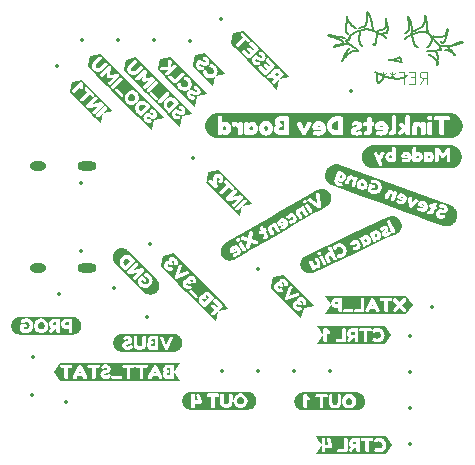
<source format=gbr>
%TF.GenerationSoftware,KiCad,Pcbnew,8.0.5*%
%TF.CreationDate,2024-11-10T02:34:48-05:00*%
%TF.ProjectId,swarm-pcb,73776172-6d2d-4706-9362-2e6b69636164,rev?*%
%TF.SameCoordinates,Original*%
%TF.FileFunction,Legend,Bot*%
%TF.FilePolarity,Positive*%
%FSLAX46Y46*%
G04 Gerber Fmt 4.6, Leading zero omitted, Abs format (unit mm)*
G04 Created by KiCad (PCBNEW 8.0.5) date 2024-11-10 02:34:48*
%MOMM*%
%LPD*%
G01*
G04 APERTURE LIST*
%ADD10C,0.100000*%
%ADD11C,0.198890*%
%ADD12C,0.000000*%
%ADD13C,0.350000*%
%ADD14O,1.600025X0.800000*%
%ADD15O,1.599975X0.800000*%
%ADD16O,1.400000X0.800000*%
G04 APERTURE END LIST*
D10*
X101033333Y-114907419D02*
X101366666Y-114431228D01*
X101604761Y-114907419D02*
X101604761Y-113907419D01*
X101604761Y-113907419D02*
X101223809Y-113907419D01*
X101223809Y-113907419D02*
X101128571Y-113955038D01*
X101128571Y-113955038D02*
X101080952Y-114002657D01*
X101080952Y-114002657D02*
X101033333Y-114097895D01*
X101033333Y-114097895D02*
X101033333Y-114240752D01*
X101033333Y-114240752D02*
X101080952Y-114335990D01*
X101080952Y-114335990D02*
X101128571Y-114383609D01*
X101128571Y-114383609D02*
X101223809Y-114431228D01*
X101223809Y-114431228D02*
X101604761Y-114431228D01*
X100604761Y-114383609D02*
X100271428Y-114383609D01*
X100128571Y-114907419D02*
X100604761Y-114907419D01*
X100604761Y-114907419D02*
X100604761Y-113907419D01*
X100604761Y-113907419D02*
X100128571Y-113907419D01*
X99366666Y-114383609D02*
X99699999Y-114383609D01*
X99699999Y-114907419D02*
X99699999Y-113907419D01*
X99699999Y-113907419D02*
X99223809Y-113907419D01*
X98699999Y-113907419D02*
X98699999Y-114145514D01*
X98938094Y-114050276D02*
X98699999Y-114145514D01*
X98699999Y-114145514D02*
X98461904Y-114050276D01*
X98842856Y-114335990D02*
X98699999Y-114145514D01*
X98699999Y-114145514D02*
X98557142Y-114335990D01*
X97938094Y-113907419D02*
X97938094Y-114145514D01*
X98176189Y-114050276D02*
X97938094Y-114145514D01*
X97938094Y-114145514D02*
X97699999Y-114050276D01*
X98080951Y-114335990D02*
X97938094Y-114145514D01*
X97938094Y-114145514D02*
X97795237Y-114335990D01*
D11*
%TO.C,REF\u002A\u002A*%
X104659336Y-111384810D02*
X104659624Y-111391617D01*
X104656389Y-111378153D02*
X104659336Y-111384810D01*
X104659624Y-111391617D02*
X104657402Y-111398557D01*
X104650630Y-111371660D02*
X104656389Y-111378153D01*
X104657402Y-111398557D02*
X104652821Y-111405618D01*
X104641910Y-111365345D02*
X104650630Y-111371660D01*
X104652821Y-111405618D02*
X104646033Y-111412783D01*
X104630078Y-111359223D02*
X104641910Y-111365345D01*
X104621570Y-111358055D02*
X104630078Y-111359223D01*
X104646033Y-111412783D02*
X104626435Y-111427367D01*
X104607240Y-111359349D02*
X104621570Y-111358055D01*
X104562704Y-111368734D02*
X104607240Y-111359349D01*
X104626435Y-111427367D02*
X104599813Y-111442194D01*
X104599813Y-111442194D02*
X104567375Y-111457144D01*
X104421268Y-111410558D02*
X104562704Y-111368734D01*
X104567375Y-111457144D02*
X104530325Y-111472100D01*
X104530325Y-111472100D02*
X104447213Y-111501555D01*
X104231220Y-111475257D02*
X104421268Y-111410558D01*
X104447213Y-111501555D02*
X104360124Y-111529615D01*
X104360124Y-111529615D02*
X104278705Y-111555333D01*
X104018011Y-111553391D02*
X104231220Y-111475257D01*
X104278705Y-111555333D02*
X104212602Y-111577766D01*
X104212602Y-111577766D02*
X104157665Y-111596918D01*
X104157665Y-111596918D02*
X104101002Y-111614402D01*
X104101002Y-111614402D02*
X104042818Y-111630318D01*
X103807092Y-111635525D02*
X104018011Y-111553391D01*
X103990770Y-112484308D02*
X103991125Y-112476944D01*
X103989725Y-112489988D02*
X103990770Y-112484308D01*
X103991125Y-112476944D02*
X103990730Y-112470475D01*
X103988023Y-112494070D02*
X103989725Y-112489988D01*
X103990730Y-112470475D02*
X103989571Y-112463808D01*
X103985697Y-112496637D02*
X103988023Y-112494070D01*
X103989571Y-112463808D02*
X103987693Y-112456958D01*
X103982778Y-112497775D02*
X103985697Y-112496637D01*
X103987693Y-112456958D02*
X103985139Y-112449944D01*
X104042818Y-111630318D02*
X103983319Y-111644771D01*
X103979299Y-112497568D02*
X103982778Y-112497775D01*
X103985139Y-112449944D02*
X103981952Y-112442781D01*
X103975293Y-112496101D02*
X103979299Y-112497568D01*
X103981952Y-112442781D02*
X103978174Y-112435487D01*
X103970791Y-112493459D02*
X103975293Y-112496101D01*
X103978174Y-112435487D02*
X103973851Y-112428079D01*
X103965826Y-112489726D02*
X103970791Y-112493459D01*
X103973851Y-112428079D02*
X103969024Y-112420574D01*
X103960430Y-112484987D02*
X103965826Y-112489726D01*
X103948476Y-112472828D02*
X103960430Y-112484987D01*
X103969024Y-112420574D02*
X103958032Y-112405339D01*
X103935187Y-112457662D02*
X103948476Y-112472828D01*
X103958032Y-112405339D02*
X103945546Y-112389916D01*
X103920820Y-112440164D02*
X103935187Y-112457662D01*
X103945546Y-112389916D02*
X103931911Y-112374442D01*
X103983319Y-111644771D02*
X103922711Y-111657863D01*
X103857762Y-112360409D02*
X103920820Y-112440164D01*
X103931911Y-112374442D02*
X103917473Y-112359051D01*
X103917473Y-112359051D02*
X103887570Y-112329060D01*
X103922711Y-111657863D02*
X103861200Y-111669696D01*
X103887570Y-112329060D02*
X103858604Y-112301023D01*
X103841891Y-112341416D02*
X103857762Y-112360409D01*
X103826495Y-112324155D02*
X103841891Y-112341416D01*
X103858604Y-112301023D02*
X103833342Y-112276023D01*
X103811833Y-112309305D02*
X103826495Y-112324155D01*
X103833342Y-112276023D02*
X103822964Y-112264999D01*
X103822964Y-112264999D02*
X103814549Y-112255139D01*
X103804858Y-112302995D02*
X103811833Y-112309305D01*
X103623914Y-111712218D02*
X103807092Y-111635525D01*
X103798163Y-112297542D02*
X103804858Y-112302995D01*
X103814549Y-112255139D02*
X103799816Y-112237990D01*
X103740590Y-112255425D02*
X103798163Y-112297542D01*
X103799816Y-112237990D02*
X103779872Y-112216787D01*
X103664929Y-112204454D02*
X103740590Y-112255425D01*
X103861200Y-111669696D02*
X103736293Y-111689998D01*
X103779872Y-112216787D02*
X103727844Y-112164482D01*
X103727844Y-112164482D02*
X103665452Y-112102757D01*
X103622200Y-112177684D02*
X103664929Y-112204454D01*
X103550681Y-111745575D02*
X103623914Y-111712218D01*
X103577212Y-112151142D02*
X103622200Y-112177684D01*
X103736293Y-111689998D02*
X103610246Y-111706498D01*
X103665452Y-112102757D02*
X103599683Y-112036146D01*
X103530718Y-112125643D02*
X103577212Y-112151142D01*
X103599683Y-112036146D02*
X103567716Y-112002426D01*
X103493927Y-111774033D02*
X103550681Y-111745575D01*
X103567716Y-112002426D02*
X103537525Y-111969184D01*
X103483471Y-112102000D02*
X103530718Y-112125643D01*
X103537525Y-111969184D02*
X103509983Y-111936988D01*
X103456834Y-111796412D02*
X103493927Y-111774033D01*
X103509983Y-111936988D02*
X103485964Y-111906405D01*
X103610246Y-111706498D02*
X103484705Y-111720017D01*
X103436227Y-112081028D02*
X103483471Y-112102000D01*
X103485964Y-111906405D02*
X103466341Y-111878001D01*
X103466341Y-111878001D02*
X103458451Y-111864793D01*
X103446655Y-111804953D02*
X103456834Y-111796412D01*
X103458451Y-111864793D02*
X103451988Y-111852342D01*
X103451988Y-111852342D02*
X103447060Y-111840721D01*
X103442583Y-111811531D02*
X103446655Y-111804953D01*
X103447060Y-111840721D02*
X103443777Y-111829998D01*
X103442249Y-111820244D02*
X103442583Y-111811531D01*
X103443777Y-111829998D02*
X103442249Y-111820244D01*
X103389739Y-112063540D02*
X103436227Y-112081028D01*
X103344762Y-112050351D02*
X103389739Y-112063540D01*
X103374703Y-110475544D02*
X103378553Y-110386677D01*
X103378553Y-110386677D02*
X103376073Y-110349869D01*
X103360152Y-110580620D02*
X103374703Y-110475544D01*
X103376073Y-110349869D02*
X103370449Y-110318971D01*
X103370449Y-110318971D02*
X103361522Y-110294602D01*
X103336155Y-110696948D02*
X103360152Y-110580620D01*
X103361522Y-110294602D02*
X103349136Y-110277382D01*
X103349136Y-110277382D02*
X103348237Y-110277900D01*
X103348237Y-110277900D02*
X103346922Y-110280655D01*
X103323075Y-112045623D02*
X103344762Y-112050351D01*
X103346922Y-110280655D02*
X103343145Y-110292319D01*
X103303964Y-110819573D02*
X103336155Y-110696948D01*
X103343145Y-110292319D02*
X103331686Y-110336337D01*
X103302049Y-112042274D02*
X103323075Y-112045623D01*
X103264834Y-110943542D02*
X103303964Y-110819573D01*
X103281777Y-112040407D02*
X103302049Y-112042274D01*
X103331686Y-110336337D02*
X103298615Y-110475708D01*
X103262354Y-112040124D02*
X103281777Y-112040407D01*
X103220019Y-111063898D02*
X103264834Y-110943542D01*
X103298615Y-110475708D02*
X103262438Y-110623693D01*
X103243874Y-112041525D02*
X103262354Y-112040124D01*
X103262438Y-110623693D02*
X103247094Y-110678476D01*
X103226431Y-112044714D02*
X103243874Y-112041525D01*
X103484705Y-111720017D02*
X103241733Y-111741399D01*
X103247094Y-110678476D02*
X103240793Y-110697139D01*
X103240793Y-110697139D02*
X103235667Y-110708487D01*
X103210120Y-112049791D02*
X103226431Y-112044714D01*
X103235667Y-110708487D02*
X103220942Y-110730932D01*
X103170772Y-111175688D02*
X103220019Y-111063898D01*
X103195035Y-112056858D02*
X103210120Y-112049791D01*
X103220942Y-110730932D02*
X103204938Y-110752293D01*
X103181271Y-112066017D02*
X103195035Y-112056858D01*
X103204938Y-110752293D02*
X103187718Y-110772585D01*
X103168920Y-112077371D02*
X103181271Y-112066017D01*
X103118347Y-111273956D02*
X103170772Y-111175688D01*
X103187718Y-110772585D02*
X103169345Y-110791828D01*
X103195035Y-112056858D02*
X103168920Y-112077371D01*
X103169345Y-110791828D02*
X103149883Y-110810038D01*
X103149883Y-110810038D02*
X103129395Y-110827234D01*
X103063998Y-111353748D02*
X103118347Y-111273956D01*
X103129395Y-110827234D02*
X103107944Y-110843434D01*
X103107944Y-110843434D02*
X103085594Y-110858654D01*
X103036494Y-111385167D02*
X103063998Y-111353748D01*
X103085594Y-110858654D02*
X103038452Y-110886229D01*
X103008978Y-111410108D02*
X103036494Y-111385167D01*
X102981609Y-111427954D02*
X103008978Y-111410108D01*
X103038452Y-110886229D02*
X102988474Y-110910102D01*
X102954542Y-111438083D02*
X102981609Y-111427954D01*
X102927935Y-111439877D02*
X102954542Y-111438083D01*
X102988474Y-110910102D02*
X102936169Y-110930415D01*
X102901943Y-111432716D02*
X102927935Y-111439877D01*
X102876724Y-111415982D02*
X102901943Y-111432716D01*
X102936169Y-110930415D02*
X102882044Y-110947310D01*
X102852435Y-111389054D02*
X102876724Y-111415982D01*
X103241733Y-111741399D02*
X102861273Y-111729984D01*
X102850818Y-112008701D02*
X102856017Y-111997258D01*
X102856017Y-111997258D02*
X102854589Y-111985180D01*
X102829232Y-111351314D02*
X102852435Y-111389054D01*
X102839418Y-112019527D02*
X102850818Y-112008701D01*
X102854589Y-111985180D02*
X102846105Y-111972447D01*
X102822246Y-112029757D02*
X102839418Y-112019527D01*
X102846105Y-111972447D02*
X102836128Y-111960766D01*
X102807271Y-111302141D02*
X102829232Y-111351314D01*
X102882044Y-110947310D02*
X102826606Y-110960930D01*
X102836128Y-111960766D02*
X102825248Y-111946363D01*
X102799729Y-112039408D02*
X102822246Y-112029757D01*
X102825248Y-111946363D02*
X102813771Y-111929798D01*
X102813771Y-111929798D02*
X102802001Y-111911635D01*
X102740368Y-112057056D02*
X102799729Y-112039408D01*
X102749018Y-111773475D02*
X102796446Y-111767292D01*
X102735347Y-111765670D02*
X102796446Y-111767292D01*
X102732028Y-111693561D02*
X102796446Y-111767292D01*
X102802001Y-111911635D02*
X102790245Y-111892435D01*
X102790245Y-111892435D02*
X102778806Y-111872759D01*
X102826606Y-110960930D02*
X102770363Y-110971417D01*
X102778806Y-111872759D02*
X102767989Y-111853170D01*
X102760585Y-111727697D02*
X102760923Y-111729290D01*
X102752084Y-111716517D02*
X102760585Y-111727697D01*
X102760923Y-111729290D02*
X102758877Y-111728443D01*
X102767989Y-111853170D02*
X102758101Y-111834231D01*
X102758101Y-111834231D02*
X102749447Y-111816500D01*
X102744318Y-111769560D02*
X102749018Y-111773475D01*
X102758877Y-111728443D02*
X102748306Y-111720096D01*
X102740498Y-111767001D02*
X102744318Y-111769560D01*
X102749447Y-111816500D02*
X102742330Y-111800542D01*
X102736074Y-111765109D02*
X102740498Y-111767001D01*
X102664757Y-112072625D02*
X102740368Y-112057056D01*
X102742330Y-111800542D02*
X102737056Y-111786919D01*
X102733940Y-111766758D02*
X102736074Y-111765109D01*
X102733260Y-111768920D02*
X102733940Y-111766758D01*
X102737056Y-111786919D02*
X102733932Y-111776191D01*
X102733932Y-111776191D02*
X102733270Y-111772088D01*
X102733270Y-111772088D02*
X102733260Y-111768920D01*
X102770363Y-110971417D02*
X102713822Y-110978912D01*
X102748306Y-111720096D02*
X102705961Y-111681490D01*
X102576316Y-112086268D02*
X102664757Y-112072625D01*
X102713822Y-110978912D02*
X102657490Y-110983559D01*
X102705961Y-111681490D02*
X102644317Y-111622607D01*
X102657490Y-110983559D02*
X102601875Y-110985499D01*
X102374624Y-112108397D02*
X102576316Y-112086268D01*
X102601875Y-110985499D02*
X102547485Y-110984875D01*
X102544481Y-113116332D02*
X102545745Y-113155876D01*
X102538793Y-113078173D02*
X102544481Y-113116332D01*
X102545745Y-113155876D02*
X102542298Y-113196851D01*
X102528965Y-113041352D02*
X102538793Y-113078173D01*
X102535233Y-112707654D02*
X102536051Y-112672201D01*
X102536051Y-112672201D02*
X102535886Y-112636788D01*
X102533604Y-112743139D02*
X102535233Y-112707654D01*
X102535886Y-112636788D02*
X102534562Y-112601424D01*
X102542298Y-113196851D02*
X102533855Y-113239303D01*
X102528616Y-112814168D02*
X102533604Y-112743139D01*
X102534562Y-112601424D02*
X102531904Y-112566118D01*
X102515283Y-113005823D02*
X102528965Y-113041352D01*
X102522484Y-112885219D02*
X102528616Y-112814168D01*
X102531904Y-112566118D02*
X102527740Y-112530878D01*
X102516603Y-112956221D02*
X102522484Y-112885219D01*
X102527740Y-112530878D02*
X102521893Y-112495714D01*
X102533855Y-113239303D02*
X102520131Y-113283278D01*
X102512369Y-113027103D02*
X102516603Y-112956221D01*
X102498034Y-112971538D02*
X102515283Y-113005823D01*
X102521893Y-112495714D02*
X102514189Y-112460634D01*
X102508891Y-113072663D02*
X102512369Y-113027103D01*
X102514189Y-112460634D02*
X102510058Y-112445152D01*
X102502695Y-113129439D02*
X102508891Y-113072663D01*
X102644317Y-111622607D02*
X102506210Y-111486932D01*
X102510058Y-112445152D02*
X102504733Y-112427082D01*
X102488749Y-113249721D02*
X102502695Y-113129439D01*
X102520131Y-113283278D02*
X102500839Y-113328824D01*
X102477502Y-112938452D02*
X102498034Y-112971538D01*
X102547485Y-110984875D02*
X102494827Y-110981828D01*
X102500839Y-113328824D02*
X102493765Y-113341503D01*
X102504733Y-112427082D02*
X102491312Y-112385671D01*
X102493765Y-113341503D02*
X102490992Y-113344741D01*
X102484298Y-113299772D02*
X102488749Y-113249721D01*
X102490992Y-113344741D02*
X102488694Y-113346052D01*
X102488694Y-113346052D02*
X102486844Y-113345541D01*
X102486844Y-113345541D02*
X102485417Y-113343312D01*
X102483426Y-113319332D02*
X102484298Y-113299772D01*
X102485417Y-113343312D02*
X102483730Y-113334125D01*
X102483730Y-113334125D02*
X102483426Y-113319332D01*
X102453972Y-112906519D02*
X102477502Y-112938452D01*
X102491312Y-112385671D02*
X102475535Y-112341387D01*
X102475535Y-112341387D02*
X102459013Y-112299214D01*
X102427732Y-112875691D02*
X102453972Y-112906519D01*
X102506210Y-111486932D02*
X102451284Y-111431598D01*
X102459013Y-112299214D02*
X102450977Y-112280477D01*
X102494827Y-110981828D02*
X102444408Y-110976502D01*
X102450977Y-112280477D02*
X102443359Y-112264137D01*
X102443359Y-112264137D02*
X102436360Y-112250817D01*
X102436360Y-112250817D02*
X102430183Y-112241141D01*
X102399065Y-112845923D02*
X102427732Y-112875691D01*
X102430183Y-112241141D02*
X102427465Y-112237864D01*
X102427465Y-112237864D02*
X102425027Y-112235732D01*
X102425027Y-112235732D02*
X102422896Y-112234822D01*
X102444408Y-110976502D02*
X102421335Y-110971623D01*
X102422896Y-112234822D02*
X102421096Y-112235212D01*
X102451284Y-111431598D02*
X102420136Y-111398907D01*
X102421096Y-112235212D02*
X102419651Y-112236980D01*
X102419651Y-112236980D02*
X102418589Y-112240205D01*
X102418589Y-112240205D02*
X102417933Y-112244963D01*
X102417933Y-112244963D02*
X102417708Y-112251333D01*
X102368259Y-112817168D02*
X102399065Y-112845923D01*
X102421335Y-110971623D02*
X102379311Y-110961087D01*
X101738708Y-112150762D02*
X102374624Y-112108397D01*
X102335597Y-112789380D02*
X102368259Y-112817168D01*
X102301366Y-112762511D02*
X102335597Y-112789380D01*
X102379311Y-110961087D02*
X102325354Y-110946634D01*
X102420136Y-111398907D02*
X102321003Y-111282044D01*
X102229340Y-112711349D02*
X102301366Y-112762511D01*
X102325354Y-110946634D02*
X102266481Y-110930002D01*
X102154464Y-112663310D02*
X102229340Y-112711349D01*
X102321003Y-111282044D02*
X102213919Y-111152295D01*
X102266481Y-110930002D02*
X102209712Y-110912931D01*
X102209712Y-110912931D02*
X102162064Y-110897159D01*
X102005300Y-112575116D02*
X102154464Y-112663310D01*
X102162064Y-110897159D02*
X102143853Y-110890304D01*
X102143853Y-110890304D02*
X102130554Y-110884426D01*
X102130554Y-110884426D02*
X102123044Y-110879743D01*
X102121735Y-110877917D02*
X102122201Y-110876471D01*
X102123044Y-110879743D02*
X102121735Y-110877917D01*
X102213919Y-111152295D02*
X102099133Y-111017072D01*
X102068712Y-111093852D02*
X102070543Y-111065327D01*
X102070543Y-111065327D02*
X102069915Y-111040335D01*
X102064537Y-111125498D02*
X102068712Y-111093852D01*
X102069915Y-111040335D02*
X102066711Y-111019285D01*
X102049621Y-111196511D02*
X102064537Y-111125498D01*
X102066711Y-111019285D02*
X102060815Y-111002589D01*
X102060815Y-111002589D02*
X102052110Y-110990658D01*
X102026725Y-111275079D02*
X102049621Y-111196511D01*
X102052110Y-110990658D02*
X102040481Y-110983901D01*
X102099133Y-111017072D02*
X102038929Y-110949723D01*
X101996779Y-111357918D02*
X102026725Y-111275079D01*
X102040481Y-110983901D02*
X102025812Y-110982731D01*
X102025812Y-110982731D02*
X102007985Y-110987557D01*
X101935582Y-112534218D02*
X102005300Y-112575116D01*
X101960711Y-111441740D02*
X101996779Y-111357918D01*
X102052317Y-110963954D02*
X101986886Y-110998791D01*
X102052317Y-110963954D02*
X101976891Y-110883785D01*
X101919452Y-111523260D02*
X101960711Y-111441740D01*
X101872152Y-112494957D02*
X101935582Y-112534218D01*
X101873931Y-111599191D02*
X101919452Y-111523260D01*
X101976891Y-110883785D02*
X101913052Y-110820183D01*
X101849862Y-111634033D02*
X101873931Y-111599191D01*
X101817295Y-112456962D02*
X101872152Y-112494957D01*
X101825077Y-111666247D02*
X101849862Y-111634033D01*
X101913052Y-110820183D02*
X101847442Y-110759844D01*
X101799690Y-111695420D02*
X101825077Y-111666247D01*
X101793795Y-112438323D02*
X101817295Y-112456962D01*
X101773819Y-111721142D02*
X101799690Y-111695420D01*
X101773295Y-112419862D02*
X101793795Y-112438323D01*
X101847442Y-110759844D02*
X101780092Y-110703695D01*
X101747579Y-111743002D02*
X101773819Y-111721142D01*
X101817295Y-112456962D02*
X101773295Y-112419862D01*
X101721088Y-111760589D02*
X101747579Y-111743002D01*
X101714051Y-112154331D02*
X101738708Y-112150762D01*
X101694460Y-111773494D02*
X101721088Y-111760589D01*
X101692894Y-112156550D02*
X101714051Y-112154331D01*
X101780092Y-110703695D02*
X101711032Y-110652662D01*
X101732032Y-110612806D02*
X101708260Y-110550528D01*
X101667812Y-111781304D02*
X101694460Y-111773494D01*
X101675016Y-112157626D02*
X101692894Y-112156550D01*
X101708260Y-110550528D02*
X101688384Y-110483386D01*
X101711032Y-110652662D02*
X101675871Y-110629353D01*
X101660196Y-112157765D02*
X101675016Y-112157626D01*
X101688384Y-110483386D02*
X101671898Y-110411991D01*
X101641260Y-111783609D02*
X101667812Y-111781304D01*
X101648212Y-112157175D02*
X101660196Y-112157765D01*
X101671898Y-110411991D02*
X101658295Y-110336951D01*
X101638844Y-112156061D02*
X101648212Y-112157175D01*
X101658295Y-110336951D02*
X101647068Y-110258875D01*
X101614921Y-111779998D02*
X101641260Y-111783609D01*
X101675871Y-110629353D02*
X101640294Y-110607671D01*
X101631871Y-112154631D02*
X101638844Y-112156061D01*
X101647068Y-110258875D02*
X101637711Y-110178372D01*
X101640406Y-112161634D02*
X101635773Y-112156608D01*
X101627072Y-112153091D02*
X101631871Y-112154631D01*
X101635773Y-112156608D02*
X101631545Y-112153127D01*
X101631545Y-112153127D02*
X101627944Y-112150983D01*
X101624225Y-112151648D02*
X101627072Y-112153091D01*
X101627944Y-112150983D02*
X101625190Y-112149970D01*
X101623110Y-112150509D02*
X101624225Y-112151648D01*
X101625190Y-112149970D02*
X101623505Y-112149881D01*
X101623505Y-112149881D02*
X101623132Y-112150118D01*
X101623132Y-112150118D02*
X101623110Y-112150509D01*
X101637711Y-110178372D02*
X101622575Y-110012522D01*
X101622575Y-110012522D02*
X101608835Y-109844274D01*
X101640294Y-110607671D02*
X101604306Y-110587730D01*
X101608835Y-109844274D02*
X101592434Y-109678498D01*
X101592434Y-109678498D02*
X101581968Y-109598060D01*
X101581968Y-109598060D02*
X101569317Y-109520068D01*
X101604306Y-110587730D02*
X101567909Y-110569648D01*
X101569317Y-109520068D02*
X101553974Y-109445129D01*
X101553974Y-109445129D02*
X101535431Y-109373854D01*
X101567909Y-110569648D02*
X101531109Y-110553539D01*
X101535431Y-109373854D02*
X101515353Y-109302857D01*
X101515353Y-109302857D02*
X101493919Y-109224171D01*
X101531109Y-110553539D02*
X101493908Y-110539520D01*
X101479769Y-109325134D02*
X101480212Y-109355915D01*
X101478601Y-109290033D02*
X101479769Y-109325134D01*
X101475055Y-109217257D02*
X101478601Y-109290033D01*
X101480212Y-109355915D02*
X101478430Y-109443186D01*
X101469897Y-109134111D02*
X101475055Y-109217257D01*
X101478430Y-109443186D02*
X101472955Y-109523413D01*
X101493919Y-109224171D02*
X101469897Y-109134111D01*
X101472955Y-109523413D02*
X101468773Y-109561091D01*
X101468773Y-109561091D02*
X101463597Y-109597256D01*
X101463597Y-109597256D02*
X101457401Y-109631990D01*
X101493908Y-110539520D02*
X101456311Y-110527707D01*
X101457401Y-109631990D02*
X101450163Y-109665376D01*
X101450163Y-109665376D02*
X101441857Y-109697495D01*
X101441857Y-109697495D02*
X101432461Y-109728430D01*
X101432461Y-109728430D02*
X101421951Y-109758263D01*
X101456311Y-110527707D02*
X101418321Y-110518214D01*
X101421951Y-109758263D02*
X101410302Y-109787078D01*
X101410302Y-109787078D02*
X101397490Y-109814956D01*
X101418321Y-110518214D02*
X101384297Y-110511907D01*
X101397490Y-109814956D02*
X101383492Y-109841980D01*
X101383492Y-109841980D02*
X101368283Y-109868232D01*
X101368283Y-109868232D02*
X101351840Y-109893795D01*
X101384297Y-110511907D02*
X101349470Y-110507520D01*
X101351840Y-109893795D02*
X101334138Y-109918751D01*
X101334138Y-109918751D02*
X101315155Y-109943182D01*
X101349470Y-110507520D02*
X101313902Y-110504964D01*
X101315155Y-109943182D02*
X101294865Y-109967171D01*
X101313902Y-110504964D02*
X101277650Y-110504147D01*
X101294865Y-109967171D02*
X101273244Y-109990801D01*
X101273244Y-109990801D02*
X101225918Y-110037310D01*
X101277650Y-110504147D02*
X101203336Y-110507365D01*
X101225918Y-110037310D02*
X101172983Y-110083370D01*
X101203336Y-110507365D02*
X101127005Y-110516448D01*
X101172983Y-110083370D02*
X101114249Y-110129638D01*
X101114249Y-110129638D02*
X101049523Y-110176776D01*
X101127005Y-110516448D02*
X101049134Y-110530666D01*
X101049523Y-110176776D02*
X100978615Y-110225442D01*
X101049134Y-110530666D02*
X100970199Y-110549292D01*
X100978615Y-110225442D02*
X100901332Y-110276295D01*
X100970199Y-110549292D02*
X100890677Y-110571597D01*
X100795395Y-111768585D02*
X100878880Y-111787066D01*
X100901332Y-110276295D02*
X100873933Y-110291553D01*
X100878880Y-111787066D02*
X100835320Y-111779161D01*
X100873933Y-110291553D02*
X100821366Y-110318906D01*
X100890677Y-110571597D02*
X100811044Y-110596853D01*
X100835320Y-111779161D02*
X100795395Y-111768585D01*
X100795395Y-111768585D02*
X100758840Y-111755230D01*
X100758840Y-111755230D02*
X100741744Y-111747476D01*
X100811044Y-110596853D02*
X100731777Y-110624332D01*
X100741744Y-111747476D02*
X100725391Y-111738987D01*
X100725391Y-111738987D02*
X100709748Y-111729749D01*
X100709748Y-111729749D02*
X100694782Y-111719748D01*
X100694782Y-111719748D02*
X100680461Y-111708970D01*
X100821366Y-110318906D02*
X100676509Y-110391356D01*
X100680461Y-111708970D02*
X100666750Y-111697403D01*
X100666750Y-111697403D02*
X100653617Y-111685033D01*
X100731777Y-110624332D02*
X100653352Y-110653306D01*
X100653617Y-111685033D02*
X100641029Y-111671845D01*
X100641029Y-111671845D02*
X100617356Y-111642965D01*
X100676509Y-110391356D02*
X100602112Y-110427182D01*
X100617356Y-111642965D02*
X100595464Y-111610655D01*
X100595464Y-111610655D02*
X100575091Y-111574805D01*
X100575091Y-111574805D02*
X100555970Y-111535308D01*
X100602112Y-110427182D02*
X100538330Y-110456563D01*
X100555970Y-111535308D02*
X100537838Y-111492054D01*
X100537838Y-111492054D02*
X100520429Y-111444936D01*
X100538330Y-110456563D02*
X100513216Y-110467387D01*
X100520429Y-111444936D02*
X100503480Y-111393845D01*
X100653352Y-110653306D02*
X100500937Y-110712825D01*
X100513216Y-110467387D02*
X100494110Y-110474861D01*
X100503480Y-111393845D02*
X100486726Y-111338672D01*
X100494110Y-110474861D02*
X100482131Y-110478406D01*
X100482131Y-110478406D02*
X100479164Y-110478524D01*
X100479164Y-110478524D02*
X100478398Y-110477443D01*
X100486726Y-111338672D02*
X100469901Y-111279309D01*
X100469901Y-111279309D02*
X100461840Y-111244561D01*
X100461840Y-111244561D02*
X100450824Y-111190481D01*
X100450824Y-111190481D02*
X100424896Y-111056636D01*
X100424896Y-111056636D02*
X100402053Y-110942387D01*
X100396964Y-110500792D02*
X100397760Y-110463072D01*
X100393417Y-110535080D02*
X100396964Y-110500792D01*
X100402053Y-110942387D02*
X100394893Y-110912804D01*
X100386903Y-110565546D02*
X100393417Y-110535080D01*
X100394893Y-110912804D02*
X100392922Y-110908431D01*
X100392922Y-110908431D02*
X100392407Y-110909292D01*
X100392407Y-110909292D02*
X100392231Y-110912351D01*
X100397760Y-110463072D02*
X100391967Y-110378903D01*
X100377202Y-110591798D02*
X100386903Y-110565546D01*
X100391967Y-110378903D02*
X100377780Y-110285704D01*
X100364098Y-110613445D02*
X100377202Y-110591798D01*
X100347374Y-110630095D02*
X100364098Y-110613445D01*
X100500937Y-110712825D02*
X100357611Y-110769584D01*
X100377780Y-110285704D02*
X100356935Y-110186605D01*
X100326812Y-110641357D02*
X100347374Y-110630095D01*
X100356935Y-110186605D02*
X100331174Y-110084737D01*
X100302195Y-110646840D02*
X100326812Y-110641357D01*
X100331174Y-110084737D02*
X100302233Y-109983229D01*
X100273306Y-110646153D02*
X100302195Y-110646840D01*
X100239926Y-110638903D02*
X100273306Y-110646153D01*
X100302233Y-109983229D02*
X100241773Y-109793818D01*
X100357611Y-110769584D02*
X100227185Y-110817759D01*
X100227185Y-110817759D02*
X100192369Y-110830597D01*
X100241773Y-109793818D02*
X100159222Y-109557061D01*
X100192369Y-110830597D02*
X100151938Y-110847100D01*
X100131457Y-109930412D02*
X100134900Y-110000349D01*
X100134900Y-110000349D02*
X100133017Y-110072659D01*
X100123589Y-109862395D02*
X100131457Y-109930412D01*
X100133017Y-110072659D02*
X100129797Y-110109845D01*
X100129797Y-110109845D02*
X100124908Y-110147796D01*
X100112195Y-109795844D02*
X100123589Y-109862395D01*
X100124908Y-110147796D02*
X100118237Y-110186567D01*
X100159222Y-109557061D02*
X100117202Y-109426624D01*
X100098178Y-109730304D02*
X100112195Y-109795844D01*
X100118237Y-110186567D02*
X100109672Y-110226215D01*
X100151938Y-110847100D02*
X100107271Y-110866600D01*
X100109672Y-110226215D02*
X100099100Y-110266797D01*
X100033879Y-109469183D02*
X100098178Y-109730304D01*
X100117202Y-109426624D02*
X100090931Y-109348765D01*
X100099100Y-110266797D02*
X100086408Y-110308369D01*
X100086408Y-110308369D02*
X100080535Y-110324498D01*
X100080535Y-110324498D02*
X100073495Y-110340766D01*
X100073495Y-110340766D02*
X100065390Y-110357127D01*
X100090931Y-109348765D02*
X100064243Y-109274308D01*
X100107271Y-110866600D02*
X100059745Y-110888429D01*
X100065390Y-110357127D02*
X100056319Y-110373534D01*
X100064243Y-109274308D02*
X100051466Y-109241127D01*
X100056319Y-110373534D02*
X100046383Y-110389942D01*
X100051466Y-109241127D02*
X100039453Y-109212124D01*
X100046383Y-110389942D02*
X100035682Y-110406303D01*
X100020249Y-109401892D02*
X100033879Y-109469183D01*
X100039453Y-109212124D02*
X100028493Y-109188407D01*
X100009399Y-109332889D02*
X100020249Y-109401892D01*
X100028493Y-109188407D02*
X100018877Y-109171085D01*
X100018877Y-109171085D02*
X100014664Y-109165169D01*
X100035682Y-110406303D02*
X100012386Y-110438705D01*
X100014664Y-109165169D02*
X100010894Y-109161268D01*
X100002228Y-109261720D02*
X100009399Y-109332889D01*
X100010894Y-109161268D02*
X100007606Y-109159520D01*
X100007606Y-109159520D02*
X100004834Y-109160064D01*
X100004834Y-109160064D02*
X100002615Y-109163039D01*
X99999637Y-109187931D02*
X100002228Y-109261720D01*
X100002615Y-109163039D02*
X100000985Y-109168582D01*
X100000985Y-109168582D02*
X99999980Y-109176834D01*
X99999980Y-109176834D02*
X99999637Y-109187931D01*
X100012386Y-110438705D02*
X99987235Y-110470370D01*
X99974296Y-114183831D02*
X99977045Y-114180456D01*
X99963973Y-114192621D02*
X99974296Y-114183831D01*
X99977045Y-114180456D02*
X99971251Y-114183310D01*
X99924478Y-114223174D02*
X99963973Y-114192621D01*
X100059745Y-110888429D02*
X99961624Y-110936404D01*
X99987235Y-110470370D02*
X99961030Y-110500928D01*
X99971251Y-114183310D02*
X99955947Y-114193210D01*
X99961030Y-110500928D02*
X99934574Y-110530011D01*
X99866304Y-114265584D02*
X99924478Y-114223174D01*
X99961624Y-110936404D02*
X99913786Y-110961215D01*
X99934574Y-110530011D02*
X99908670Y-110557250D01*
X99913786Y-110961215D02*
X99868598Y-110985685D01*
X99797198Y-114313320D02*
X99866304Y-114265584D01*
X99868598Y-110985685D02*
X99827439Y-111009145D01*
X99908670Y-110557250D02*
X99826620Y-110640375D01*
X99812976Y-110665479D02*
X99817597Y-110664452D01*
X99826620Y-110640375D02*
X99815511Y-110652853D01*
X99810198Y-110665261D02*
X99812976Y-110665479D01*
X99815511Y-110652853D02*
X99811920Y-110657593D01*
X99809162Y-110663843D02*
X99810198Y-110665261D01*
X99811920Y-110657593D02*
X99809770Y-110661272D01*
X99809770Y-110661272D02*
X99809162Y-110663843D01*
X99760966Y-114337144D02*
X99797198Y-114313320D01*
X99827439Y-111009145D02*
X99791686Y-111030929D01*
X99753241Y-111090934D02*
X99767843Y-111089034D01*
X99791686Y-111030929D02*
X99762717Y-111050368D01*
X99724905Y-114359850D02*
X99760966Y-114337144D01*
X99742230Y-111091331D02*
X99753241Y-111090934D01*
X99734636Y-111090306D02*
X99742230Y-111091331D01*
X99762717Y-111050368D02*
X99741909Y-111066796D01*
X99741909Y-111066796D02*
X99734996Y-111073672D01*
X99730288Y-111087945D02*
X99734636Y-111090306D01*
X99734996Y-111073672D02*
X99730640Y-111079544D01*
X99729013Y-111084329D02*
X99730288Y-111087945D01*
X99730640Y-111079544D02*
X99729013Y-111084329D01*
X99689984Y-114380622D02*
X99724905Y-114359850D01*
X99657171Y-114398643D02*
X99689984Y-114380622D01*
X99627434Y-114413097D02*
X99657171Y-114398643D01*
X99614022Y-114418731D02*
X99627434Y-114413097D01*
X99601742Y-114423168D02*
X99614022Y-114418731D01*
X99555310Y-114436873D02*
X99601742Y-114423168D01*
X99506597Y-114448617D02*
X99555310Y-114436873D01*
X99455911Y-114458509D02*
X99506597Y-114448617D01*
X99488744Y-113075805D02*
X99488874Y-113075097D01*
X99488224Y-113076191D02*
X99488744Y-113075805D01*
X99488874Y-113075097D02*
X99488644Y-113074042D01*
X99487281Y-113076283D02*
X99488224Y-113076191D01*
X99484001Y-113075685D02*
X99487281Y-113076283D01*
X99488644Y-113074042D02*
X99487234Y-113070788D01*
X99487234Y-113070788D02*
X99484768Y-113065835D01*
X99478650Y-113074219D02*
X99484001Y-113075685D01*
X99484768Y-113065835D02*
X99481498Y-113058975D01*
X99460725Y-113069512D02*
X99478650Y-113074219D01*
X99481498Y-113058975D02*
X99477679Y-113050000D01*
X99477679Y-113050000D02*
X99473563Y-113038703D01*
X99473563Y-113038703D02*
X99469404Y-113024876D01*
X99469404Y-113024876D02*
X99467388Y-113016948D01*
X99467388Y-113016948D02*
X99465456Y-113008311D01*
X99465456Y-113008311D02*
X99463640Y-112998937D01*
X99463640Y-112998937D02*
X99461971Y-112988800D01*
X99447644Y-113066687D02*
X99460725Y-113069512D01*
X99403558Y-114466659D02*
X99455911Y-114458509D01*
X99461971Y-112988800D02*
X99454772Y-112945318D01*
X99431479Y-113063823D02*
X99447644Y-113066687D01*
X99454772Y-112945318D02*
X99446879Y-112905846D01*
X99446879Y-112905846D02*
X99438290Y-112870238D01*
X99307686Y-113043297D02*
X99431479Y-113063823D01*
X99438290Y-112870238D02*
X99429005Y-112838348D01*
X99429005Y-112838348D02*
X99419021Y-112810030D01*
X99419021Y-112810030D02*
X99408336Y-112785139D01*
X99349845Y-114473175D02*
X99403558Y-114466659D01*
X99408336Y-112785139D02*
X99396948Y-112763527D01*
X99396948Y-112763527D02*
X99384857Y-112745051D01*
X99384857Y-112745051D02*
X99372060Y-112729562D01*
X99372060Y-112729562D02*
X99358555Y-112716916D01*
X99295080Y-114478167D02*
X99349845Y-114473175D01*
X99358555Y-112716916D02*
X99344342Y-112706967D01*
X99344342Y-112706967D02*
X99329417Y-112699568D01*
X99329417Y-112699568D02*
X99313780Y-112694573D01*
X99202800Y-113024617D02*
X99307686Y-113043297D01*
X99313780Y-112694573D02*
X99297429Y-112691837D01*
X99239569Y-114481744D02*
X99295080Y-114478167D01*
X99297429Y-112691837D02*
X99280361Y-112691214D01*
X99280361Y-112691214D02*
X99262576Y-112692557D01*
X99262576Y-112692557D02*
X99244071Y-112695721D01*
X99183619Y-114484015D02*
X99239569Y-114481744D01*
X99244071Y-112695721D02*
X99224845Y-112700560D01*
X99224845Y-112700560D02*
X99204896Y-112706927D01*
X99091774Y-113003080D02*
X99202800Y-113024617D01*
X99204896Y-112706927D02*
X99184223Y-112714677D01*
X99071633Y-114485078D02*
X99183619Y-114484015D01*
X99184223Y-112714677D02*
X99140695Y-112733742D01*
X99140695Y-112733742D02*
X99094248Y-112756586D01*
X98991496Y-112980751D02*
X99091774Y-113003080D01*
X98961578Y-114482228D02*
X99071633Y-114485078D01*
X99094248Y-112756586D02*
X98992541Y-112808943D01*
X98950666Y-112969936D02*
X98991496Y-112980751D01*
X98855911Y-114476341D02*
X98961578Y-114482228D01*
X98918858Y-112959698D02*
X98950666Y-112969936D01*
X98992541Y-112808943D02*
X98937255Y-112836119D01*
X98918858Y-112959698D02*
X98924050Y-112929680D01*
X98888670Y-112945970D02*
X98918858Y-112959698D01*
X98924050Y-112929680D02*
X98898665Y-112935028D01*
X98892676Y-112945987D02*
X98898180Y-112950295D01*
X98890746Y-112941986D02*
X98892676Y-112945987D01*
X98898665Y-112935028D02*
X98892654Y-112938322D01*
X98892654Y-112938322D02*
X98888670Y-112945970D01*
X98937255Y-112836119D02*
X98878994Y-112862404D01*
X98878994Y-112862404D02*
X98865593Y-112867460D01*
X98757087Y-114468289D02*
X98855911Y-114476341D01*
X98865593Y-112867460D02*
X98850556Y-112871966D01*
X98850556Y-112871966D02*
X98816223Y-112879400D01*
X98816223Y-112879400D02*
X98777292Y-112884845D01*
X98657239Y-114454388D02*
X98757087Y-114468289D01*
X98777292Y-112884845D02*
X98735064Y-112888441D01*
X98735064Y-112888441D02*
X98690837Y-112890325D01*
X98547292Y-114431205D02*
X98657239Y-114454388D01*
X98690837Y-112890325D02*
X98645910Y-112890638D01*
X98645910Y-112890638D02*
X98601583Y-112889518D01*
X98601583Y-112889518D02*
X98559153Y-112887105D01*
X98429531Y-114400149D02*
X98547292Y-114431205D01*
X98559153Y-112887105D02*
X98519920Y-112883538D01*
X98519920Y-112883538D02*
X98485184Y-112878956D01*
X98485184Y-112878956D02*
X98456242Y-112873498D01*
X98432547Y-112841830D02*
X98443923Y-112837941D01*
X98456242Y-112873498D02*
X98434394Y-112867303D01*
X98424405Y-112845691D02*
X98432547Y-112841830D01*
X98306242Y-114362628D02*
X98429531Y-114400149D01*
X98434394Y-112867303D02*
X98426537Y-112863973D01*
X98419336Y-112849507D02*
X98424405Y-112845691D01*
X98426537Y-112863973D02*
X98420940Y-112860511D01*
X98417177Y-112853261D02*
X98419336Y-112849507D01*
X98420940Y-112860511D02*
X98417766Y-112856935D01*
X98417766Y-112856935D02*
X98417177Y-112853261D01*
X98179709Y-114320051D02*
X98306242Y-114362628D01*
X98293718Y-110375553D02*
X98297674Y-110271546D01*
X98288222Y-110423529D02*
X98293718Y-110375553D01*
X98297674Y-110271546D02*
X98293426Y-110159431D01*
X98280146Y-110468292D02*
X98288222Y-110423529D01*
X98293426Y-110159431D02*
X98282385Y-110042368D01*
X98269313Y-110509449D02*
X98280146Y-110468292D01*
X98255547Y-110546604D02*
X98269313Y-110509449D01*
X98282385Y-110042368D02*
X98265964Y-109923515D01*
X98238671Y-110579363D02*
X98255547Y-110546604D01*
X98265964Y-109923515D02*
X98245574Y-109806032D01*
X98218508Y-110607330D02*
X98238671Y-110579363D01*
X98194883Y-110630110D02*
X98218508Y-110607330D01*
X98199626Y-109859052D02*
X98201609Y-109898392D01*
X98201609Y-109898392D02*
X98200494Y-109927281D01*
X98188552Y-109757605D02*
X98199626Y-109859052D01*
X98245574Y-109806032D02*
X98198534Y-109587817D01*
X98167619Y-110647309D02*
X98194883Y-110630110D01*
X98200494Y-109927281D02*
X98192507Y-109974663D01*
X98171642Y-109640111D02*
X98188552Y-109757605D01*
X98192507Y-109974663D02*
X98180887Y-110018752D01*
X98025510Y-114264143D02*
X98179709Y-114320051D01*
X98173104Y-111023521D02*
X98177437Y-111041195D01*
X98166843Y-111006339D02*
X98173104Y-111023521D01*
X98153269Y-109523744D02*
X98171642Y-109640111D01*
X98136539Y-110658532D02*
X98167619Y-110647309D01*
X98158758Y-110989638D02*
X98166843Y-111006339D01*
X98180887Y-110018752D02*
X98165885Y-110059672D01*
X98148953Y-110973408D02*
X98158758Y-110989638D01*
X98137803Y-109425676D02*
X98153269Y-109523744D01*
X98198534Y-109587817D02*
X98152558Y-109412997D01*
X98137530Y-110957639D02*
X98148953Y-110973408D01*
X98165885Y-110059672D02*
X98147754Y-110097550D01*
X98152558Y-109412997D02*
X98140542Y-109373263D01*
X98129615Y-109363080D02*
X98137803Y-109425676D01*
X98124595Y-110942323D02*
X98137530Y-110957639D01*
X98101467Y-110663383D02*
X98136539Y-110658532D01*
X98140542Y-109373263D02*
X98133076Y-109353130D01*
X98133076Y-109353130D02*
X98130880Y-109349743D01*
X98130880Y-109349743D02*
X98129616Y-109350451D01*
X98129616Y-109350451D02*
X98129615Y-109363080D01*
X98147754Y-110097550D02*
X98126748Y-110132511D01*
X98110250Y-110927449D02*
X98124595Y-110942323D01*
X98094601Y-110913007D02*
X98110250Y-110927449D01*
X98126748Y-110132511D02*
X98103119Y-110164680D01*
X98062226Y-110661468D02*
X98101467Y-110663383D01*
X98077750Y-110898988D02*
X98094601Y-110913007D01*
X98059801Y-110885383D02*
X98077750Y-110898988D01*
X98103119Y-110164680D02*
X98077119Y-110194182D01*
X98018640Y-110652392D02*
X98062226Y-110661468D01*
X98021026Y-110859373D02*
X98059801Y-110885383D01*
X97803504Y-114176069D02*
X98052219Y-114273826D01*
X98077119Y-110194182D02*
X98049002Y-110221143D01*
X98024410Y-114250516D02*
X98025510Y-114264143D01*
X98023650Y-114250239D02*
X98024410Y-114250516D01*
X98022282Y-114251031D02*
X98023650Y-114250239D01*
X98020345Y-114252829D02*
X98022282Y-114251031D01*
X97979106Y-110834899D02*
X98021026Y-110859373D01*
X98014920Y-114259191D02*
X98020345Y-114252829D01*
X98049002Y-110221143D02*
X98019020Y-110245688D01*
X97970533Y-110635759D02*
X98018640Y-110652392D01*
X98007686Y-114268824D02*
X98014920Y-114259191D01*
X97989032Y-114295905D02*
X98007686Y-114268824D01*
X97966869Y-114330067D02*
X97989032Y-114295905D01*
X98019020Y-110245688D02*
X97987425Y-110267943D01*
X97934871Y-110811884D02*
X97979106Y-110834899D01*
X97917728Y-110611176D02*
X97970533Y-110635759D01*
X97943684Y-114367304D02*
X97966869Y-114330067D01*
X97987425Y-110267943D02*
X97954471Y-110288032D01*
X97921961Y-114403611D02*
X97943684Y-114367304D01*
X97889153Y-110790250D02*
X97934871Y-110811884D01*
X97904188Y-114434985D02*
X97921961Y-114403611D01*
X97954471Y-110288032D02*
X97920410Y-110306082D01*
X97897559Y-114447570D02*
X97904188Y-114434985D01*
X97892850Y-114457419D02*
X97897559Y-114447570D01*
X97879072Y-114487307D02*
X97892850Y-114457419D01*
X97842782Y-110769920D02*
X97889153Y-110790250D01*
X97920410Y-110306082D02*
X97885494Y-110322217D01*
X97864653Y-114515725D02*
X97879072Y-114487307D01*
X97849611Y-114542821D02*
X97864653Y-114515725D01*
X97885494Y-110322217D02*
X97849977Y-110336564D01*
X97833965Y-114568748D02*
X97849611Y-114542821D01*
X97751401Y-110732861D02*
X97842782Y-110769920D01*
X97817733Y-114593656D02*
X97833965Y-114568748D01*
X97800934Y-114617694D02*
X97817733Y-114593656D01*
X97849977Y-110336564D02*
X97814112Y-110349246D01*
X97578379Y-114080623D02*
X97803504Y-114176069D01*
X97783587Y-114641014D02*
X97800934Y-114617694D01*
X97765709Y-114663766D02*
X97783587Y-114641014D01*
X97814112Y-110349246D02*
X97778150Y-110360390D01*
X97747320Y-114686101D02*
X97765709Y-114663766D01*
X97667374Y-110700088D02*
X97751401Y-110732861D01*
X97728438Y-114708169D02*
X97747320Y-114686101D01*
X97689270Y-114752106D02*
X97728438Y-114708169D01*
X97605838Y-114843399D02*
X97689270Y-114752106D01*
X97630194Y-110685114D02*
X97667374Y-110700088D01*
X97597343Y-110670978D02*
X97630194Y-110685114D01*
X97582931Y-114865912D02*
X97605838Y-114843399D01*
X97304934Y-110538128D02*
X97597343Y-110670978D01*
X97561772Y-114880928D02*
X97582931Y-114865912D01*
X97395125Y-113998759D02*
X97578379Y-114080623D01*
X97542288Y-114888886D02*
X97561772Y-114880928D01*
X97524403Y-114890227D02*
X97542288Y-114888886D01*
X97508043Y-114885389D02*
X97524403Y-114890227D01*
X97493134Y-114874811D02*
X97508043Y-114885389D01*
X97479601Y-114858932D02*
X97493134Y-114874811D01*
X97467368Y-114838192D02*
X97479601Y-114858932D01*
X97456363Y-114813029D02*
X97467368Y-114838192D01*
X97446510Y-114783882D02*
X97456363Y-114813029D01*
X97429963Y-114715395D02*
X97446510Y-114783882D01*
X97417131Y-114636244D02*
X97429963Y-114715395D01*
X97407416Y-114549941D02*
X97417131Y-114636244D01*
X97394958Y-114369931D02*
X97407416Y-114549941D01*
X97400596Y-110607361D02*
X97401347Y-110609002D01*
X97399868Y-110607388D02*
X97400596Y-110607361D01*
X97398474Y-110612062D02*
X97399868Y-110607388D01*
X97397158Y-110622258D02*
X97398474Y-110612062D01*
X97395910Y-110637211D02*
X97397158Y-110622258D01*
X97393587Y-110678326D02*
X97395910Y-110637211D01*
X97778150Y-110360390D02*
X97395886Y-110431778D01*
X97370401Y-114023595D02*
X97395125Y-113998759D01*
X97227358Y-113920847D02*
X97395125Y-113998759D01*
X97387816Y-114203468D02*
X97394958Y-114369931D01*
X97391434Y-110729285D02*
X97393587Y-110678326D01*
X97387364Y-110836240D02*
X97391434Y-110729285D01*
X97381221Y-114078655D02*
X97387816Y-114203468D01*
X97385307Y-110879989D02*
X97387364Y-110836240D01*
X97383144Y-110909090D02*
X97385307Y-110879989D01*
X97370393Y-111000963D02*
X97383144Y-110909090D01*
X97376637Y-114040650D02*
X97381221Y-114078655D01*
X97373763Y-114029284D02*
X97376637Y-114040650D01*
X97395125Y-113998759D02*
X97373763Y-114029284D01*
X97370401Y-114023595D02*
X97373763Y-114029284D01*
X97395125Y-113998759D02*
X97370401Y-114023595D01*
X97347508Y-111133625D02*
X97370393Y-111000963D01*
X97315743Y-111284652D02*
X97347508Y-111133625D01*
X97296922Y-111360045D02*
X97315743Y-111284652D01*
X97178522Y-110482155D02*
X97304934Y-110538128D01*
X97276351Y-111431621D02*
X97296922Y-111360045D01*
X97254188Y-111496578D02*
X97276351Y-111431621D01*
X97230588Y-111552111D02*
X97254188Y-111496578D01*
X97205709Y-111595418D02*
X97230588Y-111552111D01*
X97192839Y-111611612D02*
X97205709Y-111595418D01*
X97179708Y-111623697D02*
X97192839Y-111611612D01*
X97166335Y-111631325D02*
X97179708Y-111623697D01*
X97062226Y-110433566D02*
X97178522Y-110482155D01*
X97152741Y-111634145D02*
X97166335Y-111631325D01*
X97138944Y-111631806D02*
X97152741Y-111634145D01*
X97124964Y-111623958D02*
X97138944Y-111631806D01*
X97110822Y-111610250D02*
X97124964Y-111623958D01*
X97096536Y-111590333D02*
X97110822Y-111610250D01*
X97082126Y-111563856D02*
X97096536Y-111590333D01*
X97067612Y-111530469D02*
X97082126Y-111563856D01*
X96953738Y-110392676D02*
X97062226Y-110433566D01*
X97027400Y-110254327D02*
X97028425Y-110244183D01*
X97025136Y-110256725D02*
X97027400Y-110254327D01*
X97028425Y-110244183D02*
X97026800Y-110202652D01*
X97026800Y-110202652D02*
X97009180Y-110048593D01*
X97009180Y-110048593D02*
X96973011Y-109826491D01*
X96850751Y-110359797D02*
X96953738Y-110392676D01*
X96973011Y-109826491D02*
X96948201Y-109699906D01*
X96948201Y-109699906D02*
X96919030Y-109568290D01*
X96919030Y-109568290D02*
X96885589Y-109435634D01*
X96750956Y-110335243D02*
X96850751Y-110359797D01*
X96885589Y-109435634D02*
X96847972Y-109305933D01*
X96847972Y-109305933D02*
X96806269Y-109183179D01*
X96806269Y-109183179D02*
X96760573Y-109071364D01*
X96701534Y-110326185D02*
X96750956Y-110335243D01*
X96760573Y-109071364D02*
X96710977Y-108974483D01*
X96652044Y-110319326D02*
X96701534Y-110326185D01*
X96710977Y-108974483D02*
X96684744Y-108932890D01*
X96684744Y-108932890D02*
X96657571Y-108896527D01*
X96602198Y-110314704D02*
X96652044Y-110319326D01*
X96657571Y-108896527D02*
X96629468Y-108865894D01*
X96551707Y-110312359D02*
X96602198Y-110314704D01*
X96629468Y-108865894D02*
X96600448Y-108841490D01*
X96594295Y-109222968D02*
X96595439Y-109288312D01*
X96590780Y-109157704D02*
X96594295Y-109222968D01*
X96595439Y-109288312D02*
X96594045Y-109353568D01*
X96585065Y-109092693D02*
X96590780Y-109157704D01*
X96594045Y-109353568D02*
X96589940Y-109418566D01*
X96577321Y-109028102D02*
X96585065Y-109092693D01*
X96589940Y-109418566D02*
X96582957Y-109483136D01*
X96569189Y-108984804D02*
X96577321Y-109028102D01*
X96582957Y-109483136D02*
X96572924Y-109547108D01*
X96600448Y-108841490D02*
X96570522Y-108823814D01*
X96554794Y-108911705D02*
X96569189Y-108984804D01*
X96572924Y-109547108D02*
X96559673Y-109610312D01*
X96547785Y-108874704D02*
X96554794Y-108911705D01*
X96500283Y-110312330D02*
X96551707Y-110312359D01*
X96542257Y-108843120D02*
X96547785Y-108874704D01*
X96559673Y-109610312D02*
X96543033Y-109672579D01*
X96539224Y-108821244D02*
X96542257Y-108843120D01*
X96570522Y-108823814D02*
X96539700Y-108813365D01*
X96538960Y-108815287D02*
X96539224Y-108821244D01*
X96539700Y-108813365D02*
X96539197Y-108813788D01*
X96539197Y-108813788D02*
X96538960Y-108815287D01*
X96543033Y-109672579D02*
X96522834Y-109733738D01*
X96447638Y-110314656D02*
X96500283Y-110312330D01*
X96522834Y-109733738D02*
X96498906Y-109793621D01*
X96498906Y-109793621D02*
X96471080Y-109852056D01*
X96393481Y-110319376D02*
X96447638Y-110314656D01*
X96471080Y-109852056D02*
X96439186Y-109908874D01*
X96439186Y-109908874D02*
X96403054Y-109963905D01*
X96337526Y-110326529D02*
X96393481Y-110319376D01*
X96403054Y-109963905D02*
X96362514Y-110016980D01*
X96362514Y-110016980D02*
X96351894Y-110028347D01*
X96351894Y-110028347D02*
X96339106Y-110039408D01*
X96279484Y-110336155D02*
X96337526Y-110326529D01*
X96339106Y-110039408D02*
X96324343Y-110050150D01*
X96324343Y-110050150D02*
X96307799Y-110060559D01*
X96219065Y-110348292D02*
X96279484Y-110336155D01*
X96307799Y-110060559D02*
X96270141Y-110080326D01*
X96270141Y-110080326D02*
X96227684Y-110098600D01*
X96089946Y-110380258D02*
X96219065Y-110348292D01*
X96227684Y-110098600D02*
X96181977Y-110115273D01*
X96157078Y-111762852D02*
X96157498Y-111761081D01*
X96157498Y-111761081D02*
X96157308Y-111758907D01*
X96156025Y-111764217D02*
X96157078Y-111762852D01*
X96157308Y-111758907D02*
X96156531Y-111756336D01*
X96154313Y-111765172D02*
X96156025Y-111764217D01*
X96156531Y-111756336D02*
X96155193Y-111753370D01*
X96151920Y-111765712D02*
X96154313Y-111765172D01*
X96148823Y-111765834D02*
X96151920Y-111765712D01*
X96155193Y-111753370D02*
X96150923Y-111746272D01*
X96144995Y-111765534D02*
X96148823Y-111765834D01*
X96140415Y-111764807D02*
X96144995Y-111765534D01*
X96150923Y-111746272D02*
X96144690Y-111737645D01*
X96128902Y-111762059D02*
X96140415Y-111764807D01*
X96181977Y-110115273D02*
X96134570Y-110130238D01*
X96144995Y-111765534D02*
X96128902Y-111762059D01*
X96144690Y-111737645D02*
X96127094Y-111715933D01*
X96127094Y-111715933D02*
X96103928Y-111688493D01*
X95947860Y-110422740D02*
X96089946Y-110380258D01*
X96134570Y-110130238D02*
X96087013Y-110143386D01*
X96103928Y-111688493D02*
X96076717Y-111655580D01*
X96076717Y-111655580D02*
X96062071Y-111637151D01*
X96062071Y-111637151D02*
X96046985Y-111617451D01*
X96087013Y-110143386D02*
X96040857Y-110154609D01*
X96046985Y-111617451D02*
X96019884Y-111578498D01*
X96040857Y-110154609D02*
X95997651Y-110163799D01*
X96019884Y-111578498D02*
X95995159Y-111537251D01*
X95995159Y-111537251D02*
X95972808Y-111493963D01*
X95997651Y-110163799D02*
X95958946Y-110170848D01*
X95972808Y-111493963D02*
X95952829Y-111448887D01*
X95790499Y-110476051D02*
X95947860Y-110422740D01*
X95945379Y-110635970D02*
X95946029Y-110614866D01*
X95946029Y-110614866D02*
X95945612Y-110605507D01*
X95943023Y-110659598D02*
X95945379Y-110635970D01*
X95945612Y-110605507D02*
X95944645Y-110597075D01*
X95944645Y-110597075D02*
X95943089Y-110589669D01*
X95939289Y-110684958D02*
X95943023Y-110659598D01*
X95943089Y-110589669D02*
X95940901Y-110583388D01*
X95934504Y-110711260D02*
X95939289Y-110684958D01*
X95940901Y-110583388D02*
X95938041Y-110578331D01*
X95952829Y-111448887D02*
X95935221Y-111402277D01*
X95923093Y-110763526D02*
X95934504Y-110711260D01*
X95938041Y-110578331D02*
X95934469Y-110574596D01*
X95934469Y-110574596D02*
X95930142Y-110572283D01*
X95958946Y-110170848D02*
X95926291Y-110175648D01*
X95930142Y-110572283D02*
X95925020Y-110571490D01*
X95911411Y-110810073D02*
X95923093Y-110763526D01*
X95935221Y-111402277D02*
X95919984Y-111354385D01*
X95897714Y-110860706D02*
X95911411Y-110810073D01*
X95887179Y-110170197D02*
X95908028Y-110162131D01*
X95919984Y-111354385D02*
X95907116Y-111305465D01*
X95926291Y-110175648D02*
X95901237Y-110178091D01*
X95889315Y-110907484D02*
X95897714Y-110860706D01*
X95907116Y-111305465D02*
X95896616Y-111255771D01*
X95883273Y-110955512D02*
X95889315Y-110907484D01*
X95896616Y-111255771D02*
X95888483Y-111205555D01*
X95882026Y-110173177D02*
X95887179Y-110170197D01*
X95901237Y-110178091D02*
X95885333Y-110178069D01*
X95879591Y-111004538D02*
X95883273Y-110955512D01*
X95888483Y-111205555D02*
X95882714Y-111155070D01*
X95880131Y-110175474D02*
X95882026Y-110173177D01*
X95885333Y-110178069D02*
X95881298Y-110177100D01*
X95881298Y-110177100D02*
X95880131Y-110175474D01*
X95878270Y-111054309D02*
X95879591Y-111004538D01*
X95882714Y-111155070D02*
X95879311Y-111104570D01*
X95879311Y-111104570D02*
X95878270Y-111054309D01*
X95834000Y-112129560D02*
X95830489Y-112121604D01*
X95830489Y-112121604D02*
X95822167Y-112111328D01*
X95822167Y-112111328D02*
X95792283Y-112084296D01*
X95615555Y-110540504D02*
X95790499Y-110476051D01*
X95792283Y-112084296D02*
X95746735Y-112049434D01*
X95746735Y-112049434D02*
X95687911Y-112007711D01*
X95663366Y-110221672D02*
X95663445Y-110220821D01*
X95663081Y-110222414D02*
X95663366Y-110221672D01*
X95663445Y-110220821D02*
X95663333Y-110219877D01*
X95662572Y-110223030D02*
X95663081Y-110222414D01*
X95663333Y-110219877D02*
X95663047Y-110218858D01*
X95663047Y-110218858D02*
X95662603Y-110217781D01*
X95661824Y-110223502D02*
X95662572Y-110223030D01*
X95662603Y-110217781D02*
X95662018Y-110216663D01*
X95660821Y-110223813D02*
X95661824Y-110223502D01*
X95662018Y-110216663D02*
X95661307Y-110215520D01*
X95659546Y-110223946D02*
X95660821Y-110223813D01*
X95661307Y-110215520D02*
X95660487Y-110214371D01*
X95660487Y-110214371D02*
X95659575Y-110213232D01*
X95657983Y-110223884D02*
X95659546Y-110223946D01*
X95659575Y-110213232D02*
X95658586Y-110212121D01*
X95656115Y-110223610D02*
X95657983Y-110223884D01*
X95658586Y-110212121D02*
X95657536Y-110211054D01*
X95657536Y-110211054D02*
X95656443Y-110210048D01*
X95653927Y-110223107D02*
X95656115Y-110223610D01*
X95656443Y-110210048D02*
X95655322Y-110209121D01*
X95655322Y-110209121D02*
X95654190Y-110208290D01*
X95651401Y-110222358D02*
X95653927Y-110223107D01*
X95654190Y-110208290D02*
X95653063Y-110207571D01*
X95653063Y-110207571D02*
X95651956Y-110206983D01*
X95648523Y-110221345D02*
X95651401Y-110222358D01*
X95651956Y-110206983D02*
X95650887Y-110206541D01*
X95650887Y-110206541D02*
X95649872Y-110206264D01*
X95649872Y-110206264D02*
X95648927Y-110206167D01*
X95645275Y-110220052D02*
X95648523Y-110221345D01*
X95641641Y-110218462D02*
X95645275Y-110220052D01*
X95637605Y-110216557D02*
X95641641Y-110218462D01*
X95633151Y-110214320D02*
X95637605Y-110216557D01*
X95569910Y-110180589D02*
X95633151Y-110214320D01*
X95589630Y-110552062D02*
X95615555Y-110540504D01*
X95607405Y-112116036D02*
X95608011Y-112118031D01*
X95604604Y-112114579D02*
X95607405Y-112116036D01*
X95608011Y-112118031D02*
X95606261Y-112120596D01*
X95599770Y-112113632D02*
X95604604Y-112114579D01*
X95606261Y-112120596D02*
X95601993Y-112123762D01*
X95584647Y-112113140D02*
X95599770Y-112113632D01*
X95601993Y-112123762D02*
X95595047Y-112127558D01*
X95553348Y-110570846D02*
X95589630Y-110552062D01*
X95563327Y-112114314D02*
X95584647Y-112113140D01*
X95595047Y-112127558D02*
X95572472Y-112137168D01*
X95509462Y-110145977D02*
X95569910Y-110180589D01*
X95507261Y-112120683D02*
X95563327Y-112114314D01*
X95458013Y-110626227D02*
X95553348Y-110570846D01*
X95451733Y-110110293D02*
X95509462Y-110145977D01*
X95441902Y-112130777D02*
X95507261Y-112120683D01*
X95403109Y-110660892D02*
X95458013Y-110626227D01*
X95396650Y-110073347D02*
X95451733Y-110110293D01*
X95377577Y-112142636D02*
X95441902Y-112130777D01*
X95346147Y-110698919D02*
X95403109Y-110660892D01*
X95344140Y-110034947D02*
X95396650Y-110073347D01*
X95324615Y-112154300D02*
X95377577Y-112142636D01*
X95687911Y-112007711D02*
X95367620Y-111791616D01*
X95289202Y-110739341D02*
X95346147Y-110698919D01*
X95294128Y-109994901D02*
X95344140Y-110034947D01*
X95305623Y-112159446D02*
X95324615Y-112154300D01*
X95293346Y-112163807D02*
X95305623Y-112159446D01*
X95246543Y-109953020D02*
X95294128Y-109994901D01*
X95260012Y-112180285D02*
X95293346Y-112163807D01*
X95234349Y-110781193D02*
X95289202Y-110739341D01*
X95226020Y-112199391D02*
X95260012Y-112180285D01*
X95201309Y-109909111D02*
X95246543Y-109953020D01*
X95183663Y-110823508D02*
X95234349Y-110781193D01*
X95156509Y-112244657D02*
X95226020Y-112199391D01*
X95158355Y-109862984D02*
X95201309Y-109909111D01*
X95367620Y-111791616D02*
X95189912Y-111667624D01*
X95139218Y-110865319D02*
X95183663Y-110823508D01*
X95117606Y-109814447D02*
X95158355Y-109862984D01*
X95085714Y-112297952D02*
X95156509Y-112244657D01*
X95103089Y-110905662D02*
X95139218Y-110865319D01*
X95083230Y-111033018D02*
X95119803Y-111051523D01*
X95078989Y-109763310D02*
X95117606Y-109814447D01*
X95189912Y-111667624D02*
X95105026Y-111605035D01*
X95088791Y-110924980D02*
X95103089Y-110905662D01*
X95119803Y-111051523D02*
X95099050Y-111043119D01*
X95077351Y-110943569D02*
X95088791Y-110924980D01*
X95014535Y-112357625D02*
X95085714Y-112297952D01*
X95099050Y-111043119D02*
X95083230Y-111033018D01*
X95042430Y-109709381D02*
X95078989Y-109763310D01*
X95069027Y-110961308D02*
X95077351Y-110943569D01*
X95083230Y-111033018D02*
X95072082Y-111021343D01*
X95064078Y-110978075D02*
X95069027Y-110961308D01*
X95072082Y-111021343D02*
X95065346Y-111008214D01*
X95062765Y-110993751D02*
X95064078Y-110978075D01*
X95065346Y-111008214D02*
X95062765Y-110993751D01*
X95007856Y-109652469D02*
X95042430Y-109709381D01*
X95031212Y-111926780D02*
X95034426Y-111932285D01*
X95032138Y-111928366D02*
X95031842Y-111931210D01*
X95026658Y-111185128D02*
X95031212Y-111190152D01*
X95031842Y-111931210D02*
X95027876Y-111940367D01*
X95021024Y-111180757D02*
X95026658Y-111185128D01*
X95105026Y-111605035D02*
X95025969Y-111543346D01*
X95014405Y-111177035D02*
X95021024Y-111180757D01*
X95027876Y-111940367D02*
X95019887Y-111953647D01*
X94943875Y-112422021D02*
X95014535Y-112357625D01*
X95006895Y-111173955D02*
X95014405Y-111177035D01*
X95034426Y-111932285D02*
X95008453Y-111970448D01*
X94975195Y-109592383D02*
X95007856Y-109652469D01*
X94998586Y-111171511D02*
X95006895Y-111173955D01*
X94989574Y-111169698D02*
X94998586Y-111171511D01*
X94979952Y-111168510D02*
X94989574Y-111169698D01*
X94969814Y-111167940D02*
X94979952Y-111168510D01*
X95008453Y-111970448D02*
X94977553Y-112012196D01*
X94944371Y-109528932D02*
X94975195Y-109592383D01*
X94959253Y-111167984D02*
X94969814Y-111167940D01*
X94948364Y-111168636D02*
X94959253Y-111167984D01*
X95025969Y-111543346D02*
X94955130Y-111483525D01*
X94937241Y-111169889D02*
X94948364Y-111168636D01*
X94915312Y-109461925D02*
X94944371Y-109528932D01*
X94874632Y-112489488D02*
X94943875Y-112422021D01*
X94977553Y-112012196D02*
X94939782Y-112060778D01*
X94925977Y-111171738D02*
X94937241Y-111169889D01*
X94914667Y-111174178D02*
X94925977Y-111171738D01*
X94960825Y-110684023D02*
X94922941Y-110672372D01*
X94898103Y-109406806D02*
X94915312Y-109461925D01*
X94903404Y-111177202D02*
X94914667Y-111174178D01*
X94892282Y-111180804D02*
X94903404Y-111177202D01*
X94865683Y-109298259D02*
X94898103Y-109406806D01*
X94955130Y-111483525D02*
X94894896Y-111426543D01*
X94881396Y-111184979D02*
X94892282Y-111180804D01*
X94922941Y-110672372D02*
X94890189Y-110653867D01*
X94870838Y-111189721D02*
X94881396Y-111184979D01*
X94807709Y-112558374D02*
X94874632Y-112489488D01*
X94867750Y-109424419D02*
X94872640Y-109324766D01*
X94860703Y-111195025D02*
X94870838Y-111189721D01*
X94872640Y-109324766D02*
X94868406Y-109242754D01*
X94856110Y-109538107D02*
X94867750Y-109424419D01*
X94835020Y-109192581D02*
X94865683Y-109298259D01*
X94890189Y-110653867D02*
X94862271Y-110628956D01*
X94868406Y-109242754D02*
X94862127Y-109209490D01*
X94939782Y-112060778D02*
X94862063Y-112159132D01*
X94851085Y-111200884D02*
X94860703Y-111195025D01*
X94840090Y-109662225D02*
X94856110Y-109538107D01*
X94862127Y-109209490D02*
X94852678Y-109181988D01*
X94842078Y-111207293D02*
X94851085Y-111200884D01*
X94894896Y-111426543D02*
X94847657Y-111373370D01*
X94833775Y-111214246D02*
X94842078Y-111207293D01*
X94804399Y-109927335D02*
X94840090Y-109662225D01*
X94852678Y-109181988D02*
X94839762Y-109160698D01*
X94862271Y-110628956D02*
X94838891Y-110598092D01*
X94825650Y-109158411D02*
X94835020Y-109192581D01*
X94826271Y-111221737D02*
X94833775Y-111214246D01*
X94862063Y-112159132D02*
X94831329Y-112199242D01*
X94847657Y-111373370D02*
X94829656Y-111348514D01*
X94819659Y-111229760D02*
X94826271Y-111221737D01*
X94823084Y-109146071D02*
X94825650Y-109158411D01*
X94839762Y-109160698D02*
X94823084Y-109146071D01*
X94831329Y-112199242D02*
X94820011Y-112214918D01*
X94838891Y-110598092D02*
X94819753Y-110561724D01*
X94814033Y-111238310D02*
X94819659Y-111229760D01*
X94817999Y-111589226D02*
X94818358Y-111589920D01*
X94812568Y-111588399D02*
X94817999Y-111589226D01*
X94818358Y-111589920D02*
X94817015Y-111590813D01*
X94829656Y-111348514D02*
X94815799Y-111324974D01*
X94809487Y-111247381D02*
X94814033Y-111238310D01*
X94785570Y-111588682D02*
X94812568Y-111588399D01*
X94820011Y-112214918D02*
X94812158Y-112226869D01*
X94815799Y-111324974D02*
X94810155Y-111312420D01*
X94806116Y-111256966D02*
X94809487Y-111247381D01*
X94744006Y-112627026D02*
X94807709Y-112558374D01*
X94810155Y-111312420D02*
X94806247Y-111300345D01*
X94804012Y-111267062D02*
X94806116Y-111256966D01*
X94819753Y-110561724D02*
X94804561Y-110520304D01*
X94789472Y-110061117D02*
X94804399Y-109927335D01*
X94803270Y-111277660D02*
X94804012Y-111267062D01*
X94806247Y-111300345D02*
X94803984Y-111288757D01*
X94803984Y-111288757D02*
X94803270Y-111277660D01*
X94804561Y-110520304D02*
X94793017Y-110474282D01*
X94779653Y-110190909D02*
X94789472Y-110061117D01*
X94742243Y-111590989D02*
X94785570Y-111588682D01*
X94812158Y-112226869D02*
X94784954Y-112273964D01*
X94793017Y-110474282D02*
X94784826Y-110424108D01*
X94784826Y-110424108D02*
X94779690Y-110370233D01*
X94777314Y-110313108D02*
X94779653Y-110190909D01*
X94779690Y-110370233D02*
X94777314Y-110313108D01*
X94784954Y-112273964D02*
X94756484Y-112326298D01*
X94629863Y-112757016D02*
X94744006Y-112627026D01*
X94688810Y-111594647D02*
X94742243Y-111590989D01*
X94756484Y-112326298D02*
X94697412Y-112442115D01*
X94498448Y-111609296D02*
X94688810Y-111594647D01*
X94609348Y-111052803D02*
X94650754Y-111080336D01*
X94697412Y-112442115D02*
X94638277Y-112565183D01*
X94650754Y-111080336D02*
X94631541Y-111066157D01*
X94539410Y-112866236D02*
X94629863Y-112757016D01*
X94631541Y-111066157D02*
X94609348Y-111052803D01*
X94638277Y-112565183D02*
X94582415Y-112686364D01*
X94554416Y-111426042D02*
X94558067Y-111445613D01*
X94609348Y-111052803D02*
X94556744Y-111028384D01*
X94558067Y-111445613D02*
X94555372Y-111463700D01*
X94543958Y-111404889D02*
X94554416Y-111426042D01*
X94555372Y-111463700D02*
X94546797Y-111480400D01*
X94527309Y-111381559D02*
X94543958Y-111404889D01*
X94458400Y-112969478D02*
X94539410Y-112866236D01*
X94546797Y-111480400D02*
X94532803Y-111495811D01*
X94507706Y-111358937D02*
X94527309Y-111381559D01*
X94532803Y-111495811D02*
X94513855Y-111510032D01*
X94485326Y-111336994D02*
X94507706Y-111358937D01*
X94477902Y-111612312D02*
X94498448Y-111609296D01*
X94556744Y-111028384D02*
X94494395Y-111006716D01*
X94582415Y-112686364D02*
X94493851Y-112886517D01*
X94513855Y-111510032D02*
X94490415Y-111523159D01*
X94460346Y-111315701D02*
X94485326Y-111336994D01*
X94446803Y-111619085D02*
X94477902Y-111612312D01*
X94490415Y-111523159D02*
X94462947Y-111535291D01*
X94432945Y-111295031D02*
X94460346Y-111315701D01*
X94493851Y-112886517D02*
X94458400Y-112969478D01*
X94359351Y-111641572D02*
X94446803Y-111619085D01*
X94403301Y-111274955D02*
X94432945Y-111295031D01*
X94494395Y-111006716D02*
X94423756Y-110987437D01*
X94337992Y-111236471D02*
X94403301Y-111274955D01*
X94462947Y-111535291D02*
X94397781Y-111556960D01*
X94128267Y-111705999D02*
X94359351Y-111641572D01*
X94423756Y-110987437D02*
X94346279Y-110970183D01*
X94265842Y-111200021D02*
X94337992Y-111236471D01*
X94397781Y-111556960D02*
X94322063Y-111575821D01*
X94188273Y-111165378D02*
X94265842Y-111200021D01*
X94346279Y-110970183D02*
X94263417Y-110954590D01*
X94106708Y-111132315D02*
X94188273Y-111165378D01*
X94322063Y-111575821D02*
X94153798Y-111608252D01*
X94010252Y-111738619D02*
X94128267Y-111705999D01*
X94022569Y-111100604D02*
X94106708Y-111132315D01*
X94263417Y-110954590D02*
X94087354Y-110926938D01*
X93688714Y-110982737D02*
X94022569Y-111100604D01*
X93907668Y-111765295D02*
X94010252Y-111738619D01*
X94153798Y-111608252D02*
X93987808Y-111638842D01*
X93987808Y-111638842D02*
X93914933Y-111655404D01*
X93833324Y-111781367D02*
X93907668Y-111765295D01*
X93914933Y-111655404D02*
X93853747Y-111673853D01*
X93810745Y-111783970D02*
X93833324Y-111781367D01*
X93853747Y-111673853D02*
X93828696Y-111684030D01*
X93803804Y-111783658D02*
X93810745Y-111783970D01*
X93828696Y-111684030D02*
X93807957Y-111694972D01*
X93800029Y-111782174D02*
X93803804Y-111783658D01*
X93785164Y-111764586D02*
X93800029Y-111782174D01*
X93807957Y-111694972D02*
X93791993Y-111706777D01*
X93777391Y-111748350D02*
X93785164Y-111764586D01*
X93791993Y-111706777D02*
X93781269Y-111719544D01*
X93776247Y-111733369D02*
X93777391Y-111748350D01*
X93781269Y-111719544D02*
X93776247Y-111733369D01*
X94087354Y-110926938D02*
X93734565Y-110875591D01*
X93613038Y-110954377D02*
X93688714Y-110982737D01*
X93734565Y-110875591D02*
X93654707Y-110861459D01*
X93543322Y-110926006D02*
X93613038Y-110954377D01*
X93654707Y-110861459D02*
X93581092Y-110846084D01*
X93480987Y-110897395D02*
X93543322Y-110926006D01*
X93581092Y-110846084D02*
X93515173Y-110829102D01*
X93427457Y-110868318D02*
X93480987Y-110897395D01*
X93515173Y-110829102D02*
X93458403Y-110810148D01*
X93458403Y-110810148D02*
X93443933Y-110805183D01*
X93443933Y-110805183D02*
X93427810Y-110800759D01*
X93414956Y-110861110D02*
X93427457Y-110868318D01*
X93401020Y-110853662D02*
X93414956Y-110861110D01*
X93427810Y-110800759D02*
X93410393Y-110796847D01*
X93370080Y-110838430D02*
X93401020Y-110853662D01*
X93410393Y-110796847D02*
X93392037Y-110793416D01*
X93392037Y-110793416D02*
X93373100Y-110790435D01*
X93337110Y-110823402D02*
X93370080Y-110838430D01*
X93373100Y-110790435D02*
X93353938Y-110787874D01*
X93304584Y-110809359D02*
X93337110Y-110823402D01*
X93353938Y-110787874D02*
X93316366Y-110783889D01*
X93250768Y-110787342D02*
X93304584Y-110809359D01*
X93316366Y-110783889D02*
X93282175Y-110781215D01*
X93282175Y-110781215D02*
X93254219Y-110779608D01*
X93228430Y-110778617D02*
X93250768Y-110787342D01*
X93254219Y-110779608D02*
X93228430Y-110778617D01*
D12*
%TO.C,kibuzzard-67305722*%
G36*
X98745977Y-126133323D02*
G01*
X98822528Y-126141285D01*
X98897929Y-126156711D01*
X98971457Y-126179454D01*
X99042401Y-126209294D01*
X99110078Y-126245944D01*
X99173837Y-126289052D01*
X99233063Y-126338200D01*
X99287188Y-126392918D01*
X99335688Y-126452677D01*
X99378097Y-126516904D01*
X99414006Y-126584976D01*
X99443072Y-126656241D01*
X99465011Y-126730012D01*
X99479615Y-126805578D01*
X99486741Y-126882212D01*
X99486320Y-126959174D01*
X99478359Y-127035724D01*
X99462933Y-127111126D01*
X99440190Y-127184655D01*
X99410349Y-127255598D01*
X99373698Y-127323275D01*
X99330592Y-127387033D01*
X99281444Y-127446261D01*
X99226726Y-127500385D01*
X99166965Y-127548885D01*
X99102740Y-127591295D01*
X99034667Y-127627204D01*
X99034538Y-127627265D01*
X98892951Y-127693287D01*
X98365504Y-127939239D01*
X97316831Y-128428244D01*
X96450199Y-128832361D01*
X95815395Y-129128375D01*
X94528671Y-129728384D01*
X93441101Y-130235527D01*
X93061463Y-130412555D01*
X92169936Y-130828280D01*
X92028351Y-130894303D01*
X92028221Y-130894364D01*
X91956956Y-130923429D01*
X91883186Y-130945368D01*
X91807619Y-130959971D01*
X91730986Y-130967097D01*
X91654023Y-130966677D01*
X91577472Y-130958715D01*
X91502071Y-130943289D01*
X91428543Y-130920546D01*
X91357599Y-130890706D01*
X91289922Y-130854056D01*
X91226163Y-130810948D01*
X91166937Y-130761800D01*
X91112812Y-130707082D01*
X91064312Y-130647323D01*
X91021903Y-130583096D01*
X90985994Y-130515024D01*
X90956928Y-130443759D01*
X90934989Y-130369988D01*
X90920385Y-130294422D01*
X90913259Y-130217788D01*
X90913680Y-130140826D01*
X90921641Y-130064276D01*
X90935643Y-129995833D01*
X91630223Y-129995833D01*
X91635394Y-130045512D01*
X91657365Y-130098724D01*
X91896063Y-130610612D01*
X91916067Y-130651480D01*
X91941312Y-130683275D01*
X91977968Y-130705014D01*
X92029046Y-130704874D01*
X92101496Y-130681508D01*
X92185935Y-130619876D01*
X92202758Y-130545260D01*
X92303638Y-130563569D01*
X92396389Y-130542102D01*
X92485587Y-130485145D01*
X92551951Y-130408106D01*
X92595481Y-130310987D01*
X92613616Y-130203189D01*
X92603795Y-130094116D01*
X92566019Y-129983767D01*
X92447759Y-129730157D01*
X92420395Y-129677566D01*
X92386024Y-129642450D01*
X92326135Y-129627757D01*
X92240151Y-129654593D01*
X92164322Y-129703211D01*
X92137445Y-129759312D01*
X92142616Y-129808991D01*
X92165313Y-129863758D01*
X92282847Y-130115812D01*
X92291738Y-130212059D01*
X92223060Y-130280075D01*
X92127229Y-130287825D01*
X92058798Y-130220288D01*
X91939812Y-129965121D01*
X91913173Y-129914087D01*
X91878803Y-129878970D01*
X91819692Y-129863915D01*
X91732929Y-129891115D01*
X91657102Y-129939733D01*
X91630223Y-129995833D01*
X90935643Y-129995833D01*
X90937067Y-129988874D01*
X90959810Y-129915345D01*
X90989651Y-129844402D01*
X91026302Y-129776725D01*
X91069408Y-129712967D01*
X91118556Y-129653739D01*
X91173274Y-129599615D01*
X91193477Y-129583219D01*
X92523201Y-129583219D01*
X92528372Y-129632899D01*
X92551068Y-129687665D01*
X92786865Y-130193332D01*
X92813866Y-130245142D01*
X92847874Y-130279483D01*
X92906984Y-130294537D01*
X92993748Y-130267338D01*
X93068798Y-130219082D01*
X93095261Y-130164123D01*
X93090452Y-130115221D01*
X93067756Y-130060454D01*
X92831235Y-129553233D01*
X92825221Y-129541713D01*
X92999919Y-129541713D01*
X93009740Y-129650786D01*
X93047517Y-129761136D01*
X93166502Y-130016302D01*
X93193141Y-130067337D01*
X93227511Y-130102453D01*
X93287401Y-130117145D01*
X93373385Y-130090310D01*
X93448435Y-130042054D01*
X93475261Y-129987873D01*
X93470869Y-129937831D01*
X93448223Y-129881145D01*
X93329963Y-129627535D01*
X93320605Y-129534346D01*
X93382697Y-129468455D01*
X93472825Y-129458630D01*
X93543129Y-129499720D01*
X93673723Y-129779781D01*
X93700725Y-129831594D01*
X93734733Y-129865932D01*
X93794621Y-129880625D01*
X93880607Y-129853788D01*
X93955657Y-129805532D01*
X93982120Y-129750573D01*
X93977311Y-129701673D01*
X93954614Y-129646905D01*
X93560256Y-128801202D01*
X93655914Y-128801202D01*
X93662899Y-128854771D01*
X93737758Y-128925940D01*
X93825488Y-128961747D01*
X93888961Y-128957720D01*
X93956292Y-128882757D01*
X93963141Y-128871038D01*
X93972375Y-128856314D01*
X93983165Y-128840864D01*
X94000543Y-128823290D01*
X94022535Y-128805459D01*
X94051113Y-128785502D01*
X94087729Y-128766534D01*
X94183670Y-128740739D01*
X94292981Y-128745644D01*
X94401760Y-128798155D01*
X94448804Y-128847250D01*
X94486251Y-128910293D01*
X94514020Y-129000816D01*
X94511713Y-129088788D01*
X94486824Y-129166927D01*
X94446851Y-129227950D01*
X94340212Y-129307985D01*
X94252152Y-129333420D01*
X94156013Y-129331369D01*
X94063708Y-129336527D01*
X94021146Y-129383367D01*
X93996150Y-129475999D01*
X94004000Y-129582204D01*
X94052265Y-129628836D01*
X94138184Y-129646544D01*
X94253073Y-129651902D01*
X94363081Y-129635963D01*
X94468210Y-129598728D01*
X94531965Y-129563315D01*
X94595645Y-129516573D01*
X94657462Y-129457202D01*
X94715627Y-129383909D01*
X94765706Y-129300889D01*
X94803262Y-129212343D01*
X94825226Y-129114730D01*
X94828527Y-129004511D01*
X94810216Y-128887559D01*
X94767352Y-128769742D01*
X94706842Y-128665364D01*
X94631234Y-128579391D01*
X94546535Y-128513521D01*
X94458743Y-128469456D01*
X94367496Y-128442866D01*
X94333290Y-128438028D01*
X95149681Y-128438028D01*
X95156666Y-128491597D01*
X95230694Y-128565047D01*
X95316634Y-128603109D01*
X95382622Y-128598384D01*
X95446580Y-128534464D01*
X95512093Y-128469818D01*
X95608598Y-128465542D01*
X95680917Y-128531266D01*
X95685919Y-128629327D01*
X95623308Y-128700195D01*
X95545417Y-128711893D01*
X95448549Y-128715390D01*
X95404094Y-128761218D01*
X95370309Y-128852267D01*
X95368405Y-128940710D01*
X95415439Y-128999598D01*
X95511409Y-129028930D01*
X95638431Y-129025104D01*
X95751306Y-128990938D01*
X95815710Y-128952856D01*
X95875112Y-128901004D01*
X95927727Y-128837639D01*
X95971761Y-128765015D01*
X96001952Y-128682508D01*
X96013038Y-128589495D01*
X96002942Y-128491679D01*
X95969588Y-128394762D01*
X95917420Y-128308278D01*
X95849432Y-128238641D01*
X95771611Y-128188032D01*
X95689947Y-128158632D01*
X95606864Y-128145994D01*
X95524790Y-128145671D01*
X95447274Y-128157666D01*
X95377871Y-128181978D01*
X95273879Y-128249412D01*
X95192178Y-128344337D01*
X95163644Y-128390791D01*
X95149681Y-128438028D01*
X94333290Y-128438028D01*
X94272435Y-128429421D01*
X94179057Y-128428214D01*
X94092856Y-128438338D01*
X94014171Y-128457982D01*
X93943341Y-128485328D01*
X93855194Y-128538217D01*
X93773308Y-128611761D01*
X93697687Y-128705955D01*
X93669462Y-128755106D01*
X93655914Y-128801202D01*
X93560256Y-128801202D01*
X93551222Y-128781829D01*
X93524584Y-128730794D01*
X93490214Y-128695677D01*
X93431102Y-128680622D01*
X93344339Y-128707821D01*
X93269289Y-128756076D01*
X93242827Y-128811036D01*
X93247635Y-128859938D01*
X93270332Y-128914704D01*
X93402378Y-129197877D01*
X93305074Y-129182162D01*
X93215590Y-129203526D01*
X93127258Y-129260081D01*
X93061411Y-129336878D01*
X93018055Y-129433916D01*
X92999919Y-129541713D01*
X92825221Y-129541713D01*
X92804595Y-129502200D01*
X92770225Y-129467083D01*
X92710336Y-129452389D01*
X92626004Y-129478710D01*
X92624351Y-129479226D01*
X92549301Y-129527481D01*
X92523201Y-129583219D01*
X91193477Y-129583219D01*
X91233035Y-129551115D01*
X91297260Y-129508705D01*
X91365333Y-129472796D01*
X91365462Y-129472735D01*
X91895953Y-129225363D01*
X92356330Y-129225363D01*
X92361501Y-129275043D01*
X92383472Y-129328253D01*
X92410474Y-129380066D01*
X92444481Y-129414404D01*
X92503593Y-129429461D01*
X92590356Y-129402262D01*
X92665405Y-129354006D01*
X92691505Y-129298268D01*
X92686333Y-129248589D01*
X92664365Y-129195378D01*
X92637724Y-129144344D01*
X92603354Y-129109227D01*
X92543466Y-129094534D01*
X92457480Y-129121370D01*
X92382430Y-129169626D01*
X92356330Y-129225363D01*
X91895953Y-129225363D01*
X94520603Y-128001469D01*
X95911211Y-128001469D01*
X95916382Y-128051150D01*
X95938354Y-128104360D01*
X96174148Y-128610025D01*
X96201151Y-128661838D01*
X96235158Y-128696176D01*
X96295047Y-128710870D01*
X96381032Y-128684034D01*
X96462799Y-128628857D01*
X96487164Y-128566350D01*
X96581047Y-128573716D01*
X96676652Y-128546184D01*
X96760427Y-128490912D01*
X96825045Y-128412162D01*
X96870508Y-128309932D01*
X96892349Y-128197671D01*
X96886106Y-128088824D01*
X96851780Y-127983390D01*
X96794200Y-127891957D01*
X96715297Y-127818886D01*
X96615070Y-127764177D01*
X96507276Y-127733412D01*
X96405673Y-127732172D01*
X96310261Y-127760456D01*
X96226109Y-127818640D01*
X96175915Y-127898873D01*
X96113929Y-127869531D01*
X96012361Y-127897476D01*
X95937310Y-127945732D01*
X95911211Y-128001469D01*
X94520603Y-128001469D01*
X95387233Y-127597353D01*
X96777843Y-127597353D01*
X96783015Y-127647032D01*
X96804985Y-127700243D01*
X97040781Y-128205908D01*
X97067783Y-128257720D01*
X97101791Y-128292059D01*
X97161680Y-128306752D01*
X97247665Y-128279916D01*
X97329432Y-128224739D01*
X97353797Y-128162233D01*
X97447680Y-128169598D01*
X97543284Y-128142066D01*
X97627060Y-128086795D01*
X97691677Y-128008045D01*
X97737139Y-127905815D01*
X97758982Y-127793553D01*
X97752738Y-127684706D01*
X97718412Y-127579272D01*
X97660833Y-127487839D01*
X97581929Y-127414769D01*
X97481702Y-127360059D01*
X97373909Y-127329295D01*
X97272307Y-127328054D01*
X97176894Y-127356340D01*
X97092740Y-127414523D01*
X97042547Y-127494756D01*
X96980561Y-127465413D01*
X96878993Y-127493359D01*
X96803943Y-127541615D01*
X96777843Y-127597353D01*
X95387233Y-127597353D01*
X96131362Y-127250360D01*
X97662117Y-127250360D01*
X97741302Y-127331822D01*
X97846667Y-127354670D01*
X97919181Y-127286761D01*
X98002587Y-127213773D01*
X98074666Y-127218045D01*
X98078862Y-127233137D01*
X98076939Y-127247293D01*
X98070816Y-127260566D01*
X98059300Y-127274461D01*
X98044725Y-127287887D01*
X98027037Y-127302764D01*
X98007431Y-127317589D01*
X97984350Y-127333088D01*
X97961270Y-127348586D01*
X97885906Y-127408353D01*
X97827910Y-127478964D01*
X97800604Y-127578830D01*
X97831837Y-127700649D01*
X97890901Y-127791079D01*
X97967682Y-127847032D01*
X98062178Y-127868507D01*
X98174390Y-127855505D01*
X98304318Y-127808026D01*
X98402303Y-127749549D01*
X98493996Y-127668434D01*
X98553150Y-127583550D01*
X98553520Y-127513766D01*
X98513372Y-127465242D01*
X98436460Y-127413027D01*
X98361269Y-127410204D01*
X98270910Y-127498747D01*
X98172771Y-127590918D01*
X98102039Y-127593595D01*
X98111902Y-127555847D01*
X98178762Y-127498150D01*
X98252985Y-127437966D01*
X98319073Y-127361097D01*
X98353529Y-127278851D01*
X98356355Y-127191228D01*
X98327552Y-127098229D01*
X98257495Y-127002326D01*
X98159062Y-126954228D01*
X98078513Y-126949167D01*
X97987034Y-126966253D01*
X97884624Y-127005484D01*
X97782864Y-127068562D01*
X97692297Y-127157676D01*
X97662117Y-127250360D01*
X96131362Y-127250360D01*
X97602429Y-126564390D01*
X98213106Y-126564390D01*
X98218278Y-126614070D01*
X98240974Y-126668836D01*
X98616070Y-127473233D01*
X98643435Y-127525823D01*
X98677805Y-127560939D01*
X98737695Y-127575632D01*
X98825235Y-127548070D01*
X98901063Y-127499452D01*
X98927941Y-127443352D01*
X98922770Y-127393673D01*
X98900073Y-127338906D01*
X98524977Y-126534509D01*
X98498337Y-126483475D01*
X98463605Y-126447580D01*
X98403353Y-126432110D01*
X98315812Y-126459670D01*
X98239985Y-126508290D01*
X98213106Y-126564390D01*
X97602429Y-126564390D01*
X98371649Y-126205697D01*
X98371779Y-126205636D01*
X98443044Y-126176571D01*
X98516814Y-126154632D01*
X98592381Y-126140029D01*
X98669014Y-126132903D01*
X98745977Y-126133323D01*
G37*
G36*
X97438245Y-127713706D02*
G01*
X97439153Y-127807045D01*
X97373067Y-127878587D01*
X97282006Y-127880324D01*
X97213472Y-127816624D01*
X97208366Y-127722400D01*
X97271703Y-127653088D01*
X97367794Y-127649952D01*
X97438245Y-127713706D01*
G37*
G36*
X96571615Y-128117822D02*
G01*
X96572520Y-128211163D01*
X96506434Y-128282704D01*
X96415375Y-128284440D01*
X96346841Y-128220741D01*
X96341733Y-128126518D01*
X96405070Y-128057205D01*
X96501161Y-128054070D01*
X96571615Y-128117822D01*
G37*
%TO.C,kibuzzard-6730568D*%
G36*
X103699088Y-117405934D02*
G01*
X103800929Y-117421041D01*
X103900799Y-117446057D01*
X103997737Y-117480742D01*
X104090807Y-117524761D01*
X104179115Y-117577690D01*
X104261810Y-117639021D01*
X104338095Y-117708162D01*
X104407236Y-117784447D01*
X104468566Y-117867141D01*
X104521496Y-117955449D01*
X104565515Y-118048520D01*
X104600200Y-118145457D01*
X104625216Y-118245327D01*
X104640323Y-118347168D01*
X104645374Y-118450000D01*
X104640323Y-118552832D01*
X104625216Y-118654673D01*
X104600200Y-118754543D01*
X104565515Y-118851480D01*
X104521496Y-118944551D01*
X104468566Y-119032859D01*
X104407236Y-119115553D01*
X104338095Y-119191838D01*
X104261810Y-119260979D01*
X104179115Y-119322310D01*
X104090807Y-119375239D01*
X103997737Y-119419258D01*
X103900799Y-119453943D01*
X103800929Y-119478959D01*
X103699088Y-119494066D01*
X103596257Y-119499118D01*
X103596066Y-119499118D01*
X102900215Y-119499118D01*
X101879328Y-119499118D01*
X100567740Y-119499118D01*
X99372890Y-119499118D01*
X98569456Y-119499118D01*
X97752289Y-119499118D01*
X96495637Y-119499118D01*
X95703648Y-119499118D01*
X94348569Y-119499118D01*
X92462446Y-119499118D01*
X91237840Y-119499118D01*
X89761445Y-119499118D01*
X88003505Y-119499118D01*
X86369170Y-119499118D01*
X85817525Y-119499118D01*
X84109943Y-119499118D01*
X83903934Y-119499118D01*
X83903743Y-119499118D01*
X83800912Y-119494066D01*
X83699071Y-119478959D01*
X83599201Y-119453943D01*
X83502263Y-119419258D01*
X83409193Y-119375239D01*
X83320885Y-119322310D01*
X83238190Y-119260979D01*
X83161905Y-119191838D01*
X83092764Y-119115553D01*
X83031434Y-119032859D01*
X82978504Y-118944551D01*
X82934485Y-118851480D01*
X82899800Y-118754543D01*
X82874784Y-118654673D01*
X82859677Y-118552832D01*
X82854626Y-118450000D01*
X82859677Y-118347168D01*
X82874784Y-118245327D01*
X82899800Y-118145457D01*
X82934485Y-118048520D01*
X82978504Y-117955449D01*
X83031434Y-117867141D01*
X83079585Y-117802217D01*
X83903934Y-117802217D01*
X83903934Y-119072604D01*
X83907368Y-119149285D01*
X83929113Y-119212232D01*
X83992060Y-119264878D01*
X84109943Y-119280901D01*
X84232403Y-119259728D01*
X84297639Y-119196209D01*
X84408655Y-119258011D01*
X84540272Y-119278612D01*
X84672651Y-119259029D01*
X84795112Y-119200278D01*
X84907654Y-119102361D01*
X84997306Y-118979010D01*
X85051097Y-118843960D01*
X85069027Y-118697210D01*
X85050970Y-118554276D01*
X84996797Y-118421515D01*
X84906509Y-118298927D01*
X84877472Y-118273748D01*
X85126252Y-118273748D01*
X85138841Y-118381044D01*
X85176609Y-118469456D01*
X85304793Y-118548426D01*
X85392918Y-118531259D01*
X85448999Y-118514092D01*
X85562303Y-118547282D01*
X85606938Y-118630830D01*
X85606938Y-119077182D01*
X85610372Y-119155007D01*
X85632117Y-119215665D01*
X85696209Y-119267167D01*
X85817525Y-119283190D01*
X85935408Y-119267167D01*
X85998355Y-119214521D01*
X86020100Y-119151574D01*
X86023534Y-119072604D01*
X86023534Y-118328684D01*
X86160873Y-118328684D01*
X86160873Y-119072604D01*
X86164306Y-119150429D01*
X86186052Y-119211087D01*
X86250143Y-119262589D01*
X86369170Y-119278612D01*
X86499070Y-119258011D01*
X86563734Y-119196209D01*
X86673033Y-119258011D01*
X86804077Y-119278612D01*
X86936457Y-119259029D01*
X87058918Y-119200278D01*
X87171459Y-119102361D01*
X87261111Y-118979010D01*
X87314902Y-118843960D01*
X87332553Y-118699499D01*
X87399213Y-118699499D01*
X87420196Y-118868121D01*
X87483143Y-119013853D01*
X87588054Y-119136695D01*
X87718145Y-119229526D01*
X87856629Y-119285225D01*
X88003505Y-119303791D01*
X88151780Y-119284843D01*
X88291408Y-119228000D01*
X88422389Y-119133262D01*
X88527937Y-119009529D01*
X88591265Y-118865705D01*
X88604711Y-118761302D01*
X88690200Y-118761302D01*
X88708131Y-118898895D01*
X88758870Y-119021737D01*
X88842418Y-119129828D01*
X88948856Y-119213758D01*
X89068264Y-119264115D01*
X89200644Y-119280901D01*
X89761445Y-119280901D01*
X89880472Y-119264878D01*
X89944564Y-119212232D01*
X89966309Y-119148140D01*
X89969742Y-119068026D01*
X89969742Y-118310372D01*
X90611803Y-118310372D01*
X90649571Y-118422532D01*
X91054721Y-119193920D01*
X91126824Y-119269456D01*
X91237840Y-119294635D01*
X91348856Y-119269456D01*
X91420959Y-119193920D01*
X91755178Y-118557582D01*
X91931402Y-118557582D01*
X91947139Y-118671173D01*
X91994349Y-118755579D01*
X92067310Y-118807940D01*
X92160300Y-118825393D01*
X92647854Y-118825393D01*
X92579185Y-118912375D01*
X92444134Y-118944421D01*
X92258727Y-118914664D01*
X92153433Y-118884907D01*
X92077897Y-118912375D01*
X92016094Y-118994778D01*
X91986338Y-119100072D01*
X92016094Y-119191202D01*
X92105365Y-119256295D01*
X92254149Y-119295351D01*
X92462446Y-119308369D01*
X92615808Y-119294349D01*
X92750858Y-119252289D01*
X92862732Y-119187339D01*
X92946567Y-119104649D01*
X93007797Y-119010801D01*
X93051860Y-118912375D01*
X93078469Y-118810515D01*
X93087339Y-118706366D01*
X93067883Y-118537363D01*
X93042261Y-118472890D01*
X93153720Y-118472890D01*
X93168455Y-118633906D01*
X93212661Y-118782761D01*
X93286338Y-118919456D01*
X93389485Y-119043991D01*
X93513519Y-119147639D01*
X93649857Y-119221674D01*
X93798498Y-119266094D01*
X93959442Y-119280901D01*
X94348569Y-119280901D01*
X94464163Y-119264878D01*
X94527110Y-119215665D01*
X94551144Y-119151574D01*
X94556867Y-119070315D01*
X94556867Y-118907797D01*
X95193205Y-118907797D01*
X95213622Y-119050355D01*
X95274876Y-119161233D01*
X95376964Y-119240432D01*
X95519888Y-119287951D01*
X95703648Y-119303791D01*
X95855007Y-119288340D01*
X96011516Y-119241989D01*
X96130830Y-119172747D01*
X96170601Y-119088627D01*
X96149428Y-119007368D01*
X96085908Y-118900930D01*
X95996638Y-118855150D01*
X95837554Y-118911230D01*
X95667024Y-118967310D01*
X95580043Y-118930687D01*
X95613233Y-118890629D01*
X95726538Y-118858584D01*
X95850143Y-118827682D01*
X95973319Y-118772031D01*
X96061302Y-118692060D01*
X96114092Y-118587768D01*
X96131688Y-118459156D01*
X96106880Y-118333262D01*
X96227825Y-118333262D01*
X96244993Y-118446567D01*
X96295351Y-118509514D01*
X96358298Y-118533548D01*
X96436123Y-118539270D01*
X96555150Y-118536981D01*
X96555150Y-118802504D01*
X96542561Y-118871173D01*
X96493348Y-118889485D01*
X96408655Y-118894063D01*
X96346853Y-118915808D01*
X96301073Y-118971888D01*
X96287339Y-119077182D01*
X96304506Y-119195064D01*
X96358298Y-119258011D01*
X96421245Y-119279757D01*
X96495637Y-119283190D01*
X96643276Y-119270728D01*
X96762685Y-119233341D01*
X96853863Y-119171030D01*
X96918081Y-119082523D01*
X96956613Y-118966547D01*
X96969456Y-118823104D01*
X96969456Y-118557582D01*
X97221245Y-118557582D01*
X97236981Y-118671173D01*
X97284192Y-118755579D01*
X97357153Y-118807940D01*
X97450143Y-118825393D01*
X97937697Y-118825393D01*
X97869027Y-118912375D01*
X97733977Y-118944421D01*
X97548569Y-118914664D01*
X97443276Y-118884907D01*
X97367740Y-118912375D01*
X97305937Y-118994778D01*
X97276180Y-119100072D01*
X97305937Y-119191202D01*
X97395207Y-119256295D01*
X97543991Y-119295351D01*
X97752289Y-119308369D01*
X97905651Y-119294349D01*
X98040701Y-119252289D01*
X98152575Y-119187339D01*
X98236409Y-119104649D01*
X98254330Y-119077182D01*
X98422961Y-119077182D01*
X98435551Y-119196209D01*
X98474464Y-119259156D01*
X98519099Y-119279757D01*
X98569456Y-119283190D01*
X98697639Y-119279471D01*
X98793777Y-119268312D01*
X98935694Y-119204220D01*
X99020386Y-119062303D01*
X99022379Y-119049714D01*
X99146280Y-119049714D01*
X99221817Y-119203076D01*
X99304220Y-119273462D01*
X99372890Y-119296924D01*
X99519385Y-119214521D01*
X99800930Y-118951288D01*
X99800930Y-119077182D01*
X99804363Y-119155007D01*
X99826109Y-119215665D01*
X99889056Y-119267167D01*
X100009227Y-119283190D01*
X100127110Y-119267167D01*
X100190057Y-119214521D01*
X100211803Y-119151574D01*
X100215236Y-119074893D01*
X100215236Y-118699499D01*
X100359442Y-118699499D01*
X100359442Y-119074893D01*
X100362876Y-119151574D01*
X100384621Y-119213376D01*
X100447568Y-119264878D01*
X100567740Y-119280901D01*
X100689056Y-119264878D01*
X100753147Y-119212232D01*
X100774893Y-119149285D01*
X100778326Y-119072604D01*
X100778326Y-118699499D01*
X100820672Y-118578183D01*
X100940844Y-118534692D01*
X101062160Y-118579328D01*
X101107940Y-118699499D01*
X101107940Y-119074893D01*
X101111373Y-119151574D01*
X101133119Y-119213376D01*
X101197210Y-119264878D01*
X101316237Y-119280901D01*
X101434120Y-119264878D01*
X101497067Y-119213376D01*
X101518813Y-119151574D01*
X101522246Y-119072604D01*
X101522246Y-118333262D01*
X101671030Y-118333262D01*
X101671030Y-119077182D01*
X101674464Y-119155007D01*
X101696209Y-119215665D01*
X101759156Y-119267167D01*
X101879328Y-119283190D01*
X101997210Y-119267167D01*
X102060157Y-119215665D01*
X102081903Y-119153863D01*
X102085336Y-119074893D01*
X102085336Y-118328684D01*
X102081903Y-118252003D01*
X102060157Y-118190200D01*
X101996066Y-118138698D01*
X101879328Y-118122983D01*
X101877039Y-118122675D01*
X101759156Y-118138698D01*
X101696209Y-118191345D01*
X101674464Y-118254292D01*
X101671030Y-118333262D01*
X101522246Y-118333262D01*
X101522246Y-118319528D01*
X101517668Y-118243991D01*
X101495923Y-118184478D01*
X101432976Y-118135265D01*
X101313949Y-118120386D01*
X101206366Y-118134120D01*
X101144564Y-118171888D01*
X101119385Y-118215379D01*
X101112518Y-118262303D01*
X100990057Y-118163877D01*
X100824106Y-118120386D01*
X100687275Y-118138444D01*
X100572826Y-118192616D01*
X100480758Y-118282904D01*
X100413360Y-118401423D01*
X100372922Y-118540288D01*
X100359442Y-118699499D01*
X100215236Y-118699499D01*
X100215236Y-117804506D01*
X101671030Y-117804506D01*
X101674464Y-117882332D01*
X101696209Y-117942990D01*
X101759156Y-117994492D01*
X101879328Y-118010515D01*
X101997210Y-117994492D01*
X102060157Y-117941845D01*
X102081903Y-117878898D01*
X102082979Y-117854864D01*
X102199785Y-117854864D01*
X102213519Y-117955579D01*
X102258155Y-118009371D01*
X102310801Y-118027682D01*
X102376037Y-118031116D01*
X102691917Y-118031116D01*
X102691917Y-119079471D01*
X102695351Y-119156152D01*
X102717096Y-119216810D01*
X102781187Y-119267167D01*
X102900215Y-119283190D01*
X103018097Y-119267167D01*
X103079900Y-119215665D01*
X103100501Y-119153863D01*
X103103934Y-119077182D01*
X103103934Y-118031116D01*
X103422103Y-118031116D01*
X103487339Y-118027682D01*
X103538841Y-118009371D01*
X103582332Y-117955579D01*
X103596066Y-117852575D01*
X103582332Y-117753004D01*
X103537697Y-117700358D01*
X103485050Y-117682046D01*
X103419814Y-117678612D01*
X102373748Y-117678612D01*
X102308512Y-117682046D01*
X102257010Y-117700358D01*
X102213519Y-117754149D01*
X102199785Y-117854864D01*
X102082979Y-117854864D01*
X102085336Y-117802217D01*
X102081903Y-117725536D01*
X102060157Y-117663734D01*
X101996066Y-117612232D01*
X101877039Y-117596209D01*
X101759156Y-117612232D01*
X101696209Y-117664878D01*
X101674464Y-117727825D01*
X101671030Y-117804506D01*
X100215236Y-117804506D01*
X100215236Y-117799928D01*
X100211803Y-117720959D01*
X100190057Y-117659156D01*
X100125966Y-117607654D01*
X100006938Y-117591631D01*
X99889056Y-117607654D01*
X99826109Y-117660300D01*
X99804363Y-117723247D01*
X99800930Y-117802217D01*
X99800930Y-118433977D01*
X99606366Y-118243991D01*
X99456438Y-118162732D01*
X99308798Y-118243991D01*
X99222961Y-118399642D01*
X99308798Y-118541559D01*
X99494206Y-118704077D01*
X99235551Y-118905508D01*
X99146280Y-119049714D01*
X99022379Y-119049714D01*
X99037554Y-118953863D01*
X99043276Y-118813948D01*
X99043276Y-117799928D01*
X99039843Y-117720959D01*
X99018097Y-117659156D01*
X98954006Y-117607654D01*
X98834979Y-117591631D01*
X98717096Y-117607654D01*
X98655293Y-117660300D01*
X98633548Y-117724392D01*
X98628970Y-117802217D01*
X98628970Y-118788770D01*
X98620959Y-118870029D01*
X98567167Y-118882618D01*
X98519099Y-118886052D01*
X98474464Y-118905508D01*
X98435551Y-118965021D01*
X98422961Y-119077182D01*
X98254330Y-119077182D01*
X98297639Y-119010801D01*
X98341702Y-118912375D01*
X98368312Y-118810515D01*
X98377182Y-118706366D01*
X98357725Y-118537363D01*
X98299356Y-118390486D01*
X98202074Y-118265737D01*
X98074018Y-118170998D01*
X97923327Y-118114155D01*
X97750000Y-118095207D01*
X97592442Y-118111739D01*
X97461588Y-118161334D01*
X97357439Y-118243991D01*
X97255293Y-118396781D01*
X97221245Y-118557582D01*
X96969456Y-118557582D01*
X96969456Y-118532403D01*
X97026681Y-118532403D01*
X97133119Y-118482046D01*
X97164020Y-118330973D01*
X97127396Y-118183333D01*
X97017525Y-118134120D01*
X96969456Y-118134120D01*
X96969456Y-117934979D01*
X96966023Y-117858298D01*
X96944278Y-117798784D01*
X96881330Y-117750715D01*
X96761159Y-117735837D01*
X96645565Y-117751860D01*
X96582618Y-117803362D01*
X96559728Y-117867454D01*
X96555150Y-117944134D01*
X96555150Y-118127253D01*
X96433834Y-118122675D01*
X96373176Y-118123820D01*
X96319385Y-118136409D01*
X96270172Y-118168455D01*
X96240415Y-118231402D01*
X96227825Y-118333262D01*
X96106880Y-118333262D01*
X96101073Y-118303791D01*
X96009227Y-118190200D01*
X95914743Y-118138698D01*
X95794572Y-118107797D01*
X95648712Y-118097496D01*
X95490200Y-118116381D01*
X95330544Y-118173033D01*
X95241845Y-118268026D01*
X95291631Y-118411087D01*
X95406080Y-118498069D01*
X95531974Y-118456867D01*
X95673891Y-118415665D01*
X95758584Y-118461445D01*
X95755150Y-118482046D01*
X95744850Y-118498069D01*
X95729971Y-118510658D01*
X95708226Y-118520959D01*
X95683047Y-118528970D01*
X95653290Y-118536981D01*
X95621245Y-118543848D01*
X95584621Y-118549571D01*
X95547997Y-118555293D01*
X95423247Y-118585050D01*
X95313376Y-118637697D01*
X95224106Y-118742990D01*
X95193205Y-118907797D01*
X94556867Y-118907797D01*
X94556867Y-117886910D01*
X94553433Y-117810229D01*
X94531688Y-117747282D01*
X94467597Y-117695780D01*
X94346280Y-117680901D01*
X93952575Y-117680901D01*
X93794635Y-117695494D01*
X93648140Y-117739270D01*
X93513090Y-117812232D01*
X93389485Y-117914378D01*
X93286338Y-118036838D01*
X93212661Y-118170744D01*
X93168455Y-118316094D01*
X93153720Y-118472890D01*
X93042261Y-118472890D01*
X93009514Y-118390486D01*
X92912232Y-118265737D01*
X92784176Y-118170998D01*
X92633484Y-118114155D01*
X92460157Y-118095207D01*
X92302599Y-118111739D01*
X92171745Y-118161334D01*
X92067597Y-118243991D01*
X91965451Y-118396781D01*
X91931402Y-118557582D01*
X91755178Y-118557582D01*
X91826109Y-118422532D01*
X91858155Y-118258870D01*
X91734549Y-118140987D01*
X91564020Y-118104363D01*
X91453004Y-118234835D01*
X91237840Y-118724678D01*
X91022675Y-118234835D01*
X90968884Y-118144707D01*
X90908226Y-118103219D01*
X90741130Y-118140987D01*
X90639270Y-118218813D01*
X90611803Y-118310372D01*
X89969742Y-118310372D01*
X89969742Y-117886910D01*
X89966309Y-117810229D01*
X89944564Y-117747282D01*
X89880472Y-117694635D01*
X89759156Y-117678612D01*
X89223534Y-117678612D01*
X89094588Y-117694762D01*
X88979375Y-117743213D01*
X88877897Y-117823963D01*
X88799054Y-117926840D01*
X88751749Y-118041671D01*
X88735980Y-118168455D01*
X88754864Y-118302361D01*
X88811516Y-118424821D01*
X88720529Y-118585622D01*
X88690200Y-118761302D01*
X88604711Y-118761302D01*
X88612375Y-118701788D01*
X88592537Y-118543213D01*
X88533023Y-118400151D01*
X88433834Y-118272604D01*
X88307177Y-118172779D01*
X88165260Y-118112883D01*
X88008083Y-118092918D01*
X87847218Y-118112502D01*
X87703394Y-118171253D01*
X87576609Y-118269170D01*
X87478056Y-118395319D01*
X87418924Y-118538762D01*
X87399213Y-118699499D01*
X87332553Y-118699499D01*
X87332833Y-118697210D01*
X87314775Y-118554276D01*
X87260602Y-118421515D01*
X87170315Y-118298927D01*
X87057392Y-118201009D01*
X86935312Y-118142259D01*
X86804077Y-118122675D01*
X86669599Y-118145565D01*
X86563734Y-118214235D01*
X86505365Y-118143848D01*
X86366881Y-118120386D01*
X86248999Y-118136409D01*
X86186052Y-118189056D01*
X86164306Y-118252003D01*
X86160873Y-118328684D01*
X86023534Y-118328684D01*
X86023534Y-118326395D01*
X86020100Y-118248569D01*
X85998355Y-118187911D01*
X85935408Y-118136409D01*
X85815236Y-118120386D01*
X85682475Y-118143848D01*
X85618383Y-118214235D01*
X85502790Y-118135265D01*
X85380329Y-118108941D01*
X85311660Y-118114664D01*
X85229256Y-118135265D01*
X85154864Y-118186767D01*
X85126252Y-118273748D01*
X84877472Y-118273748D01*
X84793586Y-118201009D01*
X84671507Y-118142259D01*
X84540272Y-118122675D01*
X84414950Y-118141559D01*
X84309084Y-118198212D01*
X84309084Y-117804506D01*
X84310229Y-117744993D01*
X84301073Y-117687768D01*
X84271316Y-117639700D01*
X84211803Y-117607654D01*
X84112232Y-117596209D01*
X83992060Y-117612232D01*
X83929113Y-117663734D01*
X83907368Y-117725536D01*
X83903934Y-117802217D01*
X83079585Y-117802217D01*
X83092764Y-117784447D01*
X83161905Y-117708162D01*
X83238190Y-117639021D01*
X83320885Y-117577690D01*
X83409193Y-117524761D01*
X83502263Y-117480742D01*
X83599201Y-117446057D01*
X83699071Y-117421041D01*
X83800912Y-117405934D01*
X83903743Y-117400882D01*
X83903934Y-117400882D01*
X103596066Y-117400882D01*
X103596257Y-117400882D01*
X103699088Y-117405934D01*
G37*
G36*
X94137983Y-118862017D02*
G01*
X93952575Y-118862017D01*
X93807797Y-118834263D01*
X93684764Y-118751001D01*
X93600644Y-118628255D01*
X93572604Y-118482046D01*
X93600644Y-118335551D01*
X93684764Y-118211946D01*
X93808369Y-118127825D01*
X93954864Y-118099785D01*
X94137983Y-118099785D01*
X94137983Y-118862017D01*
G37*
G36*
X89550858Y-118862017D02*
G01*
X89223534Y-118862017D01*
X89191488Y-118859728D01*
X89156009Y-118847139D01*
X89121674Y-118808226D01*
X89109084Y-118736123D01*
X89138841Y-118641130D01*
X89234979Y-118619385D01*
X89264735Y-118619385D01*
X89395207Y-118579328D01*
X89434120Y-118443133D01*
X89392918Y-118311516D01*
X89253290Y-118273748D01*
X89225823Y-118273748D01*
X89170887Y-118257725D01*
X89154864Y-118186767D01*
X89178898Y-118115808D01*
X89273891Y-118097496D01*
X89550858Y-118097496D01*
X89550858Y-118862017D01*
G37*
G36*
X88139700Y-118565594D02*
G01*
X88193491Y-118699499D01*
X88133977Y-118839127D01*
X88008083Y-118884907D01*
X87879900Y-118839127D01*
X87818097Y-118697210D01*
X87870744Y-118562160D01*
X88010372Y-118511803D01*
X88139700Y-118565594D01*
G37*
G36*
X86869313Y-118585050D02*
G01*
X86918526Y-118701788D01*
X86867024Y-118815093D01*
X86746853Y-118864306D01*
X86635837Y-118815093D01*
X86588913Y-118699499D01*
X86635837Y-118582761D01*
X86751431Y-118534692D01*
X86869313Y-118585050D01*
G37*
G36*
X84604363Y-118585050D02*
G01*
X84652432Y-118701788D01*
X84602074Y-118817382D01*
X84485336Y-118866595D01*
X84370887Y-118817382D01*
X84322818Y-118701788D01*
X84370887Y-118585050D01*
X84487625Y-118536981D01*
X84604363Y-118585050D01*
G37*
G36*
X92594063Y-118508369D02*
G01*
X92647854Y-118610229D01*
X92391488Y-118610229D01*
X92329685Y-118555293D01*
X92366309Y-118487768D01*
X92464735Y-118463734D01*
X92594063Y-118508369D01*
G37*
G36*
X97883906Y-118508369D02*
G01*
X97937697Y-118610229D01*
X97681330Y-118610229D01*
X97619528Y-118555293D01*
X97656152Y-118487768D01*
X97754578Y-118463734D01*
X97883906Y-118508369D01*
G37*
%TO.C,kibuzzard-6730566E*%
G36*
X99958584Y-120956652D02*
G01*
X99998927Y-121033047D01*
X99806652Y-121033047D01*
X99760300Y-120991845D01*
X99787768Y-120941202D01*
X99861588Y-120923176D01*
X99958584Y-120956652D01*
G37*
G36*
X98630687Y-121014163D02*
G01*
X98666738Y-121101717D01*
X98630687Y-121188412D01*
X98544850Y-121225322D01*
X98457296Y-121188412D01*
X98419528Y-121101717D01*
X98455579Y-121014163D01*
X98543133Y-120978112D01*
X98630687Y-121014163D01*
G37*
G36*
X100931116Y-121014163D02*
G01*
X100967167Y-121101717D01*
X100929399Y-121188412D01*
X100841845Y-121225322D01*
X100756009Y-121188412D01*
X100719957Y-121101717D01*
X100756009Y-121014163D01*
X100843562Y-120978112D01*
X100931116Y-121014163D01*
G37*
G36*
X101888197Y-121014163D02*
G01*
X101925107Y-121101717D01*
X101886481Y-121186695D01*
X101796352Y-121223605D01*
X101713090Y-121186695D01*
X101677897Y-121100000D01*
X101713090Y-121012446D01*
X101799785Y-120976395D01*
X101888197Y-121014163D01*
G37*
G36*
X103697632Y-120134144D02*
G01*
X103791844Y-120148119D01*
X103884233Y-120171261D01*
X103973909Y-120203348D01*
X104060008Y-120244070D01*
X104141701Y-120293034D01*
X104218201Y-120349771D01*
X104288771Y-120413732D01*
X104352733Y-120484303D01*
X104409469Y-120560803D01*
X104458434Y-120642496D01*
X104499156Y-120728595D01*
X104531242Y-120818270D01*
X104554384Y-120910659D01*
X104568359Y-121004871D01*
X104573033Y-121100000D01*
X104568359Y-121195129D01*
X104554384Y-121289341D01*
X104531242Y-121381730D01*
X104499156Y-121471405D01*
X104458434Y-121557504D01*
X104409469Y-121639197D01*
X104352733Y-121715697D01*
X104288771Y-121786268D01*
X104218201Y-121850229D01*
X104141701Y-121906966D01*
X104060008Y-121955930D01*
X103973909Y-121996652D01*
X103884233Y-122028739D01*
X103791844Y-122051881D01*
X103697632Y-122065856D01*
X103602504Y-122070529D01*
X103602360Y-122070529D01*
X103447854Y-122070529D01*
X101513090Y-122070529D01*
X100560300Y-122070529D01*
X99859871Y-122070529D01*
X98826395Y-122070529D01*
X97628970Y-122070529D01*
X97097639Y-122070529D01*
X97097496Y-122070529D01*
X97002368Y-122065856D01*
X96908156Y-122051881D01*
X96815767Y-122028739D01*
X96726091Y-121996652D01*
X96639992Y-121955930D01*
X96558299Y-121906966D01*
X96481799Y-121850229D01*
X96411229Y-121786268D01*
X96347267Y-121715697D01*
X96290531Y-121639197D01*
X96241566Y-121557504D01*
X96200844Y-121471405D01*
X96168758Y-121381730D01*
X96145616Y-121289341D01*
X96131641Y-121195129D01*
X96126967Y-121100000D01*
X96131641Y-121004871D01*
X96145616Y-120910659D01*
X96168758Y-120818270D01*
X96190805Y-120756652D01*
X97113948Y-120756652D01*
X97131974Y-120871674D01*
X97552575Y-121814163D01*
X97628970Y-121911159D01*
X97756867Y-121889700D01*
X97854721Y-121806438D01*
X97832403Y-121687124D01*
X97698498Y-121388412D01*
X97890910Y-121098283D01*
X98107081Y-121098283D01*
X98120529Y-121208345D01*
X98160873Y-121309633D01*
X98228112Y-121402146D01*
X98312518Y-121475584D01*
X98404363Y-121519647D01*
X98503648Y-121534335D01*
X98602360Y-121518884D01*
X98685622Y-121472532D01*
X98734549Y-121520172D01*
X98826395Y-121536052D01*
X98914807Y-121524034D01*
X98962017Y-121484549D01*
X98978326Y-121437339D01*
X98980901Y-121379828D01*
X98980901Y-120993562D01*
X99461588Y-120993562D01*
X99473391Y-121078755D01*
X99508798Y-121142060D01*
X99563519Y-121181330D01*
X99633262Y-121194421D01*
X99998927Y-121194421D01*
X99947425Y-121259657D01*
X99846137Y-121283691D01*
X99707081Y-121261373D01*
X99628112Y-121239056D01*
X99571459Y-121259657D01*
X99525107Y-121321459D01*
X99502790Y-121400429D01*
X99525107Y-121468777D01*
X99592060Y-121517597D01*
X99703648Y-121546888D01*
X99859871Y-121556652D01*
X99974893Y-121546137D01*
X100076180Y-121514592D01*
X100160086Y-121465880D01*
X100222961Y-121403863D01*
X100268884Y-121333476D01*
X100301931Y-121259657D01*
X100321888Y-121183262D01*
X100328541Y-121105150D01*
X100313948Y-120978398D01*
X100270172Y-120868240D01*
X100197210Y-120774678D01*
X100101168Y-120703624D01*
X99988150Y-120660992D01*
X99858154Y-120646781D01*
X99739986Y-120659180D01*
X99641845Y-120696376D01*
X99563734Y-120758369D01*
X99487124Y-120872961D01*
X99461588Y-120993562D01*
X98980901Y-120993562D01*
X98980901Y-120427039D01*
X100405794Y-120427039D01*
X100405794Y-121379828D01*
X100408369Y-121437339D01*
X100424678Y-121484549D01*
X100471888Y-121524034D01*
X100560300Y-121536052D01*
X100652146Y-121520172D01*
X100701073Y-121472532D01*
X100784335Y-121518884D01*
X100883047Y-121534335D01*
X100982332Y-121519647D01*
X101074177Y-121475584D01*
X101158584Y-121402146D01*
X101225823Y-121309633D01*
X101266166Y-121208345D01*
X101279614Y-121098283D01*
X101266071Y-120991082D01*
X101225441Y-120891512D01*
X101174162Y-120821888D01*
X101356867Y-120821888D01*
X101356867Y-121379828D01*
X101359442Y-121438197D01*
X101375751Y-121483691D01*
X101423820Y-121522318D01*
X101513090Y-121534335D01*
X101610515Y-121518884D01*
X101659013Y-121472532D01*
X101740987Y-121518884D01*
X101839270Y-121534335D01*
X101938555Y-121519647D01*
X102030401Y-121475584D01*
X102114807Y-121402146D01*
X102182046Y-121309633D01*
X102222389Y-121208345D01*
X102235837Y-121098283D01*
X102222294Y-120991082D01*
X102181664Y-120891512D01*
X102113948Y-120799571D01*
X102029256Y-120726133D01*
X101937697Y-120682070D01*
X101839270Y-120667382D01*
X101738412Y-120684549D01*
X101659013Y-120736052D01*
X101615236Y-120683262D01*
X101511373Y-120665665D01*
X101422961Y-120677682D01*
X101375751Y-120717167D01*
X101359442Y-120764378D01*
X101356867Y-120821888D01*
X101174162Y-120821888D01*
X101157725Y-120799571D01*
X101073033Y-120726133D01*
X100981473Y-120682070D01*
X100883047Y-120667382D01*
X100789056Y-120681545D01*
X100709657Y-120724034D01*
X100709657Y-120495708D01*
X102309657Y-120495708D01*
X102309657Y-121381545D01*
X102313090Y-121439914D01*
X102330257Y-121486266D01*
X102377468Y-121524034D01*
X102467597Y-121536052D01*
X102556867Y-121524034D01*
X102604936Y-121484549D01*
X102621245Y-121437339D01*
X102623820Y-121378112D01*
X102623820Y-120890558D01*
X102824678Y-121163519D01*
X102834978Y-121177253D01*
X102851287Y-121196137D01*
X102873605Y-121213305D01*
X102909657Y-121228755D01*
X102956867Y-121233906D01*
X103034120Y-121216309D01*
X103090772Y-121163519D01*
X103289914Y-120892275D01*
X103289914Y-121381545D01*
X103292489Y-121439056D01*
X103308798Y-121485408D01*
X103356867Y-121524034D01*
X103447854Y-121536052D01*
X103536266Y-121524034D01*
X103582618Y-121485408D01*
X103598927Y-121438197D01*
X103602360Y-121378112D01*
X103602360Y-120492275D01*
X103599785Y-120434764D01*
X103583476Y-120388412D01*
X103535408Y-120349785D01*
X103444421Y-120337768D01*
X103398927Y-120340343D01*
X103368026Y-120344635D01*
X103345708Y-120352361D01*
X103331116Y-120360944D01*
X103318240Y-120373820D01*
X103307081Y-120385837D01*
X102956867Y-120835622D01*
X102608369Y-120387554D01*
X102556867Y-120348069D01*
X102465880Y-120337768D01*
X102376609Y-120349785D01*
X102329399Y-120388412D01*
X102313090Y-120435622D01*
X102309657Y-120495708D01*
X100709657Y-120495708D01*
X100709657Y-120428755D01*
X100710515Y-120384120D01*
X100703648Y-120341202D01*
X100681330Y-120305150D01*
X100636695Y-120281116D01*
X100562017Y-120272532D01*
X100471888Y-120284549D01*
X100424678Y-120323176D01*
X100408369Y-120369528D01*
X100405794Y-120427039D01*
X98980901Y-120427039D01*
X98978326Y-120369528D01*
X98962017Y-120323176D01*
X98914807Y-120284549D01*
X98824678Y-120272532D01*
X98750000Y-120281116D01*
X98705365Y-120305150D01*
X98683047Y-120341202D01*
X98676180Y-120384120D01*
X98677039Y-120428755D01*
X98677039Y-120724034D01*
X98597639Y-120681545D01*
X98503648Y-120667382D01*
X98405222Y-120682070D01*
X98313662Y-120726133D01*
X98228970Y-120799571D01*
X98161254Y-120891512D01*
X98120625Y-120991082D01*
X98107081Y-121098283D01*
X97890910Y-121098283D01*
X98026395Y-120893991D01*
X98062446Y-120780687D01*
X97980043Y-120687983D01*
X97856438Y-120649356D01*
X97765451Y-120730901D01*
X97550858Y-121055365D01*
X97415236Y-120753219D01*
X97337983Y-120657082D01*
X97210944Y-120675966D01*
X97113948Y-120756652D01*
X96190805Y-120756652D01*
X96200844Y-120728595D01*
X96241566Y-120642496D01*
X96290531Y-120560803D01*
X96347267Y-120484303D01*
X96411229Y-120413732D01*
X96481799Y-120349771D01*
X96558299Y-120293034D01*
X96639992Y-120244070D01*
X96726091Y-120203348D01*
X96815767Y-120171261D01*
X96908156Y-120148119D01*
X97002368Y-120134144D01*
X97097496Y-120129471D01*
X97097639Y-120129471D01*
X103602360Y-120129471D01*
X103602504Y-120129471D01*
X103697632Y-120134144D01*
G37*
%TO.C,kibuzzard-6730561B*%
G36*
X80230186Y-139300000D02*
G01*
X80741583Y-140067096D01*
X80230186Y-140067096D01*
X80230043Y-140067096D01*
X80073820Y-140067096D01*
X78250644Y-140067096D01*
X77467811Y-140067096D01*
X76369099Y-140067096D01*
X75692704Y-140067096D01*
X74427468Y-140067096D01*
X73414592Y-140067096D01*
X71878112Y-140067096D01*
X71095279Y-140067096D01*
X70569957Y-140067096D01*
X70569814Y-140067096D01*
X70058416Y-139300000D01*
X70374868Y-138825322D01*
X70569957Y-138825322D01*
X70580258Y-138900858D01*
X70613733Y-138941202D01*
X70653219Y-138954936D01*
X70702146Y-138957511D01*
X70939056Y-138957511D01*
X70939056Y-139743777D01*
X70941631Y-139801288D01*
X70957940Y-139846781D01*
X71006009Y-139884549D01*
X71095279Y-139896567D01*
X71183691Y-139884549D01*
X71230043Y-139845923D01*
X71245209Y-139800429D01*
X71655794Y-139800429D01*
X71751073Y-139884550D01*
X71878113Y-139909442D01*
X71962232Y-139810731D01*
X72041202Y-139647639D01*
X72463518Y-139647639D01*
X72542490Y-139812446D01*
X72628326Y-139907725D01*
X72753648Y-139882833D01*
X72849785Y-139799571D01*
X72827468Y-139678541D01*
X72415626Y-138825322D01*
X72889270Y-138825322D01*
X72899571Y-138900858D01*
X72933047Y-138941202D01*
X72972532Y-138954936D01*
X73021459Y-138957511D01*
X73258369Y-138957511D01*
X73258369Y-139743777D01*
X73260944Y-139801288D01*
X73277253Y-139846781D01*
X73325323Y-139884549D01*
X73414592Y-139896567D01*
X73503004Y-139884549D01*
X73549356Y-139845923D01*
X73564808Y-139799571D01*
X73567382Y-139742060D01*
X73567382Y-139508584D01*
X73986266Y-139508584D01*
X73993562Y-139590558D01*
X74015452Y-139664807D01*
X74090129Y-139780687D01*
X74195708Y-139857081D01*
X74313305Y-139900858D01*
X74427469Y-139913734D01*
X74523605Y-139906009D01*
X74604292Y-139887124D01*
X74670386Y-139858798D01*
X74723605Y-139826180D01*
X74764807Y-139792704D01*
X74794850Y-139762661D01*
X74795524Y-139761803D01*
X74911589Y-139761803D01*
X74919313Y-139829614D01*
X74944206Y-139865666D01*
X75018027Y-139879399D01*
X75692704Y-139879399D01*
X75788841Y-139829614D01*
X75797425Y-139760945D01*
X75790558Y-139692275D01*
X75764807Y-139656223D01*
X75690987Y-139642489D01*
X75016309Y-139642489D01*
X74920172Y-139693991D01*
X74911589Y-139761803D01*
X74795524Y-139761803D01*
X74813734Y-139738627D01*
X74824034Y-139726610D01*
X74866953Y-139615021D01*
X74794850Y-139505150D01*
X74723510Y-139465474D01*
X74649118Y-139476919D01*
X74571675Y-139539485D01*
X74502146Y-139602146D01*
X74434335Y-139618455D01*
X74333047Y-139593562D01*
X74302146Y-139513734D01*
X74346781Y-139460515D01*
X74481545Y-139420172D01*
X74563305Y-139398069D01*
X74628326Y-139374678D01*
X74724464Y-139319742D01*
X74793133Y-139245923D01*
X74834335Y-139153219D01*
X74848069Y-139041631D01*
X74835289Y-138942345D01*
X74796948Y-138855079D01*
X74771679Y-138825322D01*
X75843777Y-138825322D01*
X75854077Y-138900858D01*
X75887554Y-138941202D01*
X75927039Y-138954936D01*
X75975966Y-138957511D01*
X76212876Y-138957511D01*
X76212876Y-139743777D01*
X76215451Y-139801288D01*
X76231761Y-139846781D01*
X76279828Y-139884549D01*
X76369099Y-139896567D01*
X76457511Y-139884549D01*
X76503863Y-139845923D01*
X76519313Y-139799571D01*
X76521888Y-139742060D01*
X76521888Y-138957511D01*
X76760515Y-138957511D01*
X76809442Y-138954936D01*
X76848069Y-138941202D01*
X76880687Y-138900858D01*
X76890758Y-138825322D01*
X76942488Y-138825322D01*
X76952790Y-138900858D01*
X76986266Y-138941202D01*
X77025751Y-138954935D01*
X77074678Y-138957511D01*
X77311588Y-138957511D01*
X77311588Y-139743777D01*
X77314163Y-139801289D01*
X77330472Y-139846781D01*
X77378541Y-139884549D01*
X77467811Y-139896567D01*
X77556222Y-139884549D01*
X77602575Y-139845923D01*
X77617740Y-139800429D01*
X78028326Y-139800429D01*
X78123605Y-139884549D01*
X78250644Y-139909442D01*
X78334764Y-139810730D01*
X78413734Y-139647639D01*
X78836052Y-139647639D01*
X78915021Y-139812446D01*
X79000859Y-139907725D01*
X79126180Y-139882833D01*
X79222318Y-139799571D01*
X79200000Y-139678541D01*
X79116306Y-139505150D01*
X79270386Y-139505150D01*
X79283834Y-139608345D01*
X79321889Y-139700477D01*
X79384549Y-139781545D01*
X79464378Y-139844492D01*
X79553934Y-139882260D01*
X79653219Y-139894849D01*
X80073820Y-139894850D01*
X80163090Y-139882833D01*
X80211159Y-139843348D01*
X80227467Y-139795279D01*
X80230043Y-139735193D01*
X80230043Y-138849356D01*
X80227468Y-138791845D01*
X80211159Y-138744635D01*
X80163090Y-138705150D01*
X80072103Y-138693133D01*
X79670386Y-138693133D01*
X79573677Y-138705246D01*
X79487267Y-138741583D01*
X79411159Y-138802146D01*
X79352027Y-138879304D01*
X79316547Y-138965427D01*
X79304721Y-139060515D01*
X79318884Y-139160944D01*
X79361373Y-139252790D01*
X79293133Y-139373391D01*
X79270386Y-139505150D01*
X79116306Y-139505150D01*
X78769099Y-138785837D01*
X78709013Y-138719742D01*
X78624893Y-138694850D01*
X78541202Y-138718026D01*
X78482403Y-138787554D01*
X78051502Y-139678541D01*
X78028326Y-139800429D01*
X77617740Y-139800429D01*
X77618026Y-139799571D01*
X77620601Y-139742061D01*
X77620601Y-138957511D01*
X77859227Y-138957511D01*
X77908155Y-138954935D01*
X77946782Y-138941202D01*
X77979400Y-138900858D01*
X77989700Y-138823604D01*
X77979399Y-138748927D01*
X77945923Y-138709442D01*
X77906438Y-138695708D01*
X77857511Y-138693133D01*
X77072961Y-138693133D01*
X77024033Y-138695708D01*
X76985408Y-138709442D01*
X76952790Y-138749785D01*
X76942488Y-138825322D01*
X76890758Y-138825322D01*
X76890987Y-138823605D01*
X76880687Y-138748927D01*
X76847210Y-138709441D01*
X76807725Y-138695708D01*
X76758798Y-138693133D01*
X75974249Y-138693133D01*
X75925322Y-138695708D01*
X75886695Y-138709442D01*
X75854077Y-138749785D01*
X75843777Y-138825322D01*
X74771679Y-138825322D01*
X74733047Y-138779828D01*
X74649690Y-138722127D01*
X74552980Y-138687506D01*
X74442918Y-138675966D01*
X74313400Y-138687411D01*
X74204101Y-138721745D01*
X74115021Y-138778970D01*
X74053219Y-138867382D01*
X74094421Y-138972961D01*
X74195708Y-139056224D01*
X74310730Y-139024464D01*
X74330472Y-139008155D01*
X74354506Y-138988412D01*
X74387983Y-138975536D01*
X74444635Y-138969528D01*
X74508155Y-138990987D01*
X74535622Y-139043348D01*
X74505579Y-139099142D01*
X74437768Y-139129185D01*
X74333047Y-139150644D01*
X74223176Y-139177253D01*
X74125965Y-139221888D01*
X74050644Y-139287124D01*
X74002361Y-139380258D01*
X73986266Y-139508584D01*
X73567382Y-139508584D01*
X73567382Y-138957511D01*
X73806009Y-138957511D01*
X73854936Y-138954936D01*
X73893562Y-138941202D01*
X73926180Y-138900858D01*
X73936481Y-138823605D01*
X73926179Y-138748927D01*
X73892704Y-138709442D01*
X73853219Y-138695708D01*
X73804292Y-138693133D01*
X73019742Y-138693133D01*
X72970815Y-138695708D01*
X72932190Y-138709442D01*
X72899571Y-138749785D01*
X72889270Y-138825322D01*
X72415626Y-138825322D01*
X72396567Y-138785837D01*
X72336481Y-138719743D01*
X72252361Y-138694850D01*
X72168670Y-138718026D01*
X72109871Y-138787553D01*
X71678970Y-139678540D01*
X71655794Y-139800429D01*
X71245209Y-139800429D01*
X71245495Y-139799571D01*
X71248069Y-139742060D01*
X71248069Y-138957511D01*
X71486695Y-138957511D01*
X71535622Y-138954936D01*
X71574249Y-138941202D01*
X71606867Y-138900858D01*
X71617167Y-138823605D01*
X71606866Y-138748927D01*
X71573391Y-138709442D01*
X71533906Y-138695708D01*
X71484979Y-138693133D01*
X70700429Y-138693133D01*
X70651502Y-138695708D01*
X70612876Y-138709442D01*
X70580258Y-138749785D01*
X70569957Y-138825322D01*
X70374868Y-138825322D01*
X70569814Y-138532904D01*
X70569957Y-138532904D01*
X80230043Y-138532904D01*
X80230186Y-138532904D01*
X80741583Y-138532904D01*
X80230186Y-139300000D01*
G37*
G36*
X79915880Y-139580687D02*
G01*
X79670386Y-139580687D01*
X79646352Y-139578970D01*
X79619742Y-139569528D01*
X79593991Y-139540343D01*
X79584549Y-139486266D01*
X79606867Y-139415021D01*
X79678970Y-139398712D01*
X79701288Y-139398712D01*
X79799142Y-139368670D01*
X79828326Y-139266524D01*
X79797425Y-139167811D01*
X79692704Y-139139485D01*
X79672103Y-139139485D01*
X79630901Y-139127468D01*
X79618884Y-139074248D01*
X79636910Y-139021030D01*
X79708156Y-139007296D01*
X79915879Y-139007296D01*
X79915880Y-139580687D01*
G37*
G36*
X78707296Y-139379827D02*
G01*
X78545923Y-139379827D01*
X78626609Y-139213304D01*
X78707296Y-139379827D01*
G37*
G36*
X72334764Y-139379828D02*
G01*
X72173391Y-139379828D01*
X72254077Y-139213305D01*
X72334764Y-139379828D01*
G37*
%TO.C,kibuzzard-6730560C*%
G36*
X71671562Y-134640015D02*
G01*
X71745693Y-134651011D01*
X71818389Y-134669221D01*
X71888951Y-134694468D01*
X71956698Y-134726510D01*
X72020978Y-134765038D01*
X72081172Y-134809681D01*
X72136700Y-134860009D01*
X72187029Y-134915538D01*
X72231672Y-134975732D01*
X72270200Y-135040012D01*
X72302242Y-135107759D01*
X72327489Y-135178321D01*
X72345698Y-135251017D01*
X72356695Y-135325148D01*
X72360372Y-135400000D01*
X72356695Y-135474852D01*
X72345698Y-135548983D01*
X72327489Y-135621679D01*
X72302242Y-135692241D01*
X72270200Y-135759988D01*
X72231672Y-135824268D01*
X72187029Y-135884462D01*
X72136700Y-135939991D01*
X72081172Y-135990319D01*
X72020978Y-136034962D01*
X71956698Y-136073490D01*
X71888951Y-136105532D01*
X71818389Y-136130779D01*
X71745693Y-136148989D01*
X71671562Y-136159985D01*
X71596710Y-136163662D01*
X71596567Y-136163662D01*
X71440343Y-136163662D01*
X69821459Y-136163662D01*
X68971674Y-136163662D01*
X67696137Y-136163662D01*
X67203433Y-136163662D01*
X67203290Y-136163662D01*
X67128438Y-136159985D01*
X67054307Y-136148989D01*
X66981611Y-136130779D01*
X66911049Y-136105532D01*
X66843302Y-136073490D01*
X66779022Y-136034962D01*
X66718828Y-135990319D01*
X66663300Y-135939991D01*
X66612971Y-135884462D01*
X66568328Y-135824268D01*
X66529800Y-135759988D01*
X66497758Y-135692241D01*
X66472511Y-135621679D01*
X66454302Y-135548983D01*
X66443305Y-135474852D01*
X66440345Y-135414592D01*
X67203433Y-135414592D01*
X67203433Y-135766524D01*
X67244635Y-135865236D01*
X67293133Y-135912232D01*
X67356223Y-135951931D01*
X67451216Y-135989127D01*
X67564521Y-136011445D01*
X67696137Y-136018884D01*
X67815451Y-136007189D01*
X67926180Y-135972103D01*
X68028326Y-135913627D01*
X68121888Y-135831760D01*
X68200000Y-135733584D01*
X68255794Y-135626180D01*
X68289270Y-135509549D01*
X68298602Y-135404292D01*
X68384549Y-135404292D01*
X68395333Y-135526770D01*
X68427682Y-135640129D01*
X68481599Y-135744367D01*
X68557082Y-135839485D01*
X68647693Y-135918723D01*
X68746996Y-135975322D01*
X68854989Y-136009281D01*
X68971674Y-136020601D01*
X69091631Y-136009442D01*
X69202575Y-135975966D01*
X69304506Y-135920172D01*
X69379045Y-135857511D01*
X69617167Y-135857511D01*
X69699571Y-135958798D01*
X69821459Y-136006009D01*
X69917597Y-135926180D01*
X70101288Y-135677253D01*
X70260944Y-135677253D01*
X70260944Y-135843777D01*
X70263519Y-135903004D01*
X70279828Y-135949356D01*
X70327897Y-135987983D01*
X70418884Y-136000000D01*
X70508155Y-135987983D01*
X70556223Y-135948498D01*
X70572532Y-135901288D01*
X70575107Y-135842060D01*
X70575107Y-135241202D01*
X70659227Y-135241202D01*
X70669957Y-135342704D01*
X70702146Y-135434335D01*
X70751288Y-135512232D01*
X70812876Y-135572532D01*
X70882403Y-135618026D01*
X70955365Y-135651502D01*
X71028541Y-135672103D01*
X71098712Y-135678970D01*
X71282403Y-135678970D01*
X71282403Y-135843777D01*
X71284979Y-135903004D01*
X71301288Y-135949356D01*
X71349356Y-135987983D01*
X71440343Y-136000000D01*
X71529614Y-135987983D01*
X71577682Y-135948498D01*
X71593991Y-135901288D01*
X71596567Y-135842060D01*
X71596567Y-134956223D01*
X71593991Y-134898712D01*
X71577682Y-134851502D01*
X71529614Y-134812017D01*
X71438627Y-134800000D01*
X71096996Y-134800000D01*
X71027039Y-134806867D01*
X70954506Y-134827468D01*
X70882403Y-134860944D01*
X70813734Y-134906438D01*
X70752575Y-134967167D01*
X70703004Y-135046352D01*
X70670172Y-135139270D01*
X70659227Y-135241202D01*
X70575107Y-135241202D01*
X70575107Y-134956223D01*
X70572532Y-134898712D01*
X70556223Y-134851502D01*
X70508155Y-134812017D01*
X70417167Y-134800000D01*
X70072103Y-134800000D01*
X70002361Y-134806867D01*
X69930472Y-134827468D01*
X69858798Y-134860944D01*
X69789700Y-134906438D01*
X69728112Y-134967167D01*
X69678970Y-135046352D01*
X69646781Y-135139270D01*
X69636052Y-135241202D01*
X69652837Y-135369766D01*
X69703195Y-135480782D01*
X69787124Y-135574249D01*
X69663519Y-135739056D01*
X69617167Y-135857511D01*
X69379045Y-135857511D01*
X69397425Y-135842060D01*
X69474785Y-135748176D01*
X69530043Y-135645064D01*
X69563197Y-135532725D01*
X69574249Y-135411159D01*
X69563519Y-135285622D01*
X69531330Y-135169957D01*
X69477682Y-135064163D01*
X69402575Y-134968240D01*
X69312124Y-134888627D01*
X69212446Y-134831760D01*
X69103541Y-134797639D01*
X68985408Y-134786266D01*
X68864807Y-134797479D01*
X68753648Y-134831116D01*
X68651931Y-134887178D01*
X68559657Y-134965665D01*
X68483047Y-135060354D01*
X68428326Y-135165021D01*
X68395494Y-135279667D01*
X68384549Y-135404292D01*
X68298602Y-135404292D01*
X68300429Y-135383691D01*
X68289109Y-135263680D01*
X68255150Y-135152575D01*
X68198552Y-135050376D01*
X68119313Y-134957082D01*
X68024195Y-134879345D01*
X67919957Y-134823820D01*
X67806599Y-134790504D01*
X67684120Y-134779399D01*
X67595064Y-134785622D01*
X67499571Y-134804292D01*
X67409227Y-134834120D01*
X67335622Y-134873820D01*
X67287554Y-134908155D01*
X67255794Y-134944206D01*
X67239485Y-134993991D01*
X67278970Y-135090129D01*
X67342489Y-135158369D01*
X67406009Y-135181116D01*
X67498712Y-135141631D01*
X67586695Y-135105579D01*
X67692704Y-135093562D01*
X67805579Y-135114807D01*
X67900429Y-135178541D01*
X67964807Y-135273176D01*
X67986266Y-135387124D01*
X67963949Y-135504721D01*
X67896996Y-135606867D01*
X67800429Y-135677682D01*
X67689270Y-135701288D01*
X67590558Y-135695708D01*
X67517597Y-135678970D01*
X67517597Y-135531330D01*
X67644635Y-135531330D01*
X67690987Y-135528755D01*
X67727039Y-135515021D01*
X67756223Y-135474678D01*
X67764807Y-135397425D01*
X67755365Y-135321888D01*
X67723605Y-135281545D01*
X67685837Y-135267811D01*
X67639485Y-135265236D01*
X67339056Y-135265236D01*
X67272961Y-135277253D01*
X67232618Y-135299571D01*
X67212017Y-135333906D01*
X67204292Y-135371674D01*
X67203433Y-135414592D01*
X66440345Y-135414592D01*
X66439628Y-135400000D01*
X66443305Y-135325148D01*
X66454302Y-135251017D01*
X66472511Y-135178321D01*
X66497758Y-135107759D01*
X66529800Y-135040012D01*
X66568328Y-134975732D01*
X66612971Y-134915538D01*
X66663300Y-134860009D01*
X66718828Y-134809681D01*
X66779022Y-134765038D01*
X66843302Y-134726510D01*
X66911049Y-134694468D01*
X66981611Y-134669221D01*
X67054307Y-134651011D01*
X67128438Y-134640015D01*
X67203290Y-134636338D01*
X67203433Y-134636338D01*
X71596567Y-134636338D01*
X71596710Y-134636338D01*
X71671562Y-134640015D01*
G37*
G36*
X69086695Y-135122532D02*
G01*
X69177682Y-135188841D01*
X69239485Y-135286910D01*
X69260086Y-135404292D01*
X69239270Y-135519313D01*
X69176824Y-135617167D01*
X69086052Y-135684120D01*
X68980258Y-135706438D01*
X68871030Y-135684764D01*
X68780258Y-135619742D01*
X68719099Y-135522532D01*
X68698712Y-135404292D01*
X68719313Y-135286910D01*
X68781116Y-135188841D01*
X68871674Y-135122532D01*
X68978541Y-135100429D01*
X69086695Y-135122532D01*
G37*
G36*
X71282403Y-135364807D02*
G01*
X71096996Y-135364807D01*
X71012017Y-135333906D01*
X70971674Y-135239485D01*
X71008584Y-135150215D01*
X71098712Y-135114163D01*
X71282403Y-135114163D01*
X71282403Y-135364807D01*
G37*
G36*
X70260944Y-135364807D02*
G01*
X70072103Y-135364807D01*
X69989700Y-135333906D01*
X69950215Y-135239485D01*
X69987124Y-135150215D01*
X70075536Y-135114163D01*
X70260944Y-135114163D01*
X70260944Y-135364807D01*
G37*
%TO.C,kibuzzard-673055FE*%
G36*
X80239112Y-136088306D02*
G01*
X80313410Y-136099327D01*
X80386269Y-136117578D01*
X80456989Y-136142882D01*
X80524889Y-136174996D01*
X80589313Y-136213611D01*
X80649643Y-136258354D01*
X80705296Y-136308795D01*
X80755738Y-136364449D01*
X80800481Y-136424778D01*
X80839096Y-136489203D01*
X80871210Y-136557102D01*
X80896514Y-136627822D01*
X80914764Y-136700682D01*
X80925785Y-136774980D01*
X80929471Y-136850000D01*
X80925785Y-136925020D01*
X80914764Y-136999318D01*
X80896514Y-137072178D01*
X80871210Y-137142898D01*
X80839096Y-137210797D01*
X80800481Y-137275222D01*
X80755738Y-137335551D01*
X80705296Y-137391205D01*
X80649643Y-137441646D01*
X80589313Y-137486389D01*
X80524889Y-137525004D01*
X80456989Y-137557118D01*
X80386269Y-137582422D01*
X80313410Y-137600673D01*
X80239112Y-137611694D01*
X80164092Y-137615379D01*
X80163949Y-137615379D01*
X79568240Y-137615379D01*
X78739056Y-137615379D01*
X77324464Y-137615379D01*
X76277253Y-137615379D01*
X75836052Y-137615379D01*
X75835908Y-137615379D01*
X75760888Y-137611694D01*
X75686590Y-137600673D01*
X75613731Y-137582422D01*
X75543011Y-137557118D01*
X75475111Y-137525004D01*
X75410687Y-137486389D01*
X75350357Y-137441646D01*
X75294704Y-137391205D01*
X75244262Y-137335551D01*
X75199519Y-137275222D01*
X75160904Y-137210797D01*
X75128790Y-137142898D01*
X75103486Y-137072178D01*
X75101801Y-137065451D01*
X75836052Y-137065451D01*
X75843348Y-137147425D01*
X75865236Y-137221674D01*
X75939914Y-137337554D01*
X76045494Y-137413948D01*
X76163090Y-137457725D01*
X76277253Y-137470601D01*
X76373391Y-137462876D01*
X76454077Y-137443991D01*
X76520172Y-137415665D01*
X76573391Y-137383047D01*
X76614592Y-137349571D01*
X76644635Y-137319528D01*
X76663519Y-137295494D01*
X76673820Y-137283476D01*
X76716738Y-137171888D01*
X76644635Y-137062017D01*
X76573295Y-137022341D01*
X76498903Y-137033786D01*
X76421459Y-137096352D01*
X76351931Y-137159013D01*
X76284120Y-137175322D01*
X76182833Y-137150429D01*
X76151931Y-137070601D01*
X76196567Y-137017382D01*
X76331330Y-136977039D01*
X76413090Y-136954936D01*
X76478112Y-136931545D01*
X76574249Y-136876609D01*
X76642918Y-136802790D01*
X76684120Y-136710086D01*
X76697854Y-136598498D01*
X76685074Y-136499213D01*
X76646733Y-136411946D01*
X76644789Y-136409657D01*
X76790558Y-136409657D01*
X76790558Y-136892060D01*
X76799356Y-136995923D01*
X76825751Y-137098069D01*
X76868455Y-137195279D01*
X76926180Y-137284335D01*
X77001073Y-137360944D01*
X77095279Y-137420815D01*
X77204506Y-137459442D01*
X77324464Y-137472318D01*
X77444206Y-137459227D01*
X77552790Y-137419957D01*
X77646137Y-137359227D01*
X77720172Y-137281760D01*
X77777039Y-137192060D01*
X77818884Y-137094635D01*
X77827107Y-137062017D01*
X77935622Y-137062017D01*
X77949070Y-137165212D01*
X77987124Y-137257344D01*
X78049785Y-137338412D01*
X78129614Y-137401359D01*
X78219170Y-137439127D01*
X78318455Y-137451717D01*
X78739056Y-137451717D01*
X78828326Y-137439700D01*
X78876395Y-137400215D01*
X78892704Y-137352146D01*
X78895279Y-137292060D01*
X78895279Y-136406223D01*
X78892896Y-136353004D01*
X78993991Y-136353004D01*
X79013734Y-136471459D01*
X79420601Y-137365880D01*
X79479828Y-137428541D01*
X79568240Y-137451717D01*
X79664378Y-137430258D01*
X79722747Y-137365880D01*
X80129614Y-136471459D01*
X80146781Y-136352146D01*
X80050644Y-136270601D01*
X79921888Y-136244850D01*
X79842918Y-136342704D01*
X79571674Y-137010515D01*
X79300429Y-136342704D01*
X79219742Y-136245708D01*
X79092704Y-136270601D01*
X78993991Y-136353004D01*
X78892896Y-136353004D01*
X78892704Y-136348712D01*
X78876395Y-136301502D01*
X78828326Y-136262017D01*
X78737339Y-136250000D01*
X78335622Y-136250000D01*
X78238913Y-136262113D01*
X78152504Y-136298450D01*
X78076395Y-136359013D01*
X78017263Y-136436171D01*
X77981784Y-136522294D01*
X77969957Y-136617382D01*
X77984120Y-136717811D01*
X78026609Y-136809657D01*
X77958369Y-136930258D01*
X77935622Y-137062017D01*
X77827107Y-137062017D01*
X77844635Y-136992489D01*
X77853219Y-136888627D01*
X77853219Y-136407940D01*
X77850644Y-136348712D01*
X77834335Y-136301502D01*
X77786266Y-136262017D01*
X77695279Y-136250000D01*
X77605150Y-136262017D01*
X77557940Y-136300644D01*
X77540773Y-136348712D01*
X77537339Y-136409657D01*
X77537339Y-136888627D01*
X77520172Y-137009657D01*
X77451502Y-137110944D01*
X77392704Y-137145064D01*
X77319313Y-137156438D01*
X77231330Y-137137983D01*
X77163090Y-137082618D01*
X77119313Y-136996781D01*
X77104721Y-136886910D01*
X77104721Y-136399356D01*
X77101288Y-136343562D01*
X77084120Y-136298927D01*
X77036052Y-136262017D01*
X76946781Y-136250000D01*
X76857511Y-136262017D01*
X76809442Y-136302361D01*
X76793133Y-136350429D01*
X76790558Y-136409657D01*
X76644789Y-136409657D01*
X76582833Y-136336695D01*
X76499475Y-136278994D01*
X76402766Y-136244373D01*
X76292704Y-136232833D01*
X76163186Y-136244278D01*
X76053887Y-136278612D01*
X75964807Y-136335837D01*
X75903004Y-136424249D01*
X75944206Y-136529828D01*
X76045494Y-136613090D01*
X76160515Y-136581330D01*
X76180258Y-136565021D01*
X76204292Y-136545279D01*
X76237768Y-136532403D01*
X76294421Y-136526395D01*
X76357940Y-136547854D01*
X76385408Y-136600215D01*
X76355365Y-136656009D01*
X76287554Y-136686052D01*
X76182833Y-136707511D01*
X76072961Y-136734120D01*
X75975751Y-136778755D01*
X75900429Y-136843991D01*
X75852146Y-136937124D01*
X75836052Y-137065451D01*
X75101801Y-137065451D01*
X75085236Y-136999318D01*
X75074215Y-136925020D01*
X75070529Y-136850000D01*
X75074215Y-136774980D01*
X75085236Y-136700682D01*
X75103486Y-136627822D01*
X75128790Y-136557102D01*
X75160904Y-136489203D01*
X75199519Y-136424778D01*
X75244262Y-136364449D01*
X75294704Y-136308795D01*
X75350357Y-136258354D01*
X75410687Y-136213611D01*
X75475111Y-136174996D01*
X75543011Y-136142882D01*
X75613731Y-136117578D01*
X75686590Y-136099327D01*
X75760888Y-136088306D01*
X75835908Y-136084621D01*
X75836052Y-136084621D01*
X80163949Y-136084621D01*
X80164092Y-136084621D01*
X80239112Y-136088306D01*
G37*
G36*
X78581116Y-137137554D02*
G01*
X78335622Y-137137554D01*
X78311588Y-137135837D01*
X78284979Y-137126395D01*
X78259227Y-137097210D01*
X78249785Y-137043133D01*
X78272103Y-136971888D01*
X78344206Y-136955579D01*
X78366524Y-136955579D01*
X78464378Y-136925536D01*
X78493562Y-136823391D01*
X78462661Y-136724678D01*
X78357940Y-136696352D01*
X78337339Y-136696352D01*
X78296137Y-136684335D01*
X78284120Y-136631116D01*
X78302146Y-136577897D01*
X78373391Y-136564163D01*
X78581116Y-136564163D01*
X78581116Y-137137554D01*
G37*
%TO.C,kibuzzard-673055F3*%
G36*
X75863784Y-128829886D02*
G01*
X75937832Y-128840869D01*
X76010446Y-128859058D01*
X76080929Y-128884277D01*
X76148600Y-128916283D01*
X76212808Y-128954768D01*
X76272934Y-128999361D01*
X76328401Y-129049633D01*
X76328502Y-129049734D01*
X78750266Y-131471498D01*
X78750367Y-131471599D01*
X78800639Y-131527066D01*
X78845232Y-131587192D01*
X78883717Y-131651400D01*
X78915723Y-131719071D01*
X78940942Y-131789554D01*
X78959131Y-131862168D01*
X78970114Y-131936216D01*
X78973787Y-132010983D01*
X78970115Y-132085751D01*
X78959131Y-132159800D01*
X78940941Y-132232414D01*
X78915722Y-132302896D01*
X78883716Y-132370567D01*
X78845232Y-132434774D01*
X78800639Y-132494901D01*
X78750367Y-132550367D01*
X78694901Y-132600639D01*
X78634774Y-132645232D01*
X78570567Y-132683716D01*
X78502896Y-132715722D01*
X78432414Y-132740941D01*
X78359800Y-132759131D01*
X78285751Y-132770115D01*
X78210983Y-132773787D01*
X78136216Y-132770114D01*
X78062168Y-132759131D01*
X77989554Y-132740942D01*
X77919071Y-132715723D01*
X77851400Y-132683717D01*
X77787192Y-132645232D01*
X77727066Y-132600639D01*
X77671599Y-132550367D01*
X77671498Y-132550266D01*
X77244200Y-132122968D01*
X76715134Y-131593901D01*
X77134745Y-131593901D01*
X77135807Y-131661426D01*
X77152346Y-131734109D01*
X77193215Y-131827581D01*
X77257553Y-131923480D01*
X77345360Y-132021808D01*
X77437997Y-132097905D01*
X77541104Y-132151393D01*
X77654680Y-132182272D01*
X77778728Y-132190542D01*
X77903382Y-132176354D01*
X78018780Y-132139861D01*
X78124922Y-132081063D01*
X78221808Y-131999957D01*
X78298664Y-131907093D01*
X78353214Y-131804516D01*
X78385459Y-131692229D01*
X78395397Y-131570230D01*
X78383107Y-131448004D01*
X78348662Y-131335034D01*
X78292063Y-131231320D01*
X78213310Y-131136862D01*
X78145938Y-131078291D01*
X78065213Y-131023968D01*
X77980238Y-130981178D01*
X77900119Y-130957202D01*
X77841852Y-130947491D01*
X77793902Y-130950525D01*
X77747166Y-130974197D01*
X77707107Y-131070096D01*
X77703769Y-131163264D01*
X77732599Y-131224264D01*
X77826071Y-131261896D01*
X77913776Y-131298616D01*
X77997233Y-131365079D01*
X78062026Y-131459916D01*
X78084028Y-131572051D01*
X78062633Y-131684490D01*
X77997233Y-131780238D01*
X77898299Y-131847611D01*
X77778728Y-131872496D01*
X77660371Y-131854287D01*
X77565079Y-131792378D01*
X77499223Y-131718632D01*
X77459468Y-131655205D01*
X77563865Y-131550808D01*
X77653694Y-131640638D01*
X77688291Y-131671593D01*
X77723495Y-131687374D01*
X77772658Y-131679482D01*
X77833354Y-131630926D01*
X77880090Y-131570838D01*
X77886160Y-131519852D01*
X77869164Y-131483436D01*
X77838210Y-131448838D01*
X77625775Y-131236403D01*
X77570541Y-131198165D01*
X77526233Y-131185418D01*
X77487387Y-131195130D01*
X77455219Y-131216373D01*
X77424264Y-131246115D01*
X77175411Y-131494968D01*
X77134745Y-131593901D01*
X76715134Y-131593901D01*
X76697937Y-131576704D01*
X75926088Y-130804856D01*
X76224307Y-130804856D01*
X76230983Y-130866158D01*
X76286823Y-130938993D01*
X76356017Y-130994833D01*
X76417927Y-131004545D01*
X77147490Y-130903790D01*
X76810022Y-131241259D01*
X76769963Y-131284960D01*
X76748720Y-131329268D01*
X76755396Y-131390571D01*
X76811236Y-131463405D01*
X76882250Y-131517425D01*
X76942339Y-131522887D01*
X76987254Y-131501037D01*
X77032169Y-131460978D01*
X77662192Y-130830955D01*
X77700430Y-130787860D01*
X77720460Y-130743553D01*
X77713177Y-130684071D01*
X77657336Y-130612450D01*
X77594819Y-130564500D01*
X77548690Y-130548719D01*
X77501955Y-130551754D01*
X76790600Y-130656151D01*
X77138994Y-130307757D01*
X77176625Y-130265270D01*
X77196655Y-130220962D01*
X77188764Y-130160872D01*
X77134138Y-130089252D01*
X77062517Y-130034625D01*
X77000607Y-130028556D01*
X76955692Y-130050407D01*
X76911991Y-130090466D01*
X76285610Y-130716847D01*
X76245551Y-130760548D01*
X76224307Y-130804856D01*
X75926088Y-130804856D01*
X75883398Y-130762166D01*
X75249734Y-130128502D01*
X75249633Y-130128401D01*
X75199361Y-130072934D01*
X75155194Y-130013382D01*
X75614921Y-130013382D01*
X75625732Y-130134128D01*
X75658773Y-130245695D01*
X75714044Y-130348081D01*
X75791545Y-130441287D01*
X75997912Y-130647653D01*
X76067712Y-130700458D01*
X76127194Y-130707742D01*
X76173929Y-130686499D01*
X76220058Y-130646439D01*
X76847653Y-130018844D01*
X76886499Y-129976357D01*
X76908349Y-129931442D01*
X76901673Y-129870139D01*
X76845226Y-129797911D01*
X76636432Y-129589117D01*
X76544932Y-129513096D01*
X76444026Y-129458621D01*
X76333712Y-129425694D01*
X76213989Y-129414314D01*
X76094342Y-129424556D01*
X75984255Y-129456497D01*
X75883727Y-129510137D01*
X75792759Y-129585476D01*
X75715182Y-129678682D01*
X75659684Y-129781068D01*
X75626263Y-129892635D01*
X75614921Y-130013382D01*
X75155194Y-130013382D01*
X75154768Y-130012808D01*
X75116283Y-129948600D01*
X75084277Y-129880929D01*
X75059058Y-129810446D01*
X75040869Y-129737832D01*
X75029886Y-129663784D01*
X75026213Y-129589017D01*
X75029885Y-129514249D01*
X75040869Y-129440200D01*
X75059059Y-129367586D01*
X75084278Y-129297104D01*
X75116284Y-129229433D01*
X75154768Y-129165226D01*
X75199361Y-129105099D01*
X75249633Y-129049633D01*
X75305099Y-128999361D01*
X75365226Y-128954768D01*
X75429433Y-128916284D01*
X75497104Y-128884278D01*
X75567586Y-128859059D01*
X75640200Y-128840869D01*
X75714249Y-128829885D01*
X75789017Y-128826213D01*
X75863784Y-128829886D01*
G37*
G36*
X76322937Y-129749659D02*
G01*
X76415499Y-129812478D01*
X76512613Y-129909591D01*
X76108378Y-130313826D01*
X76010051Y-130215498D01*
X75947989Y-130124000D01*
X75926898Y-130014595D01*
X75947382Y-129904888D01*
X76010051Y-129812479D01*
X76102612Y-129749658D01*
X76212774Y-129728718D01*
X76322937Y-129749659D01*
G37*
%TO.C,kibuzzard-673055DA*%
G36*
X86511177Y-140990869D02*
G01*
X86585225Y-141001853D01*
X86657839Y-141020042D01*
X86728322Y-141045261D01*
X86795992Y-141077267D01*
X86860200Y-141115752D01*
X86920327Y-141160345D01*
X86975793Y-141210616D01*
X87026065Y-141266082D01*
X87070658Y-141326209D01*
X87109142Y-141390417D01*
X87141148Y-141458088D01*
X87166367Y-141528570D01*
X87184556Y-141601184D01*
X87195540Y-141675232D01*
X87199213Y-141750000D01*
X87195540Y-141824768D01*
X87184556Y-141898816D01*
X87166367Y-141971430D01*
X87141148Y-142041912D01*
X87109142Y-142109583D01*
X87070658Y-142173791D01*
X87026065Y-142233918D01*
X86975793Y-142289384D01*
X86920327Y-142339655D01*
X86860200Y-142384248D01*
X86795992Y-142422733D01*
X86728322Y-142454739D01*
X86657839Y-142479958D01*
X86585225Y-142498147D01*
X86511177Y-142509131D01*
X86436409Y-142512804D01*
X86436266Y-142512804D01*
X85833691Y-142512804D01*
X84645708Y-142512804D01*
X83516094Y-142512804D01*
X81823391Y-142512804D01*
X81663734Y-142512804D01*
X81663591Y-142512804D01*
X81588823Y-142509131D01*
X81514775Y-142498147D01*
X81442161Y-142479958D01*
X81371678Y-142454739D01*
X81304008Y-142422733D01*
X81239800Y-142384248D01*
X81179673Y-142339655D01*
X81124207Y-142289384D01*
X81073935Y-142233918D01*
X81029342Y-142173791D01*
X80990858Y-142109583D01*
X80958852Y-142041912D01*
X80933633Y-141971430D01*
X80915444Y-141898816D01*
X80904460Y-141824768D01*
X80900787Y-141750000D01*
X80904460Y-141675232D01*
X80915444Y-141601184D01*
X80933633Y-141528570D01*
X80958852Y-141458088D01*
X80990858Y-141390417D01*
X81029342Y-141326209D01*
X81044801Y-141305365D01*
X81663734Y-141305365D01*
X81663734Y-142192918D01*
X81667167Y-142252146D01*
X81684335Y-142299356D01*
X81732403Y-142337124D01*
X81823391Y-142349142D01*
X81912661Y-142337124D01*
X81960730Y-142297639D01*
X81977039Y-142250429D01*
X81979614Y-142191202D01*
X81979614Y-142012661D01*
X82396781Y-142012661D01*
X82486052Y-142000644D01*
X82534120Y-141961159D01*
X82550429Y-141913948D01*
X82553004Y-141854721D01*
X82547854Y-141799785D01*
X82419065Y-141279614D01*
X82990773Y-141279614D01*
X83001073Y-141355150D01*
X83034549Y-141395494D01*
X83074034Y-141409227D01*
X83122961Y-141411803D01*
X83359871Y-141411803D01*
X83359871Y-142198069D01*
X83362446Y-142255579D01*
X83378755Y-142301073D01*
X83426824Y-142338841D01*
X83516094Y-142350858D01*
X83604506Y-142338841D01*
X83650858Y-142300215D01*
X83666309Y-142253863D01*
X83668884Y-142196352D01*
X83668884Y-141411803D01*
X83907511Y-141411803D01*
X83956438Y-141409227D01*
X83995064Y-141395494D01*
X84027682Y-141355150D01*
X84034091Y-141307082D01*
X84111803Y-141307082D01*
X84111803Y-141789485D01*
X84120601Y-141893348D01*
X84146996Y-141995494D01*
X84189700Y-142092704D01*
X84247425Y-142181760D01*
X84322318Y-142258369D01*
X84416524Y-142318240D01*
X84525751Y-142356867D01*
X84645708Y-142369742D01*
X84765451Y-142356652D01*
X84874034Y-142317382D01*
X84967382Y-142256652D01*
X85041416Y-142179185D01*
X85098283Y-142089485D01*
X85140129Y-141992060D01*
X85165880Y-141889914D01*
X85174464Y-141786052D01*
X85174464Y-141753433D01*
X85246567Y-141753433D01*
X85257350Y-141875912D01*
X85289700Y-141989270D01*
X85343616Y-142093509D01*
X85419099Y-142188627D01*
X85509710Y-142267865D01*
X85609013Y-142324464D01*
X85717006Y-142358423D01*
X85833691Y-142369742D01*
X85953648Y-142358584D01*
X86064592Y-142325107D01*
X86166524Y-142269313D01*
X86259442Y-142191202D01*
X86336803Y-142097318D01*
X86392060Y-141994206D01*
X86425215Y-141881867D01*
X86436266Y-141760300D01*
X86425536Y-141634764D01*
X86393348Y-141519099D01*
X86339700Y-141413305D01*
X86264592Y-141317382D01*
X86174142Y-141237768D01*
X86074464Y-141180901D01*
X85965558Y-141146781D01*
X85847425Y-141135408D01*
X85726824Y-141146620D01*
X85615665Y-141180258D01*
X85513949Y-141236320D01*
X85421674Y-141314807D01*
X85345064Y-141409496D01*
X85290343Y-141514163D01*
X85257511Y-141628809D01*
X85246567Y-141753433D01*
X85174464Y-141753433D01*
X85174464Y-141305365D01*
X85171888Y-141246137D01*
X85155579Y-141198927D01*
X85107511Y-141159442D01*
X85016524Y-141147425D01*
X84926395Y-141159442D01*
X84879185Y-141198069D01*
X84862017Y-141246137D01*
X84858584Y-141307082D01*
X84858584Y-141786052D01*
X84841416Y-141907082D01*
X84772747Y-142008369D01*
X84713949Y-142042489D01*
X84640558Y-142053863D01*
X84552575Y-142035408D01*
X84484335Y-141980043D01*
X84440558Y-141894206D01*
X84425966Y-141784335D01*
X84425966Y-141296781D01*
X84422532Y-141240987D01*
X84405365Y-141196352D01*
X84357296Y-141159442D01*
X84268026Y-141147425D01*
X84178755Y-141159442D01*
X84130687Y-141199785D01*
X84114378Y-141247854D01*
X84111803Y-141307082D01*
X84034091Y-141307082D01*
X84037983Y-141277897D01*
X84027682Y-141203219D01*
X83994206Y-141163734D01*
X83954721Y-141150000D01*
X83905794Y-141147425D01*
X83121245Y-141147425D01*
X83072318Y-141150000D01*
X83033691Y-141163734D01*
X83001073Y-141204077D01*
X82990773Y-141279614D01*
X82419065Y-141279614D01*
X82415665Y-141265880D01*
X82351288Y-141152575D01*
X82221674Y-141154292D01*
X82122103Y-141204077D01*
X82098069Y-141279614D01*
X82204506Y-141717382D01*
X81979614Y-141717382D01*
X81979614Y-141296781D01*
X81977039Y-141240129D01*
X81960730Y-141195494D01*
X81911803Y-141158584D01*
X81819957Y-141147425D01*
X81730687Y-141159442D01*
X81683476Y-141198927D01*
X81667167Y-141246996D01*
X81663734Y-141305365D01*
X81044801Y-141305365D01*
X81073935Y-141266082D01*
X81124207Y-141210616D01*
X81179673Y-141160345D01*
X81239800Y-141115752D01*
X81304008Y-141077267D01*
X81371678Y-141045261D01*
X81442161Y-141020042D01*
X81514775Y-141001853D01*
X81588823Y-140990869D01*
X81663591Y-140987196D01*
X81663734Y-140987196D01*
X86436266Y-140987196D01*
X86436409Y-140987196D01*
X86511177Y-140990869D01*
G37*
G36*
X85948712Y-141471674D02*
G01*
X86039700Y-141537983D01*
X86101502Y-141636052D01*
X86122103Y-141753433D01*
X86101288Y-141868455D01*
X86038841Y-141966309D01*
X85948069Y-142033262D01*
X85842275Y-142055579D01*
X85733047Y-142033906D01*
X85642275Y-141968884D01*
X85581116Y-141871674D01*
X85560730Y-141753433D01*
X85581330Y-141636052D01*
X85643133Y-141537983D01*
X85733691Y-141471674D01*
X85840558Y-141449571D01*
X85948712Y-141471674D01*
G37*
%TO.C,kibuzzard-673055CB*%
G36*
X95150215Y-141519099D02*
G01*
X95241202Y-141585408D01*
X95303004Y-141683476D01*
X95323605Y-141800858D01*
X95302790Y-141915880D01*
X95240343Y-142013734D01*
X95149571Y-142080687D01*
X95043777Y-142103004D01*
X94934549Y-142081330D01*
X94843777Y-142016309D01*
X94782618Y-141919099D01*
X94762232Y-141800858D01*
X94782833Y-141683476D01*
X94844635Y-141585408D01*
X94935193Y-141519099D01*
X95042060Y-141496996D01*
X95150215Y-141519099D01*
G37*
G36*
X95712427Y-141043432D02*
G01*
X95786225Y-141054379D01*
X95858594Y-141072506D01*
X95928838Y-141097640D01*
X95996281Y-141129538D01*
X96060272Y-141167893D01*
X96120195Y-141212335D01*
X96175474Y-141262437D01*
X96225576Y-141317716D01*
X96270019Y-141377639D01*
X96308373Y-141441631D01*
X96340271Y-141509073D01*
X96365405Y-141579317D01*
X96383533Y-141651687D01*
X96394479Y-141725485D01*
X96398140Y-141800000D01*
X96394479Y-141874515D01*
X96383533Y-141948313D01*
X96365405Y-142020683D01*
X96340271Y-142090927D01*
X96308373Y-142158369D01*
X96270019Y-142222361D01*
X96225576Y-142282284D01*
X96175474Y-142337563D01*
X96120195Y-142387665D01*
X96060272Y-142432107D01*
X95996281Y-142470462D01*
X95928838Y-142502360D01*
X95858594Y-142527494D01*
X95786225Y-142545621D01*
X95712427Y-142556568D01*
X95637911Y-142560229D01*
X95637768Y-142560229D01*
X95035193Y-142560229D01*
X93847210Y-142560229D01*
X92717597Y-142560229D01*
X91318455Y-142560229D01*
X91162232Y-142560229D01*
X91162089Y-142560229D01*
X91087573Y-142556568D01*
X91013775Y-142545621D01*
X90941406Y-142527494D01*
X90871162Y-142502360D01*
X90803719Y-142470462D01*
X90739728Y-142432107D01*
X90679805Y-142387665D01*
X90624526Y-142337563D01*
X90574424Y-142282284D01*
X90529981Y-142222361D01*
X90491627Y-142158369D01*
X90459729Y-142090927D01*
X90434595Y-142020683D01*
X90416467Y-141948313D01*
X90405521Y-141874515D01*
X90401860Y-141800000D01*
X90405521Y-141725485D01*
X90416467Y-141651687D01*
X90434595Y-141579317D01*
X90459729Y-141509073D01*
X90491627Y-141441631D01*
X90529981Y-141377639D01*
X90547138Y-141354506D01*
X91162232Y-141354506D01*
X91162232Y-142247210D01*
X91196567Y-142367382D01*
X91318455Y-142401717D01*
X91438627Y-142367382D01*
X91472961Y-142245494D01*
X91472961Y-141665236D01*
X91490129Y-141680687D01*
X91595708Y-141730472D01*
X91697854Y-141670386D01*
X91751073Y-141557082D01*
X91731330Y-141502146D01*
X91678970Y-141443777D01*
X91548920Y-141327039D01*
X92192275Y-141327039D01*
X92202575Y-141402575D01*
X92236052Y-141442918D01*
X92275536Y-141456652D01*
X92324464Y-141459227D01*
X92561373Y-141459227D01*
X92561373Y-142245494D01*
X92563948Y-142303004D01*
X92580258Y-142348498D01*
X92628326Y-142386266D01*
X92717597Y-142398283D01*
X92806009Y-142386266D01*
X92852361Y-142347639D01*
X92867811Y-142301288D01*
X92870386Y-142243777D01*
X92870386Y-141459227D01*
X93109013Y-141459227D01*
X93157940Y-141456652D01*
X93196567Y-141442918D01*
X93229185Y-141402575D01*
X93235594Y-141354506D01*
X93313305Y-141354506D01*
X93313305Y-141836910D01*
X93322103Y-141940773D01*
X93348498Y-142042918D01*
X93391202Y-142140129D01*
X93448927Y-142229185D01*
X93523820Y-142305794D01*
X93618026Y-142365665D01*
X93727253Y-142404292D01*
X93847210Y-142417167D01*
X93966953Y-142404077D01*
X94075536Y-142364807D01*
X94168884Y-142304077D01*
X94242918Y-142226609D01*
X94299785Y-142136910D01*
X94341631Y-142039485D01*
X94367382Y-141937339D01*
X94375966Y-141833476D01*
X94375966Y-141800858D01*
X94448069Y-141800858D01*
X94458852Y-141923337D01*
X94491202Y-142036695D01*
X94545118Y-142140933D01*
X94620601Y-142236052D01*
X94711212Y-142315290D01*
X94810515Y-142371888D01*
X94918509Y-142405848D01*
X95035193Y-142417167D01*
X95155150Y-142406009D01*
X95266094Y-142372532D01*
X95368026Y-142316738D01*
X95460944Y-142238627D01*
X95538305Y-142144742D01*
X95593562Y-142041631D01*
X95626717Y-141929292D01*
X95637768Y-141807725D01*
X95627039Y-141682189D01*
X95594850Y-141566524D01*
X95541202Y-141460730D01*
X95466094Y-141364807D01*
X95375644Y-141285193D01*
X95275966Y-141228326D01*
X95167060Y-141194206D01*
X95048927Y-141182833D01*
X94928326Y-141194045D01*
X94817167Y-141227682D01*
X94715451Y-141283745D01*
X94623176Y-141362232D01*
X94546567Y-141456921D01*
X94491845Y-141561588D01*
X94459013Y-141676234D01*
X94448069Y-141800858D01*
X94375966Y-141800858D01*
X94375966Y-141352790D01*
X94373391Y-141293562D01*
X94357082Y-141246352D01*
X94309013Y-141206867D01*
X94218026Y-141194850D01*
X94127897Y-141206867D01*
X94080687Y-141245494D01*
X94063519Y-141293562D01*
X94060086Y-141354506D01*
X94060086Y-141833476D01*
X94042918Y-141954506D01*
X93974249Y-142055794D01*
X93915451Y-142089914D01*
X93842060Y-142101288D01*
X93754077Y-142082833D01*
X93685837Y-142027468D01*
X93642060Y-141941631D01*
X93627468Y-141831760D01*
X93627468Y-141344206D01*
X93624034Y-141288412D01*
X93606867Y-141243777D01*
X93558798Y-141206867D01*
X93469528Y-141194850D01*
X93380258Y-141206867D01*
X93332189Y-141247210D01*
X93315880Y-141295279D01*
X93313305Y-141354506D01*
X93235594Y-141354506D01*
X93239485Y-141325322D01*
X93229185Y-141250644D01*
X93195708Y-141211159D01*
X93156223Y-141197425D01*
X93107296Y-141194850D01*
X92322747Y-141194850D01*
X92273820Y-141197425D01*
X92235193Y-141211159D01*
X92202575Y-141251502D01*
X92192275Y-141327039D01*
X91548920Y-141327039D01*
X91460944Y-141248069D01*
X91433476Y-141225751D01*
X91316738Y-141196567D01*
X91196567Y-141231760D01*
X91162232Y-141354506D01*
X90547138Y-141354506D01*
X90574424Y-141317716D01*
X90624526Y-141262437D01*
X90679805Y-141212335D01*
X90739728Y-141167893D01*
X90803719Y-141129538D01*
X90871162Y-141097640D01*
X90941406Y-141072506D01*
X91013775Y-141054379D01*
X91087573Y-141043432D01*
X91162089Y-141039771D01*
X91162232Y-141039771D01*
X95637768Y-141039771D01*
X95637911Y-141039771D01*
X95712427Y-141043432D01*
G37*
%TO.C,kibuzzard-6730559C*%
G36*
X95505794Y-136161373D02*
G01*
X95316953Y-136161373D01*
X95234549Y-136130472D01*
X95195064Y-136036052D01*
X95231974Y-135946781D01*
X95320386Y-135910730D01*
X95505794Y-135910730D01*
X95505794Y-136161373D01*
G37*
G36*
X98543801Y-136200000D02*
G01*
X98038126Y-136958512D01*
X98037983Y-136958512D01*
X97416524Y-136958512D01*
X96431116Y-136958512D01*
X95066309Y-136958512D01*
X94601073Y-136958512D01*
X93018240Y-136958512D01*
X92862017Y-136958512D01*
X92861874Y-136958512D01*
X92356199Y-136958512D01*
X92861874Y-136200000D01*
X92564878Y-135754506D01*
X92862017Y-135754506D01*
X92862017Y-136647210D01*
X92896352Y-136767382D01*
X93018240Y-136801717D01*
X93138412Y-136767382D01*
X93167428Y-136664378D01*
X93892060Y-136664378D01*
X93902361Y-136739914D01*
X93935837Y-136781116D01*
X93977039Y-136795708D01*
X94025966Y-136798283D01*
X94601073Y-136798283D01*
X94690343Y-136786266D01*
X94738412Y-136746781D01*
X94754721Y-136699571D01*
X94756699Y-136654077D01*
X94862017Y-136654077D01*
X94944421Y-136755365D01*
X95066309Y-136802575D01*
X95162446Y-136722747D01*
X95346137Y-136473820D01*
X95505794Y-136473820D01*
X95505794Y-136640343D01*
X95508369Y-136699571D01*
X95524678Y-136745923D01*
X95572747Y-136784549D01*
X95663734Y-136796567D01*
X95753004Y-136784549D01*
X95801073Y-136745064D01*
X95817382Y-136697854D01*
X95819957Y-136638627D01*
X95819957Y-135752790D01*
X95818804Y-135727039D01*
X95905794Y-135727039D01*
X95916094Y-135802575D01*
X95949571Y-135842918D01*
X95989056Y-135856652D01*
X96037983Y-135859227D01*
X96274893Y-135859227D01*
X96274893Y-136645494D01*
X96277468Y-136703004D01*
X96293777Y-136748498D01*
X96341845Y-136786266D01*
X96431116Y-136798283D01*
X96519528Y-136786266D01*
X96565880Y-136747639D01*
X96581330Y-136701288D01*
X96583906Y-136643777D01*
X96583906Y-135859227D01*
X96822532Y-135859227D01*
X96871459Y-135856652D01*
X96910086Y-135842918D01*
X96942704Y-135802575D01*
X96942933Y-135800858D01*
X97001073Y-135800858D01*
X97038841Y-135896996D01*
X97103219Y-135966524D01*
X97162446Y-135989700D01*
X97255150Y-135950215D01*
X97266309Y-135942489D01*
X97280901Y-135933047D01*
X97297210Y-135923605D01*
X97320386Y-135915021D01*
X97347854Y-135908155D01*
X97382189Y-135902146D01*
X97423391Y-135900429D01*
X97521245Y-135917597D01*
X97618240Y-135968240D01*
X97694635Y-136061803D01*
X97716524Y-136126180D01*
X97723820Y-136199142D01*
X97710730Y-136292918D01*
X97671459Y-136371674D01*
X97615880Y-136431974D01*
X97553863Y-136470386D01*
X97423391Y-136497854D01*
X97332833Y-136483691D01*
X97246567Y-136441202D01*
X97160730Y-136406867D01*
X97102361Y-136431330D01*
X97040558Y-136504721D01*
X97002790Y-136604292D01*
X97026824Y-136666953D01*
X97097210Y-136719313D01*
X97199070Y-136772723D01*
X97305508Y-136804769D01*
X97416524Y-136815451D01*
X97489270Y-136810300D01*
X97566738Y-136794850D01*
X97647854Y-136767167D01*
X97731545Y-136725322D01*
X97812017Y-136671245D01*
X97883476Y-136606867D01*
X97944635Y-136527682D01*
X97994206Y-136429185D01*
X98027039Y-136315451D01*
X98037983Y-136190558D01*
X98027253Y-136070386D01*
X97995064Y-135960515D01*
X97946137Y-135865021D01*
X97885193Y-135787983D01*
X97813734Y-135725322D01*
X97733262Y-135672961D01*
X97649142Y-135632403D01*
X97566738Y-135605150D01*
X97487124Y-135589700D01*
X97411373Y-135584549D01*
X97309132Y-135595231D01*
X97203839Y-135627277D01*
X97095494Y-135680687D01*
X97049142Y-135713305D01*
X97017382Y-135749356D01*
X97001073Y-135800858D01*
X96942933Y-135800858D01*
X96953004Y-135725322D01*
X96942704Y-135650644D01*
X96909227Y-135611159D01*
X96869742Y-135597425D01*
X96820815Y-135594850D01*
X96036266Y-135594850D01*
X95987339Y-135597425D01*
X95948712Y-135611159D01*
X95916094Y-135651502D01*
X95905794Y-135727039D01*
X95818804Y-135727039D01*
X95817382Y-135695279D01*
X95801073Y-135648069D01*
X95753004Y-135608584D01*
X95662017Y-135596567D01*
X95316953Y-135596567D01*
X95247210Y-135603433D01*
X95175322Y-135624034D01*
X95103648Y-135657511D01*
X95034549Y-135703004D01*
X94972961Y-135763734D01*
X94923820Y-135842918D01*
X94891631Y-135935837D01*
X94880901Y-136037768D01*
X94897687Y-136166333D01*
X94948045Y-136277349D01*
X95031974Y-136370815D01*
X94908369Y-136535622D01*
X94862017Y-136654077D01*
X94756699Y-136654077D01*
X94757296Y-136640343D01*
X94757296Y-135752790D01*
X94754721Y-135695279D01*
X94738412Y-135648069D01*
X94690343Y-135608584D01*
X94599356Y-135596567D01*
X94510086Y-135608584D01*
X94462017Y-135648069D01*
X94445708Y-135695279D01*
X94443133Y-135754506D01*
X94443133Y-136530472D01*
X94024249Y-136530472D01*
X93975322Y-136533047D01*
X93935837Y-136546781D01*
X93902361Y-136587124D01*
X93892060Y-136664378D01*
X93167428Y-136664378D01*
X93172747Y-136645494D01*
X93172747Y-136065236D01*
X93189914Y-136080687D01*
X93295494Y-136130472D01*
X93397639Y-136070386D01*
X93450858Y-135957082D01*
X93431116Y-135902146D01*
X93378755Y-135843777D01*
X93160730Y-135648069D01*
X93133262Y-135625751D01*
X93016524Y-135596567D01*
X92896352Y-135631760D01*
X92862017Y-135754506D01*
X92564878Y-135754506D01*
X92356199Y-135441488D01*
X92861874Y-135441488D01*
X92862017Y-135441488D01*
X98037983Y-135441488D01*
X98038126Y-135441488D01*
X98543801Y-136200000D01*
G37*
%TO.C,kibuzzard-6730556D*%
G36*
X89500473Y-131116851D02*
G01*
X91721941Y-133338319D01*
X91722043Y-133338420D01*
X92083251Y-133699628D01*
X91180232Y-133880232D01*
X90999628Y-134783251D01*
X90638420Y-134422043D01*
X90638319Y-134421941D01*
X90314203Y-134097825D01*
X89896211Y-133679834D01*
X90262409Y-133679834D01*
X90284259Y-133792728D01*
X90335244Y-133898339D01*
X90415362Y-133996666D01*
X90507418Y-134070513D01*
X90610398Y-134118868D01*
X90724304Y-134141729D01*
X90835782Y-134138155D01*
X90931480Y-134107200D01*
X91011395Y-134048865D01*
X91038405Y-133961159D01*
X90966481Y-133850996D01*
X90886362Y-133797584D01*
X90794105Y-133819435D01*
X90785000Y-133823683D01*
X90761329Y-133829146D01*
X90724912Y-133829146D01*
X90681210Y-133814579D01*
X90631440Y-133778162D01*
X90574386Y-133683475D01*
X90596236Y-133604571D01*
X90672409Y-133575134D01*
X90760115Y-133627636D01*
X90793497Y-133661018D01*
X90826880Y-133683476D01*
X90869368Y-133695615D01*
X90915497Y-133678620D01*
X90976192Y-133632491D01*
X91028997Y-133563905D01*
X91035067Y-133506851D01*
X91014431Y-133465577D01*
X90977406Y-133424911D01*
X90968909Y-133416414D01*
X90920352Y-133352076D01*
X90933705Y-133303520D01*
X90995615Y-133281669D01*
X91066022Y-133321728D01*
X91106082Y-133386066D01*
X91104868Y-133457687D01*
X91091784Y-133544684D01*
X91128606Y-133609831D01*
X91215334Y-133653127D01*
X91342188Y-133646452D01*
X91408347Y-133545089D01*
X91410775Y-133539020D01*
X91417451Y-133518990D01*
X91425341Y-133486821D01*
X91430198Y-133443120D01*
X91429590Y-133390314D01*
X91418665Y-133329619D01*
X91394994Y-133263460D01*
X91353720Y-133193053D01*
X91291810Y-133120218D01*
X91194360Y-133041111D01*
X91091379Y-132993161D01*
X90982869Y-132976369D01*
X90878944Y-132986553D01*
X90789721Y-133019530D01*
X90715199Y-133075303D01*
X90647220Y-133185163D01*
X90649649Y-133308375D01*
X90516118Y-133305947D01*
X90442979Y-133329922D01*
X90376517Y-133379996D01*
X90308268Y-133468882D01*
X90270232Y-133568828D01*
X90262409Y-133679834D01*
X89896211Y-133679834D01*
X89525157Y-133308780D01*
X89329312Y-133112935D01*
X89595969Y-133112935D01*
X89642098Y-133191839D01*
X89725251Y-133244645D01*
X89812046Y-133240396D01*
X90732195Y-132895644D01*
X90828701Y-132823415D01*
X90818383Y-132697775D01*
X90745548Y-132588522D01*
X90620515Y-132601875D01*
X89956501Y-132882291D01*
X90236917Y-132218277D01*
X90248449Y-132092638D01*
X90141017Y-132020409D01*
X90012949Y-132008877D01*
X89943148Y-132106597D01*
X89598396Y-133026746D01*
X89595969Y-133112935D01*
X89329312Y-133112935D01*
X88744608Y-132528231D01*
X88416851Y-132200473D01*
X88416749Y-132200372D01*
X88434776Y-132110239D01*
X88692814Y-132110239D01*
X88714664Y-132223133D01*
X88765649Y-132328744D01*
X88845768Y-132427071D01*
X88937823Y-132500917D01*
X89040803Y-132549272D01*
X89154710Y-132572134D01*
X89266187Y-132568560D01*
X89361885Y-132537605D01*
X89441801Y-132479270D01*
X89468811Y-132391565D01*
X89396886Y-132281401D01*
X89316768Y-132227989D01*
X89224509Y-132249839D01*
X89215405Y-132254088D01*
X89191734Y-132259551D01*
X89155316Y-132259551D01*
X89111615Y-132244984D01*
X89061844Y-132208566D01*
X89004791Y-132113880D01*
X89026641Y-132034977D01*
X89102814Y-132005539D01*
X89190520Y-132058040D01*
X89223903Y-132091423D01*
X89257285Y-132113881D01*
X89299772Y-132126019D01*
X89345901Y-132109025D01*
X89406597Y-132062897D01*
X89459403Y-131994310D01*
X89465472Y-131937256D01*
X89444836Y-131895983D01*
X89407811Y-131855316D01*
X89399314Y-131846819D01*
X89350757Y-131782481D01*
X89364110Y-131733925D01*
X89426020Y-131712074D01*
X89496427Y-131752133D01*
X89536486Y-131816471D01*
X89535273Y-131888092D01*
X89522189Y-131975090D01*
X89559011Y-132040237D01*
X89645739Y-132083533D01*
X89772593Y-132076856D01*
X89838751Y-131975494D01*
X89841179Y-131969424D01*
X89847856Y-131949395D01*
X89855747Y-131917226D01*
X89860602Y-131873525D01*
X89859996Y-131820720D01*
X89849070Y-131760024D01*
X89825399Y-131693865D01*
X89784126Y-131623458D01*
X89722216Y-131550623D01*
X89624765Y-131471516D01*
X89521784Y-131423567D01*
X89413274Y-131406774D01*
X89309349Y-131416957D01*
X89220126Y-131449935D01*
X89145605Y-131505709D01*
X89077626Y-131615568D01*
X89080054Y-131738780D01*
X88946522Y-131736352D01*
X88873384Y-131760328D01*
X88806923Y-131810402D01*
X88738673Y-131899287D01*
X88700637Y-131999233D01*
X88692814Y-132110239D01*
X88434776Y-132110239D01*
X88597352Y-131297352D01*
X89500372Y-131116749D01*
X89500473Y-131116851D01*
G37*
%TO.C,kibuzzard-67305558*%
G36*
X83064295Y-132858847D02*
G01*
X83211179Y-133005731D01*
X82805731Y-133411179D01*
X82632140Y-133237588D01*
X82616359Y-133219380D01*
X82604221Y-133193888D01*
X82606648Y-133155042D01*
X82638209Y-133110127D01*
X82704368Y-133075531D01*
X82766885Y-133114983D01*
X82782666Y-133130764D01*
X82873103Y-133178714D01*
X82965967Y-133127122D01*
X83013917Y-133035472D01*
X82959898Y-132941393D01*
X82945331Y-132926826D01*
X82924694Y-132889194D01*
X82953828Y-132843066D01*
X83004206Y-132818181D01*
X83064295Y-132858847D01*
G37*
G36*
X80176790Y-129293167D02*
G01*
X84506833Y-133623210D01*
X84506934Y-133623311D01*
X84868142Y-133984519D01*
X83965123Y-134165123D01*
X83784519Y-135068142D01*
X83423311Y-134706934D01*
X83423210Y-134706833D01*
X83312743Y-134596366D01*
X83062879Y-134346502D01*
X83365954Y-134346502D01*
X83372630Y-134407805D01*
X83428470Y-134480639D01*
X83500091Y-134535266D01*
X83562000Y-134541335D01*
X83606915Y-134519485D01*
X83650617Y-134479426D01*
X84278212Y-133851831D01*
X84340121Y-133740150D01*
X84274570Y-133627256D01*
X83830277Y-133182962D01*
X83787790Y-133144116D01*
X83743482Y-133122873D01*
X83682179Y-133129550D01*
X83609344Y-133185390D01*
X83554111Y-133257618D01*
X83548648Y-133318921D01*
X83570499Y-133363836D01*
X83610558Y-133407536D01*
X83944385Y-133741364D01*
X83836346Y-133849402D01*
X83612986Y-133626042D01*
X83571713Y-133588411D01*
X83532260Y-133569595D01*
X83480062Y-133575664D01*
X83417545Y-133624828D01*
X83371416Y-133684310D01*
X83367167Y-133735901D01*
X83387197Y-133775354D01*
X83424828Y-133816627D01*
X83646975Y-134038773D01*
X83427256Y-134258493D01*
X83387197Y-134302194D01*
X83365954Y-134346502D01*
X83062879Y-134346502D01*
X82578324Y-133861947D01*
X81897316Y-133180939D01*
X81893877Y-133177500D01*
X82287994Y-133177500D01*
X82299932Y-133278458D01*
X82336551Y-133368489D01*
X82397855Y-133447596D01*
X82695264Y-133745006D01*
X82766885Y-133799632D01*
X82828795Y-133805702D01*
X82874317Y-133783245D01*
X82918625Y-133742578D01*
X83545006Y-133116197D01*
X83583852Y-133073710D01*
X83605702Y-133028795D01*
X83599632Y-132966885D01*
X83543792Y-132894050D01*
X83259735Y-132609993D01*
X83182787Y-132550174D01*
X83095992Y-132514769D01*
X82999350Y-132503776D01*
X82902979Y-132516522D01*
X82816993Y-132552332D01*
X82741392Y-132611208D01*
X82680393Y-132692236D01*
X82645493Y-132787225D01*
X82511962Y-132824250D01*
X82402710Y-132901333D01*
X82339249Y-132983813D01*
X82301011Y-133075867D01*
X82287994Y-133177500D01*
X81893877Y-133177500D01*
X81230472Y-132514094D01*
X81505625Y-132514094D01*
X81548112Y-132576004D01*
X82025182Y-133053074D01*
X82128365Y-133085849D01*
X82182991Y-133043362D01*
X82226692Y-132989949D01*
X82233975Y-132946249D01*
X82191488Y-132884339D01*
X81714419Y-132407269D01*
X81610022Y-132375707D01*
X81556003Y-132417588D01*
X81513516Y-132471000D01*
X81505625Y-132514094D01*
X81230472Y-132514094D01*
X80990520Y-132274142D01*
X80572527Y-131856150D01*
X80938726Y-131856150D01*
X80960576Y-131969045D01*
X81011561Y-132074656D01*
X81091679Y-132172983D01*
X81183735Y-132246830D01*
X81286715Y-132295185D01*
X81400621Y-132318046D01*
X81512099Y-132314472D01*
X81607796Y-132283517D01*
X81687712Y-132225182D01*
X81714722Y-132137476D01*
X81642798Y-132027313D01*
X81562679Y-131973901D01*
X81470421Y-131995751D01*
X81461317Y-132000000D01*
X81437645Y-132005462D01*
X81401228Y-132005462D01*
X81357527Y-131990896D01*
X81307756Y-131954478D01*
X81250702Y-131859792D01*
X81272553Y-131780888D01*
X81348726Y-131751451D01*
X81436432Y-131803953D01*
X81469814Y-131837335D01*
X81503197Y-131859793D01*
X81545685Y-131871932D01*
X81591814Y-131854937D01*
X81652509Y-131808808D01*
X81705314Y-131740222D01*
X81711384Y-131683168D01*
X81690748Y-131641894D01*
X81653723Y-131601228D01*
X81645226Y-131592731D01*
X81596669Y-131528393D01*
X81610022Y-131479837D01*
X81671932Y-131457986D01*
X81742339Y-131498045D01*
X81782399Y-131562383D01*
X81781185Y-131634004D01*
X81768101Y-131721001D01*
X81804923Y-131786148D01*
X81891651Y-131829444D01*
X82018505Y-131822769D01*
X82084664Y-131721406D01*
X82087092Y-131715336D01*
X82093768Y-131695307D01*
X82101658Y-131663138D01*
X82106514Y-131619437D01*
X82105907Y-131566631D01*
X82094982Y-131505935D01*
X82071311Y-131439777D01*
X82030037Y-131369370D01*
X81968127Y-131296535D01*
X81870677Y-131217428D01*
X81767696Y-131169478D01*
X81659186Y-131152686D01*
X81555260Y-131162869D01*
X81466038Y-131195847D01*
X81391516Y-131251620D01*
X81323537Y-131361480D01*
X81325966Y-131484692D01*
X81192435Y-131482264D01*
X81119296Y-131506239D01*
X81052834Y-131556313D01*
X80984585Y-131645199D01*
X80946549Y-131745145D01*
X80938726Y-131856150D01*
X80572527Y-131856150D01*
X80201473Y-131485096D01*
X80005628Y-131289251D01*
X80272285Y-131289251D01*
X80318414Y-131368156D01*
X80401568Y-131420962D01*
X80488363Y-131416713D01*
X81408512Y-131071961D01*
X81505018Y-130999732D01*
X81494700Y-130874092D01*
X81421865Y-130764839D01*
X81296832Y-130778192D01*
X80632818Y-131058608D01*
X80913234Y-130394594D01*
X80924766Y-130268955D01*
X80817334Y-130196726D01*
X80689265Y-130185193D01*
X80619465Y-130282914D01*
X80274713Y-131203063D01*
X80272285Y-131289251D01*
X80005628Y-131289251D01*
X79420925Y-130704548D01*
X79093167Y-130376790D01*
X79093066Y-130376689D01*
X79111093Y-130286556D01*
X79369131Y-130286556D01*
X79390981Y-130399450D01*
X79441966Y-130505060D01*
X79522084Y-130603388D01*
X79614140Y-130677234D01*
X79717120Y-130725589D01*
X79831027Y-130748451D01*
X79942504Y-130744877D01*
X80038202Y-130713922D01*
X80118118Y-130655587D01*
X80145127Y-130567881D01*
X80073203Y-130457718D01*
X79993084Y-130404305D01*
X79900826Y-130426156D01*
X79891722Y-130430405D01*
X79868051Y-130435868D01*
X79831633Y-130435868D01*
X79787932Y-130421301D01*
X79738161Y-130384883D01*
X79681108Y-130290197D01*
X79702958Y-130211293D01*
X79779131Y-130181856D01*
X79866837Y-130234357D01*
X79900220Y-130267740D01*
X79933602Y-130290198D01*
X79976089Y-130302336D01*
X80022218Y-130285342D01*
X80082914Y-130239214D01*
X80135720Y-130170627D01*
X80141789Y-130113573D01*
X80121152Y-130072299D01*
X80084128Y-130031633D01*
X80075631Y-130023136D01*
X80027074Y-129958798D01*
X80040427Y-129910242D01*
X80102337Y-129888391D01*
X80172744Y-129928450D01*
X80212803Y-129992788D01*
X80211590Y-130064409D01*
X80198506Y-130151406D01*
X80235328Y-130216554D01*
X80322056Y-130259850D01*
X80448910Y-130253173D01*
X80515068Y-130151811D01*
X80517496Y-130145741D01*
X80524173Y-130125712D01*
X80532063Y-130093543D01*
X80536919Y-130049842D01*
X80536313Y-129997037D01*
X80525387Y-129936341D01*
X80501716Y-129870182D01*
X80460443Y-129799775D01*
X80398533Y-129726940D01*
X80301082Y-129647833D01*
X80198101Y-129599884D01*
X80089591Y-129583091D01*
X79985666Y-129593274D01*
X79896443Y-129626252D01*
X79821922Y-129682025D01*
X79753942Y-129791884D01*
X79756371Y-129915097D01*
X79622839Y-129912669D01*
X79549701Y-129936644D01*
X79483239Y-129986718D01*
X79414990Y-130075604D01*
X79376954Y-130175550D01*
X79369131Y-130286556D01*
X79111093Y-130286556D01*
X79273669Y-129473669D01*
X80176689Y-129293066D01*
X80176790Y-129293167D01*
G37*
%TO.C,kibuzzard-6730552C*%
G36*
X72442232Y-114586528D02*
G01*
X74713472Y-116857768D01*
X74713573Y-116857869D01*
X75065474Y-117209770D01*
X74185721Y-117385721D01*
X74009770Y-118265474D01*
X73657869Y-117913573D01*
X73657768Y-117913472D01*
X73547301Y-117803004D01*
X73309575Y-117565279D01*
X73588373Y-117565279D01*
X73595049Y-117626582D01*
X73650889Y-117699417D01*
X73722510Y-117754044D01*
X73784419Y-117760113D01*
X73829334Y-117738262D01*
X73873036Y-117698203D01*
X74500632Y-117070608D01*
X74539476Y-117028121D01*
X74561327Y-116983205D01*
X74555258Y-116921296D01*
X74499418Y-116848461D01*
X74427796Y-116793834D01*
X74365887Y-116787765D01*
X74320971Y-116809616D01*
X74277270Y-116849675D01*
X73649675Y-117477270D01*
X73609616Y-117520971D01*
X73588373Y-117565279D01*
X73309575Y-117565279D01*
X73258389Y-117514093D01*
X72496251Y-116751955D01*
X72775048Y-116751955D01*
X72781724Y-116813258D01*
X72837565Y-116886093D01*
X72906758Y-116941933D01*
X72968668Y-116951644D01*
X73698232Y-116850889D01*
X73360763Y-117188358D01*
X73320704Y-117232059D01*
X73299460Y-117276367D01*
X73306137Y-117337670D01*
X73361977Y-117410505D01*
X73432991Y-117464524D01*
X73493080Y-117469987D01*
X73537995Y-117448137D01*
X73582910Y-117408077D01*
X74212933Y-116778054D01*
X74251171Y-116734960D01*
X74271200Y-116690652D01*
X74263917Y-116631170D01*
X74208077Y-116559549D01*
X74145561Y-116511599D01*
X74099431Y-116495819D01*
X74052696Y-116498854D01*
X73341340Y-116603250D01*
X73689734Y-116254856D01*
X73727366Y-116212369D01*
X73747395Y-116168060D01*
X73739505Y-116107971D01*
X73684879Y-116036351D01*
X73613258Y-115981724D01*
X73551348Y-115975655D01*
X73506433Y-115997505D01*
X73462732Y-116037565D01*
X72836351Y-116663946D01*
X72796292Y-116707647D01*
X72775048Y-116751955D01*
X72496251Y-116751955D01*
X72201067Y-116456771D01*
X71965162Y-116220866D01*
X72242745Y-116220866D01*
X72250028Y-116281562D01*
X72304655Y-116353183D01*
X72375669Y-116407203D01*
X72435758Y-116412665D01*
X72479459Y-116390814D01*
X72521945Y-116351969D01*
X73076706Y-115797208D01*
X73245441Y-115965943D01*
X73281858Y-115998719D01*
X73318883Y-116016321D01*
X73370474Y-116010859D01*
X73432384Y-115963516D01*
X73477906Y-115903427D01*
X73482154Y-115851835D01*
X73463945Y-115814204D01*
X73431169Y-115777786D01*
X72876410Y-115223026D01*
X72839992Y-115190251D01*
X72802967Y-115172649D01*
X72751376Y-115178111D01*
X72690681Y-115224240D01*
X72644551Y-115284936D01*
X72639696Y-115337134D01*
X72657905Y-115374766D01*
X72690681Y-115411183D01*
X72858202Y-115578704D01*
X72302228Y-116134678D01*
X72263382Y-116177165D01*
X72242745Y-116220866D01*
X71965162Y-116220866D01*
X71496996Y-115752699D01*
X71386528Y-115642232D01*
X71386427Y-115642131D01*
X71406639Y-115541072D01*
X71536245Y-115541072D01*
X71598156Y-115651539D01*
X71707407Y-115712235D01*
X71817874Y-115650325D01*
X72228178Y-115240021D01*
X72229392Y-115263085D01*
X72268844Y-115372945D01*
X72383560Y-115402686D01*
X72501310Y-115360199D01*
X72526194Y-115307393D01*
X72530443Y-115229096D01*
X72514663Y-114936541D01*
X72511021Y-114901338D01*
X72449111Y-114798155D01*
X72339252Y-114738066D01*
X72228178Y-114800582D01*
X71596941Y-115431819D01*
X71536245Y-115541072D01*
X71406639Y-115541072D01*
X71562378Y-114762378D01*
X72442131Y-114586427D01*
X72442232Y-114586528D01*
G37*
%TO.C,kibuzzard-6730551F*%
G36*
X74025969Y-112397201D02*
G01*
X79052799Y-117424031D01*
X79052900Y-117424133D01*
X79412490Y-117783722D01*
X78513516Y-117963516D01*
X78333722Y-118862490D01*
X77974133Y-118502900D01*
X77974031Y-118502799D01*
X77658414Y-118187181D01*
X77223426Y-117752194D01*
X77616330Y-117752194D01*
X77636968Y-117880869D01*
X77689166Y-117994977D01*
X77760787Y-118084808D01*
X77834229Y-118147324D01*
X77904637Y-118191025D01*
X77971402Y-118217731D01*
X78032098Y-118232298D01*
X78084903Y-118237761D01*
X78127389Y-118237761D01*
X78157738Y-118234119D01*
X78173519Y-118232905D01*
X78282771Y-118184348D01*
X78309477Y-118055673D01*
X78287087Y-117977173D01*
X78226391Y-117932663D01*
X78127390Y-117922143D01*
X78033918Y-117917287D01*
X77974436Y-117880869D01*
X77920417Y-117791646D01*
X77955014Y-117713349D01*
X78024207Y-117707279D01*
X78148026Y-117774045D01*
X78221468Y-117816228D01*
X78283985Y-117845666D01*
X78390810Y-117874799D01*
X78491565Y-117871158D01*
X78586250Y-117834740D01*
X78674866Y-117765547D01*
X78736034Y-117686305D01*
X78770631Y-117597488D01*
X78778657Y-117499092D01*
X78760515Y-117399349D01*
X78716612Y-117306484D01*
X78646946Y-117220499D01*
X78547271Y-117137008D01*
X78445706Y-117084000D01*
X78342253Y-117061475D01*
X78236036Y-117080291D01*
X78190514Y-117184080D01*
X78203260Y-117314577D01*
X78307050Y-117373451D01*
X78332542Y-117375880D01*
X78363497Y-117378914D01*
X78396273Y-117393482D01*
X78440580Y-117429292D01*
X78470321Y-117489381D01*
X78452720Y-117545828D01*
X78392024Y-117564036D01*
X78322831Y-117537330D01*
X78233607Y-117478456D01*
X78137102Y-117419581D01*
X78036801Y-117382404D01*
X77937412Y-117375272D01*
X77837416Y-117406986D01*
X77735294Y-117486347D01*
X77682489Y-117549470D01*
X77645464Y-117617449D01*
X77616330Y-117752194D01*
X77223426Y-117752194D01*
X77184986Y-117713754D01*
X76434986Y-116963754D01*
X76917721Y-116963754D01*
X76928533Y-117084501D01*
X76961574Y-117196068D01*
X77016846Y-117298454D01*
X77094346Y-117391661D01*
X77300712Y-117598027D01*
X77370513Y-117650832D01*
X77429994Y-117658116D01*
X77476730Y-117636872D01*
X77522859Y-117596813D01*
X78150455Y-116969218D01*
X78189300Y-116926730D01*
X78211150Y-116881816D01*
X78204474Y-116820512D01*
X78148026Y-116748285D01*
X77939233Y-116539491D01*
X77847734Y-116463469D01*
X77746827Y-116408994D01*
X77636512Y-116376067D01*
X77516789Y-116364686D01*
X77397143Y-116374929D01*
X77287055Y-116406870D01*
X77186529Y-116460510D01*
X77095560Y-116535849D01*
X77017983Y-116629055D01*
X76962485Y-116731441D01*
X76929064Y-116843008D01*
X76917721Y-116963754D01*
X76434986Y-116963754D01*
X76091246Y-116620014D01*
X75570476Y-116099244D01*
X75568857Y-116097625D01*
X76027313Y-116097625D01*
X76035355Y-116217727D01*
X76065551Y-116327966D01*
X76117902Y-116428342D01*
X76192406Y-116518853D01*
X76285119Y-116595787D01*
X76387240Y-116650564D01*
X76498768Y-116683188D01*
X76619705Y-116693659D01*
X76740793Y-116681974D01*
X76852777Y-116648137D01*
X76955656Y-116592144D01*
X77049432Y-116513998D01*
X77130612Y-116417644D01*
X77189639Y-116313095D01*
X77226511Y-116200353D01*
X77241230Y-116079416D01*
X77233568Y-115959162D01*
X77203296Y-115848468D01*
X77150414Y-115747333D01*
X77074923Y-115655759D01*
X76981718Y-115578410D01*
X76879331Y-115523594D01*
X76767765Y-115491311D01*
X76647018Y-115481562D01*
X76525892Y-115494346D01*
X76413187Y-115529663D01*
X76308904Y-115587514D01*
X76213043Y-115667898D01*
X76134062Y-115762128D01*
X76076780Y-115865159D01*
X76041197Y-115976992D01*
X76027313Y-116097625D01*
X75568857Y-116097625D01*
X74904844Y-115433612D01*
X75177571Y-115433612D01*
X75220058Y-115495522D01*
X75697128Y-115972592D01*
X75800310Y-116005367D01*
X75854937Y-115962880D01*
X75898638Y-115909468D01*
X75905922Y-115865767D01*
X75863434Y-115803857D01*
X75386365Y-115326787D01*
X75281968Y-115295226D01*
X75227949Y-115337105D01*
X75185461Y-115390518D01*
X75177571Y-115433612D01*
X74904844Y-115433612D01*
X74860334Y-115389102D01*
X74611684Y-115140451D01*
X74912330Y-115140451D01*
X74919007Y-115201754D01*
X74974847Y-115274589D01*
X75046468Y-115329215D01*
X75108378Y-115335285D01*
X75153293Y-115313434D01*
X75196994Y-115273375D01*
X75824589Y-114645780D01*
X75863434Y-114603293D01*
X75885285Y-114558378D01*
X75879215Y-114496468D01*
X75823375Y-114423633D01*
X75751754Y-114369007D01*
X75689844Y-114362937D01*
X75644929Y-114384787D01*
X75601228Y-114424847D01*
X74973633Y-115052442D01*
X74933573Y-115096143D01*
X74912330Y-115140451D01*
X74611684Y-115140451D01*
X74571422Y-115100189D01*
X73630232Y-114158999D01*
X73932092Y-114158999D01*
X73938769Y-114219088D01*
X73994002Y-114291316D01*
X74065623Y-114345942D01*
X74127533Y-114352012D01*
X74172448Y-114330161D01*
X74216148Y-114290102D01*
X74560901Y-113945350D01*
X74509917Y-114280390D01*
X74507489Y-114297386D01*
X74505668Y-114322271D01*
X74509309Y-114350191D01*
X74523877Y-114386608D01*
X74553617Y-114423633D01*
X74620686Y-114465816D01*
X74698074Y-114468548D01*
X75030687Y-114417563D01*
X74684721Y-114763529D01*
X74645875Y-114806017D01*
X74624631Y-114850325D01*
X74631309Y-114911627D01*
X74687148Y-114984463D01*
X74758163Y-115038482D01*
X74818251Y-115043945D01*
X74863166Y-115022094D01*
X74908081Y-114982035D01*
X75534463Y-114355654D01*
X75573308Y-114313167D01*
X75594552Y-114268859D01*
X75587875Y-114207556D01*
X75532035Y-114134721D01*
X75498045Y-114104372D01*
X75473160Y-114085557D01*
X75451916Y-114075239D01*
X75435529Y-114070990D01*
X75417320Y-114070990D01*
X75400932Y-114071597D01*
X74835247Y-114142004D01*
X74905653Y-113578747D01*
X74897156Y-113514409D01*
X74840102Y-113442788D01*
X74768481Y-113388162D01*
X74707785Y-113382092D01*
X74662870Y-113403942D01*
X74617956Y-113444002D01*
X73991574Y-114070383D01*
X73952729Y-114114084D01*
X73932092Y-114158999D01*
X73630232Y-114158999D01*
X73324729Y-113853496D01*
X72947201Y-113475969D01*
X72947100Y-113475867D01*
X72953291Y-113444912D01*
X73275970Y-113444912D01*
X73300249Y-113553861D01*
X73350170Y-113658410D01*
X73425889Y-113752336D01*
X73519816Y-113827751D01*
X73624364Y-113876763D01*
X73733313Y-113899827D01*
X73840441Y-113897400D01*
X73944079Y-113874184D01*
X74042559Y-113834883D01*
X74132996Y-113780864D01*
X74212507Y-113713492D01*
X74552404Y-113373595D01*
X74592463Y-113329893D01*
X74614313Y-113284978D01*
X74608244Y-113223069D01*
X74552404Y-113150234D01*
X74480176Y-113095001D01*
X74419480Y-113088932D01*
X74373351Y-113110781D01*
X74327829Y-113151448D01*
X73989146Y-113490131D01*
X73891425Y-113563573D01*
X73771248Y-113586637D01*
X73705545Y-113569186D01*
X73645607Y-113525335D01*
X73596444Y-113450072D01*
X73587340Y-113362670D01*
X73617081Y-113271019D01*
X73684453Y-113183010D01*
X74029206Y-112838257D01*
X74066230Y-112796377D01*
X74085653Y-112752676D01*
X74077762Y-112692587D01*
X74023136Y-112620966D01*
X73951514Y-112566339D01*
X73888998Y-112560877D01*
X73843476Y-112583335D01*
X73799775Y-112623394D01*
X73458665Y-112964505D01*
X73391443Y-113044168D01*
X73337879Y-113135060D01*
X73299338Y-113233995D01*
X73277184Y-113337784D01*
X73275970Y-113444912D01*
X72953291Y-113444912D01*
X73126894Y-112576894D01*
X74025867Y-112397100D01*
X74025969Y-112397201D01*
G37*
G36*
X76756725Y-115813113D02*
G01*
X76847921Y-115873050D01*
X76908769Y-115965156D01*
X76926219Y-116076381D01*
X76900575Y-116189428D01*
X76832141Y-116286996D01*
X76736089Y-116353610D01*
X76622740Y-116378647D01*
X76511211Y-116361804D01*
X76420622Y-116302776D01*
X76358712Y-116210216D01*
X76340504Y-116100052D01*
X76365996Y-115988069D01*
X76435190Y-115890045D01*
X76532758Y-115821611D01*
X76645804Y-115795967D01*
X76756725Y-115813113D01*
G37*
G36*
X77625738Y-116700031D02*
G01*
X77718300Y-116762852D01*
X77815413Y-116859965D01*
X77411179Y-117264200D01*
X77312851Y-117165872D01*
X77250790Y-117074373D01*
X77229698Y-116964969D01*
X77250182Y-116855261D01*
X77312851Y-116762851D01*
X77405412Y-116700031D01*
X77515576Y-116679092D01*
X77625738Y-116700031D01*
G37*
%TO.C,kibuzzard-67305511*%
G36*
X77018522Y-112689754D02*
G01*
X81460246Y-117131478D01*
X81460347Y-117131579D01*
X81819936Y-117491168D01*
X80920963Y-117670963D01*
X80741168Y-118569936D01*
X80381579Y-118210347D01*
X80381478Y-118210246D01*
X80065859Y-117894627D01*
X79630874Y-117459641D01*
X80023777Y-117459641D01*
X80044414Y-117588315D01*
X80096612Y-117702424D01*
X80168233Y-117792254D01*
X80241675Y-117854770D01*
X80312083Y-117898471D01*
X80378848Y-117925177D01*
X80439543Y-117939744D01*
X80492349Y-117945207D01*
X80534836Y-117945207D01*
X80565184Y-117941565D01*
X80580965Y-117940351D01*
X80690218Y-117891795D01*
X80716924Y-117763120D01*
X80694534Y-117684619D01*
X80633838Y-117640109D01*
X80534836Y-117629589D01*
X80441364Y-117624733D01*
X80381882Y-117588316D01*
X80327863Y-117499092D01*
X80362460Y-117420795D01*
X80431653Y-117414725D01*
X80555472Y-117481491D01*
X80628914Y-117523675D01*
X80691431Y-117553112D01*
X80798256Y-117582245D01*
X80899011Y-117578604D01*
X80993697Y-117542187D01*
X81082312Y-117472993D01*
X81143480Y-117393751D01*
X81178077Y-117304933D01*
X81186103Y-117206538D01*
X81167961Y-117106795D01*
X81124058Y-117013930D01*
X81054392Y-116927944D01*
X80954717Y-116844453D01*
X80853152Y-116791446D01*
X80749699Y-116768921D01*
X80643482Y-116787737D01*
X80597959Y-116891526D01*
X80610706Y-117022023D01*
X80714496Y-117080897D01*
X80739988Y-117083325D01*
X80770943Y-117086360D01*
X80803719Y-117100927D01*
X80848026Y-117136738D01*
X80877767Y-117196827D01*
X80860166Y-117253274D01*
X80799470Y-117271482D01*
X80730277Y-117244776D01*
X80641053Y-117185902D01*
X80544547Y-117127027D01*
X80444247Y-117089850D01*
X80344858Y-117082719D01*
X80244861Y-117114432D01*
X80142740Y-117193792D01*
X80089935Y-117256916D01*
X80052910Y-117324895D01*
X80023777Y-117459641D01*
X79630874Y-117459641D01*
X79592432Y-117421199D01*
X78842433Y-116671200D01*
X79325167Y-116671200D01*
X79335979Y-116791947D01*
X79369020Y-116903514D01*
X79424292Y-117005900D01*
X79501792Y-117099107D01*
X79708158Y-117305473D01*
X79777959Y-117358278D01*
X79837440Y-117365561D01*
X79884176Y-117344318D01*
X79930305Y-117304259D01*
X80557900Y-116676663D01*
X80596746Y-116634176D01*
X80618596Y-116589261D01*
X80611920Y-116527958D01*
X80555472Y-116455731D01*
X80346678Y-116246937D01*
X80255180Y-116170915D01*
X80154273Y-116116440D01*
X80043958Y-116083513D01*
X79924235Y-116072132D01*
X79804589Y-116082375D01*
X79694501Y-116114316D01*
X79593975Y-116167956D01*
X79503006Y-116243295D01*
X79425429Y-116336501D01*
X79369931Y-116438887D01*
X79336510Y-116550454D01*
X79325167Y-116671200D01*
X78842433Y-116671200D01*
X78797316Y-116626083D01*
X78563030Y-116391798D01*
X78548665Y-116377433D01*
X78849311Y-116377433D01*
X78855988Y-116438735D01*
X78911829Y-116511570D01*
X78983450Y-116566197D01*
X79045359Y-116572266D01*
X79090274Y-116550416D01*
X79133975Y-116510356D01*
X79761570Y-115882761D01*
X79800416Y-115840274D01*
X79822266Y-115795359D01*
X79816197Y-115733450D01*
X79760356Y-115660615D01*
X79688735Y-115605988D01*
X79626825Y-115599919D01*
X79581911Y-115621769D01*
X79538209Y-115661829D01*
X78910615Y-116289423D01*
X78870555Y-116333125D01*
X78849311Y-116377433D01*
X78548665Y-116377433D01*
X77897398Y-115726166D01*
X78170125Y-115726166D01*
X78212613Y-115788076D01*
X78689682Y-116265146D01*
X78792864Y-116297921D01*
X78847491Y-116255434D01*
X78891192Y-116202022D01*
X78898476Y-116158321D01*
X78855988Y-116096411D01*
X78378919Y-115619341D01*
X78274523Y-115587780D01*
X78220503Y-115629660D01*
X78178015Y-115683072D01*
X78170125Y-115726166D01*
X77897398Y-115726166D01*
X77852888Y-115681656D01*
X77604238Y-115433005D01*
X77904884Y-115433005D01*
X77911561Y-115494308D01*
X77967401Y-115567143D01*
X78039022Y-115621769D01*
X78100932Y-115627839D01*
X78145847Y-115605988D01*
X78189548Y-115565929D01*
X78817143Y-114938334D01*
X78855988Y-114895847D01*
X78877839Y-114850932D01*
X78871769Y-114789022D01*
X78815929Y-114716187D01*
X78744308Y-114661561D01*
X78682398Y-114655491D01*
X78637483Y-114677342D01*
X78593782Y-114717401D01*
X77966187Y-115344996D01*
X77926127Y-115388697D01*
X77904884Y-115433005D01*
X77604238Y-115433005D01*
X77563976Y-115392743D01*
X76622785Y-114451553D01*
X76924646Y-114451553D01*
X76931323Y-114511642D01*
X76986556Y-114583871D01*
X77058177Y-114638496D01*
X77120087Y-114644566D01*
X77165002Y-114622715D01*
X77208703Y-114582656D01*
X77553455Y-114237904D01*
X77502471Y-114572944D01*
X77500043Y-114589940D01*
X77498223Y-114614825D01*
X77501863Y-114642745D01*
X77516431Y-114679162D01*
X77546171Y-114716187D01*
X77613241Y-114758370D01*
X77690628Y-114761102D01*
X78023241Y-114710117D01*
X77677275Y-115056084D01*
X77638429Y-115098571D01*
X77617185Y-115142879D01*
X77623863Y-115204181D01*
X77679702Y-115277017D01*
X77750717Y-115331036D01*
X77810805Y-115336499D01*
X77855720Y-115314648D01*
X77900636Y-115274589D01*
X78527017Y-114648208D01*
X78565863Y-114605721D01*
X78587105Y-114561412D01*
X78580429Y-114500110D01*
X78524589Y-114427275D01*
X78490600Y-114396926D01*
X78465714Y-114378111D01*
X78444470Y-114367793D01*
X78428083Y-114363544D01*
X78409873Y-114363544D01*
X78393486Y-114364151D01*
X77827801Y-114434558D01*
X77898207Y-113871301D01*
X77889710Y-113806963D01*
X77832656Y-113735342D01*
X77761035Y-113680716D01*
X77700339Y-113674646D01*
X77655424Y-113696496D01*
X77610510Y-113736556D01*
X76984128Y-114362937D01*
X76945283Y-114406638D01*
X76924646Y-114451553D01*
X76622785Y-114451553D01*
X76317283Y-114146051D01*
X75939754Y-113768522D01*
X75939653Y-113768421D01*
X75945844Y-113737466D01*
X76268524Y-113737466D01*
X76292802Y-113846415D01*
X76342724Y-113950964D01*
X76418443Y-114044890D01*
X76512370Y-114120305D01*
X76616918Y-114169317D01*
X76725867Y-114192382D01*
X76832995Y-114189954D01*
X76936633Y-114166738D01*
X77035113Y-114127437D01*
X77125550Y-114073418D01*
X77205060Y-114006046D01*
X77544957Y-113666148D01*
X77585017Y-113622447D01*
X77606867Y-113577532D01*
X77600798Y-113515623D01*
X77544957Y-113442788D01*
X77472730Y-113387555D01*
X77412033Y-113381485D01*
X77365905Y-113403335D01*
X77320383Y-113444002D01*
X76981700Y-113782685D01*
X76883979Y-113856127D01*
X76763802Y-113879191D01*
X76698099Y-113861741D01*
X76638161Y-113817889D01*
X76588998Y-113742626D01*
X76579894Y-113655224D01*
X76609635Y-113563573D01*
X76677007Y-113475564D01*
X77021760Y-113130811D01*
X77058784Y-113088931D01*
X77078207Y-113045230D01*
X77070316Y-112985141D01*
X77015690Y-112913520D01*
X76944069Y-112858893D01*
X76881553Y-112853431D01*
X76836030Y-112875889D01*
X76792328Y-112915948D01*
X76451218Y-113257058D01*
X76383998Y-113336722D01*
X76330434Y-113427615D01*
X76291891Y-113526548D01*
X76269738Y-113630338D01*
X76268524Y-113737466D01*
X75945844Y-113737466D01*
X76119448Y-112869448D01*
X77018421Y-112689653D01*
X77018522Y-112689754D01*
G37*
G36*
X80033184Y-116407477D02*
G01*
X80125746Y-116470298D01*
X80222859Y-116567411D01*
X79818625Y-116971646D01*
X79720297Y-116873318D01*
X79658236Y-116781819D01*
X79637144Y-116672415D01*
X79657628Y-116562707D01*
X79720297Y-116470297D01*
X79812858Y-116407477D01*
X79923022Y-116386537D01*
X80033184Y-116407477D01*
G37*
%TO.C,kibuzzard-67305501*%
G36*
X79942165Y-112659756D02*
G01*
X82740244Y-115457835D01*
X82740346Y-115457936D01*
X83101149Y-115818740D01*
X82199141Y-115999141D01*
X82018740Y-116901149D01*
X81657936Y-116540346D01*
X81657835Y-116540244D01*
X81342217Y-116224626D01*
X80904802Y-115787211D01*
X81302562Y-115787211D01*
X81323198Y-115915886D01*
X81375397Y-116029995D01*
X81447018Y-116119824D01*
X81520460Y-116182341D01*
X81590867Y-116226042D01*
X81657632Y-116252748D01*
X81718328Y-116267315D01*
X81771134Y-116272778D01*
X81813621Y-116272778D01*
X81843969Y-116269136D01*
X81859749Y-116267922D01*
X81969002Y-116219366D01*
X81995708Y-116090691D01*
X81973319Y-116012191D01*
X81912623Y-115967680D01*
X81813621Y-115957159D01*
X81720150Y-115952304D01*
X81660668Y-115915886D01*
X81606648Y-115826663D01*
X81641245Y-115748365D01*
X81710438Y-115742296D01*
X81834258Y-115809061D01*
X81907700Y-115851245D01*
X81970216Y-115880683D01*
X82077041Y-115909817D01*
X82177796Y-115906175D01*
X82272482Y-115869757D01*
X82361098Y-115800564D01*
X82422266Y-115721323D01*
X82456862Y-115632504D01*
X82464887Y-115534109D01*
X82446746Y-115434365D01*
X82402843Y-115341500D01*
X82333177Y-115255515D01*
X82233501Y-115172025D01*
X82131937Y-115119017D01*
X82028484Y-115096491D01*
X81922267Y-115115308D01*
X81876745Y-115219098D01*
X81889490Y-115349594D01*
X81993281Y-115408469D01*
X82018773Y-115410897D01*
X82049728Y-115413931D01*
X82082504Y-115428499D01*
X82126812Y-115464309D01*
X82156553Y-115524399D01*
X82138951Y-115580845D01*
X82078255Y-115599053D01*
X82009061Y-115572347D01*
X81919839Y-115513472D01*
X81823332Y-115454598D01*
X81723032Y-115417422D01*
X81623643Y-115410290D01*
X81523647Y-115442004D01*
X81421526Y-115521363D01*
X81368720Y-115584486D01*
X81331696Y-115652466D01*
X81302562Y-115787211D01*
X80904802Y-115787211D01*
X80556812Y-115439221D01*
X80076101Y-114958510D01*
X80071448Y-114953857D01*
X80491058Y-114953857D01*
X80503804Y-115040652D01*
X80538064Y-115150444D01*
X80590667Y-115248366D01*
X80661614Y-115334419D01*
X80716695Y-115382218D01*
X80782398Y-115426071D01*
X80859331Y-115463854D01*
X80948098Y-115493444D01*
X81043239Y-115512107D01*
X81139290Y-115517115D01*
X81238528Y-115504368D01*
X81343228Y-115469772D01*
X81446866Y-115412565D01*
X81542917Y-115331992D01*
X81620305Y-115239431D01*
X81675234Y-115138979D01*
X81708162Y-115036858D01*
X81719542Y-114939290D01*
X81713321Y-114844453D01*
X81693443Y-114750525D01*
X81662640Y-114662365D01*
X81623643Y-114584826D01*
X81578273Y-114517605D01*
X81528350Y-114460399D01*
X81448502Y-114395657D01*
X81351388Y-114343863D01*
X81237010Y-114305018D01*
X81181170Y-114295306D01*
X81133221Y-114298342D01*
X81085271Y-114323227D01*
X81043998Y-114417912D01*
X81040356Y-114512598D01*
X81065848Y-114570866D01*
X81159320Y-114608497D01*
X81172673Y-114610926D01*
X81189667Y-114614567D01*
X81207876Y-114619423D01*
X81230334Y-114629741D01*
X81254612Y-114644308D01*
X81283138Y-114664338D01*
X81313487Y-114692258D01*
X81370541Y-114773590D01*
X81403317Y-114877987D01*
X81391178Y-114998165D01*
X81361133Y-115059164D01*
X81314701Y-115115914D01*
X81239135Y-115172969D01*
X81155678Y-115200889D01*
X81073738Y-115204227D01*
X81002724Y-115187536D01*
X80891044Y-115114701D01*
X80837024Y-115040652D01*
X80806070Y-114949608D01*
X80769652Y-114864634D01*
X80711081Y-114840659D01*
X80615485Y-114848854D01*
X80518371Y-114892554D01*
X80491058Y-114953857D01*
X80071448Y-114953857D01*
X79476628Y-114359038D01*
X79734787Y-114359038D01*
X79753604Y-114398490D01*
X79786379Y-114434908D01*
X80193041Y-114841570D01*
X80264662Y-114896196D01*
X80326572Y-114902266D01*
X80371487Y-114880415D01*
X80415188Y-114840355D01*
X81042784Y-114212760D01*
X81081629Y-114170274D01*
X81103480Y-114125358D01*
X81097410Y-114063448D01*
X81041570Y-113990613D01*
X80969949Y-113935987D01*
X80908039Y-113929917D01*
X80863123Y-113951768D01*
X80819423Y-113991827D01*
X80270732Y-114540518D01*
X79974536Y-114244322D01*
X79938119Y-114211547D01*
X79900487Y-114193338D01*
X79848289Y-114198193D01*
X79786379Y-114245536D01*
X79740250Y-114306232D01*
X79734787Y-114359038D01*
X79476628Y-114359038D01*
X79001784Y-113884194D01*
X78859756Y-113742165D01*
X78859654Y-113742064D01*
X78877195Y-113654359D01*
X79059242Y-113654359D01*
X79106586Y-113779392D01*
X79230405Y-113798815D01*
X79684410Y-113769681D01*
X79513247Y-113940843D01*
X79473188Y-113984543D01*
X79451945Y-114028851D01*
X79458621Y-114090155D01*
X79514461Y-114162990D01*
X79586083Y-114217616D01*
X79647992Y-114223686D01*
X79692907Y-114201835D01*
X79736608Y-114161776D01*
X80364204Y-113534180D01*
X80403049Y-113491694D01*
X80424900Y-113446778D01*
X80418831Y-113384869D01*
X80362990Y-113312034D01*
X80291369Y-113257407D01*
X80229459Y-113251337D01*
X80184543Y-113273188D01*
X80140843Y-113313247D01*
X79973322Y-113480768D01*
X80003670Y-113027977D01*
X79976964Y-112902944D01*
X79856786Y-112859243D01*
X79777578Y-112863188D01*
X79726898Y-112887163D01*
X79689265Y-113004913D01*
X79684410Y-113485624D01*
X79206127Y-113485624D01*
X79083521Y-113524469D01*
X79059242Y-113654359D01*
X78877195Y-113654359D01*
X79040056Y-112840056D01*
X79942064Y-112659654D01*
X79942165Y-112659756D01*
G37*
%TO.C,kibuzzard-673054F1*%
G36*
X82864217Y-112336663D02*
G01*
X84254153Y-113726599D01*
X84254254Y-113726700D01*
X84613438Y-114085884D01*
X83715477Y-114265477D01*
X83535884Y-115163438D01*
X83176700Y-114804254D01*
X83176599Y-114804153D01*
X82737160Y-114364714D01*
X82255438Y-113882992D01*
X82667765Y-113882992D01*
X82680511Y-113969787D01*
X82714771Y-114079579D01*
X82767374Y-114177502D01*
X82838320Y-114263554D01*
X82893402Y-114311353D01*
X82959105Y-114355205D01*
X83036037Y-114392989D01*
X83124805Y-114422578D01*
X83219946Y-114441242D01*
X83315997Y-114446249D01*
X83415235Y-114433503D01*
X83519935Y-114398907D01*
X83623573Y-114341700D01*
X83719625Y-114261127D01*
X83797011Y-114168566D01*
X83851942Y-114068114D01*
X83884869Y-113965993D01*
X83896250Y-113868425D01*
X83890028Y-113773587D01*
X83870150Y-113679661D01*
X83839347Y-113591500D01*
X83800350Y-113513961D01*
X83754980Y-113446740D01*
X83705057Y-113389534D01*
X83625208Y-113324792D01*
X83528095Y-113272999D01*
X83413717Y-113234153D01*
X83357877Y-113224441D01*
X83309927Y-113227477D01*
X83261978Y-113252362D01*
X83220704Y-113347047D01*
X83217063Y-113441733D01*
X83242555Y-113500001D01*
X83336027Y-113537632D01*
X83349380Y-113540060D01*
X83366374Y-113543702D01*
X83384583Y-113548558D01*
X83407041Y-113558876D01*
X83431319Y-113573443D01*
X83459847Y-113593472D01*
X83490193Y-113621393D01*
X83547248Y-113702725D01*
X83580024Y-113807122D01*
X83567885Y-113927300D01*
X83537840Y-113988299D01*
X83491408Y-114045050D01*
X83415841Y-114102104D01*
X83332385Y-114130024D01*
X83250445Y-114133363D01*
X83179431Y-114116671D01*
X83067750Y-114043836D01*
X83013731Y-113969786D01*
X82982776Y-113878743D01*
X82946359Y-113793768D01*
X82887787Y-113769794D01*
X82792191Y-113777988D01*
X82695078Y-113821688D01*
X82667765Y-113882992D01*
X82255438Y-113882992D01*
X82098640Y-113726194D01*
X81786663Y-113414217D01*
X81786562Y-113414116D01*
X81810901Y-113292421D01*
X82055344Y-113292421D01*
X82075980Y-113421096D01*
X82128179Y-113535205D01*
X82199800Y-113625034D01*
X82273241Y-113687551D01*
X82343649Y-113731252D01*
X82410415Y-113757958D01*
X82471110Y-113772525D01*
X82523916Y-113777988D01*
X82566403Y-113777988D01*
X82596751Y-113774346D01*
X82612532Y-113773133D01*
X82721784Y-113724576D01*
X82748491Y-113595900D01*
X82726100Y-113517400D01*
X82665404Y-113472890D01*
X82566403Y-113462369D01*
X82472931Y-113457513D01*
X82413449Y-113421096D01*
X82359430Y-113331873D01*
X82394027Y-113253575D01*
X82463220Y-113247506D01*
X82587039Y-113314271D01*
X82660481Y-113356455D01*
X82722998Y-113385892D01*
X82829823Y-113415027D01*
X82930578Y-113411385D01*
X83025264Y-113374967D01*
X83113880Y-113305774D01*
X83175048Y-113226532D01*
X83209644Y-113137714D01*
X83217669Y-113039319D01*
X83199528Y-112939575D01*
X83155625Y-112846711D01*
X83085960Y-112760725D01*
X82986283Y-112677235D01*
X82884718Y-112624227D01*
X82781267Y-112601702D01*
X82675049Y-112620518D01*
X82629526Y-112724308D01*
X82642273Y-112854803D01*
X82746063Y-112913679D01*
X82771554Y-112916107D01*
X82802510Y-112919141D01*
X82835285Y-112933709D01*
X82879593Y-112969519D01*
X82909335Y-113029608D01*
X82891733Y-113086055D01*
X82831037Y-113104264D01*
X82761844Y-113077558D01*
X82672620Y-113018682D01*
X82576114Y-112959807D01*
X82475814Y-112922632D01*
X82376425Y-112915500D01*
X82276428Y-112947214D01*
X82174307Y-113026573D01*
X82121503Y-113089697D01*
X82084478Y-113157676D01*
X82055344Y-113292421D01*
X81810901Y-113292421D01*
X81966155Y-112516155D01*
X82864116Y-112336562D01*
X82864217Y-112336663D01*
G37*
%TO.C,kibuzzard-67305534*%
G36*
X86103105Y-110425551D02*
G01*
X89674449Y-113996895D01*
X89674551Y-113996996D01*
X90033735Y-114356181D01*
X89135773Y-114535773D01*
X88956181Y-115433735D01*
X88596996Y-115074551D01*
X88596895Y-115074449D01*
X88063986Y-114541540D01*
X87834150Y-114311704D01*
X88121444Y-114311704D01*
X88174250Y-114431276D01*
X88298676Y-114442807D01*
X88604583Y-114396678D01*
X88717478Y-114509573D01*
X88599728Y-114627323D01*
X88559669Y-114671024D01*
X88538425Y-114715332D01*
X88545102Y-114776635D01*
X88600942Y-114849470D01*
X88672563Y-114904096D01*
X88734473Y-114910166D01*
X88779387Y-114888316D01*
X88823089Y-114848256D01*
X89449470Y-114221875D01*
X89488316Y-114179387D01*
X89510166Y-114134473D01*
X89504096Y-114072563D01*
X89448256Y-113999728D01*
X89204259Y-113755731D01*
X89150087Y-113711271D01*
X89084688Y-113675005D01*
X89010336Y-113647995D01*
X88929306Y-113631304D01*
X88842815Y-113630697D01*
X88752075Y-113651941D01*
X88663611Y-113694883D01*
X88583947Y-113759372D01*
X88504908Y-113862150D01*
X88462016Y-113976259D01*
X88455272Y-114101697D01*
X88251333Y-114130831D01*
X88134797Y-114181816D01*
X88121444Y-114311704D01*
X87834150Y-114311704D01*
X87749581Y-114227135D01*
X87100945Y-113578499D01*
X87354248Y-113578499D01*
X87376099Y-113623414D01*
X87416158Y-113667115D01*
X87862880Y-114113836D01*
X87934501Y-114168463D01*
X87996411Y-114174532D01*
X88041326Y-114152681D01*
X88085027Y-114112622D01*
X88712622Y-113485027D01*
X88774532Y-113373346D01*
X88708980Y-113260452D01*
X88264686Y-112816158D01*
X88220986Y-112776099D01*
X88176678Y-112754856D01*
X88115375Y-112761532D01*
X88042540Y-112817372D01*
X87987914Y-112888993D01*
X87981844Y-112950903D01*
X88003695Y-112995819D01*
X88043754Y-113039519D01*
X88378795Y-113374561D01*
X88270756Y-113482599D01*
X88046181Y-113258024D01*
X88004908Y-113220393D01*
X87966063Y-113200970D01*
X87913864Y-113207040D01*
X87851955Y-113255596D01*
X87804612Y-113316292D01*
X87800363Y-113367884D01*
X87821000Y-113407943D01*
X87859239Y-113449824D01*
X88081385Y-113671970D01*
X87973346Y-113780009D01*
X87637091Y-113443754D01*
X87593390Y-113403695D01*
X87549082Y-113382451D01*
X87487780Y-113389127D01*
X87414944Y-113444968D01*
X87360318Y-113516589D01*
X87354248Y-113578499D01*
X87100945Y-113578499D01*
X86845213Y-113322767D01*
X86411439Y-112888994D01*
X86801917Y-112888994D01*
X86822553Y-113017669D01*
X86874751Y-113131778D01*
X86946373Y-113221607D01*
X87019814Y-113284124D01*
X87090222Y-113327825D01*
X87156987Y-113354530D01*
X87217683Y-113369097D01*
X87270489Y-113374561D01*
X87312976Y-113374561D01*
X87343323Y-113370919D01*
X87359104Y-113369705D01*
X87468357Y-113321149D01*
X87495064Y-113192473D01*
X87472673Y-113113973D01*
X87411977Y-113069463D01*
X87312976Y-113058942D01*
X87219504Y-113054086D01*
X87160022Y-113017669D01*
X87106003Y-112928445D01*
X87140600Y-112850148D01*
X87209793Y-112844078D01*
X87333612Y-112910844D01*
X87407054Y-112953028D01*
X87469571Y-112982465D01*
X87576395Y-113011599D01*
X87677151Y-113007958D01*
X87771837Y-112971540D01*
X87860453Y-112902347D01*
X87921620Y-112823104D01*
X87956217Y-112734287D01*
X87964242Y-112635892D01*
X87946101Y-112536148D01*
X87902197Y-112443283D01*
X87832532Y-112357298D01*
X87732856Y-112273807D01*
X87631291Y-112220800D01*
X87527839Y-112198274D01*
X87421621Y-112217090D01*
X87376099Y-112320880D01*
X87388846Y-112451376D01*
X87492635Y-112510251D01*
X87518127Y-112512679D01*
X87549082Y-112515714D01*
X87581858Y-112530281D01*
X87626166Y-112566091D01*
X87655907Y-112626180D01*
X87638305Y-112682628D01*
X87577609Y-112700836D01*
X87508416Y-112674130D01*
X87419193Y-112615255D01*
X87322687Y-112556380D01*
X87222387Y-112519205D01*
X87122998Y-112512073D01*
X87023001Y-112543786D01*
X86920880Y-112623146D01*
X86868075Y-112686269D01*
X86831051Y-112754249D01*
X86801917Y-112888994D01*
X86411439Y-112888994D01*
X86359645Y-112837200D01*
X85711009Y-112188564D01*
X85964313Y-112188564D01*
X85986164Y-112233478D01*
X86026223Y-112277180D01*
X86472944Y-112723901D01*
X86544566Y-112778528D01*
X86606475Y-112784597D01*
X86651391Y-112762746D01*
X86695092Y-112722687D01*
X87322687Y-112095092D01*
X87384597Y-111983411D01*
X87319045Y-111870517D01*
X86874751Y-111426223D01*
X86831051Y-111386164D01*
X86786743Y-111364921D01*
X86725439Y-111371597D01*
X86652605Y-111427437D01*
X86597979Y-111499058D01*
X86591909Y-111560968D01*
X86613759Y-111605883D01*
X86653819Y-111649584D01*
X86988859Y-111984625D01*
X86880821Y-112092664D01*
X86656246Y-111868089D01*
X86614973Y-111830458D01*
X86576127Y-111811035D01*
X86523929Y-111817105D01*
X86462020Y-111865661D01*
X86414677Y-111926357D01*
X86410428Y-111977949D01*
X86431065Y-112018008D01*
X86469303Y-112059888D01*
X86691450Y-112282035D01*
X86583411Y-112390073D01*
X86247156Y-112053819D01*
X86203455Y-112013760D01*
X86159147Y-111992516D01*
X86097845Y-111999192D01*
X86025009Y-112055033D01*
X85970383Y-112126654D01*
X85964313Y-112188564D01*
X85711009Y-112188564D01*
X85397009Y-111874564D01*
X85151393Y-111628947D01*
X85448399Y-111628947D01*
X85455682Y-111689644D01*
X85510308Y-111761265D01*
X85581322Y-111815284D01*
X85641412Y-111820746D01*
X85685113Y-111798896D01*
X85727600Y-111760051D01*
X86282360Y-111205291D01*
X86451094Y-111374025D01*
X86487511Y-111406800D01*
X86524536Y-111424402D01*
X86576127Y-111418940D01*
X86638038Y-111371596D01*
X86683560Y-111311508D01*
X86687809Y-111259917D01*
X86669600Y-111222285D01*
X86636824Y-111185868D01*
X86082063Y-110631107D01*
X86045646Y-110598331D01*
X86008622Y-110580730D01*
X85957030Y-110586193D01*
X85896334Y-110632321D01*
X85850205Y-110693018D01*
X85845350Y-110745216D01*
X85863558Y-110782847D01*
X85896334Y-110819265D01*
X86063855Y-110986785D01*
X85507881Y-111542759D01*
X85469035Y-111585247D01*
X85448399Y-111628947D01*
X85151393Y-111628947D01*
X85025551Y-111503105D01*
X85025449Y-111503004D01*
X85205042Y-110605042D01*
X86103004Y-110425449D01*
X86103105Y-110425551D01*
G37*
G36*
X88984540Y-113980305D02*
G01*
X89115643Y-114111408D01*
X88938411Y-114288640D01*
X88804880Y-114155110D01*
X88768462Y-114074991D01*
X88807307Y-113980305D01*
X88896530Y-113943281D01*
X88984540Y-113980305D01*
G37*
%TO.C,kibuzzard-67305547*%
G36*
X84020840Y-122204212D02*
G01*
X86545788Y-124729160D01*
X86545889Y-124729261D01*
X86901432Y-125084804D01*
X86012575Y-125262575D01*
X85834804Y-126151432D01*
X85479261Y-125795889D01*
X85479160Y-125795788D01*
X85368694Y-125685322D01*
X85130969Y-125447597D01*
X85409764Y-125447597D01*
X85416440Y-125508899D01*
X85472281Y-125581734D01*
X85543902Y-125636360D01*
X85605812Y-125642430D01*
X85650727Y-125620580D01*
X85694428Y-125580520D01*
X86322023Y-124952925D01*
X86360868Y-124910438D01*
X86382719Y-124865523D01*
X86376649Y-124803613D01*
X86320809Y-124730779D01*
X86249187Y-124676152D01*
X86187278Y-124670083D01*
X86142363Y-124691933D01*
X86098663Y-124731992D01*
X85471067Y-125359587D01*
X85431007Y-125403289D01*
X85409764Y-125447597D01*
X85130969Y-125447597D01*
X85079781Y-125396409D01*
X84317644Y-124634272D01*
X84596439Y-124634272D01*
X84603116Y-124695575D01*
X84658956Y-124768409D01*
X84728150Y-124824250D01*
X84790060Y-124833961D01*
X85519624Y-124733206D01*
X85182155Y-125070675D01*
X85142095Y-125114376D01*
X85120851Y-125158684D01*
X85127529Y-125219987D01*
X85183369Y-125292822D01*
X85254383Y-125346841D01*
X85314471Y-125352304D01*
X85359387Y-125330453D01*
X85404301Y-125290394D01*
X86034324Y-124660371D01*
X86072563Y-124617277D01*
X86092592Y-124572969D01*
X86085309Y-124513487D01*
X86029469Y-124441865D01*
X85966952Y-124393916D01*
X85920823Y-124378135D01*
X85874088Y-124381170D01*
X85162732Y-124485567D01*
X85511126Y-124137172D01*
X85548758Y-124094686D01*
X85568787Y-124050377D01*
X85560897Y-123990289D01*
X85506271Y-123918667D01*
X85434650Y-123864041D01*
X85372740Y-123857971D01*
X85327824Y-123879822D01*
X85284124Y-123919881D01*
X84657742Y-124546263D01*
X84617683Y-124589964D01*
X84596439Y-124634272D01*
X84317644Y-124634272D01*
X84022459Y-124339087D01*
X83786555Y-124103183D01*
X84064137Y-124103183D01*
X84071421Y-124163879D01*
X84126047Y-124235500D01*
X84197061Y-124289519D01*
X84257149Y-124294982D01*
X84300850Y-124273131D01*
X84343338Y-124234286D01*
X84898098Y-123679526D01*
X85066832Y-123848261D01*
X85103250Y-123881036D01*
X85140274Y-123898638D01*
X85191866Y-123893175D01*
X85253775Y-123845832D01*
X85299298Y-123785744D01*
X85303546Y-123734152D01*
X85285337Y-123696520D01*
X85252561Y-123660103D01*
X84697801Y-123105343D01*
X84661384Y-123072567D01*
X84624359Y-123054965D01*
X84572768Y-123060428D01*
X84512072Y-123106557D01*
X84465943Y-123167252D01*
X84461087Y-123219452D01*
X84479297Y-123257083D01*
X84512072Y-123293501D01*
X84679593Y-123461021D01*
X84123619Y-124016995D01*
X84084774Y-124059482D01*
X84064137Y-124103183D01*
X83786555Y-124103183D01*
X83505330Y-123821958D01*
X82954212Y-123270840D01*
X82954111Y-123270739D01*
X82969953Y-123191531D01*
X83106356Y-123191531D01*
X83128813Y-123238266D01*
X83168266Y-123282575D01*
X83606490Y-123720799D01*
X83717564Y-123765107D01*
X83829851Y-123718371D01*
X83880532Y-123645840D01*
X83903899Y-123556921D01*
X83904961Y-123471491D01*
X83891154Y-123368156D01*
X83868848Y-123262394D01*
X83844418Y-123169681D01*
X83825754Y-123083037D01*
X83820746Y-122995483D01*
X83833948Y-122917641D01*
X83869910Y-122860132D01*
X83906328Y-122832211D01*
X83964596Y-122827356D01*
X84042287Y-122872271D01*
X84088111Y-122968474D01*
X84036217Y-123067712D01*
X83999193Y-123108378D01*
X83979770Y-123150865D01*
X83988266Y-123210347D01*
X84044714Y-123282574D01*
X84116335Y-123337201D01*
X84178245Y-123343270D01*
X84223159Y-123321420D01*
X84266862Y-123281361D01*
X84334706Y-123194094D01*
X84378002Y-123092530D01*
X84396750Y-122976667D01*
X84386499Y-122858513D01*
X84342798Y-122750070D01*
X84265647Y-122651338D01*
X84171501Y-122577964D01*
X84065485Y-122534262D01*
X83947601Y-122520235D01*
X83829581Y-122535747D01*
X83723161Y-122580661D01*
X83628341Y-122654980D01*
X83572956Y-122722200D01*
X83533048Y-122797614D01*
X83508922Y-122876672D01*
X83500879Y-122954817D01*
X83511197Y-123092597D01*
X83540939Y-123208526D01*
X83389198Y-123056786D01*
X83344891Y-123017334D01*
X83299976Y-122996698D01*
X83238673Y-123003373D01*
X83165838Y-123059214D01*
X83111818Y-123130228D01*
X83106356Y-123191531D01*
X82969953Y-123191531D01*
X83131882Y-122381882D01*
X84020739Y-122204111D01*
X84020840Y-122204212D01*
G37*
%TO.C,kibuzzard-67305590*%
G36*
X100406676Y-133650000D02*
G01*
X99894134Y-134418813D01*
X99893991Y-134418813D01*
X98924034Y-134418813D01*
X98177253Y-134418813D01*
X96640773Y-134418813D01*
X96163519Y-134418813D01*
X95303433Y-134418813D01*
X94287124Y-134418813D01*
X93506009Y-134418813D01*
X93505866Y-134418813D01*
X92993324Y-134418813D01*
X93505866Y-133650000D01*
X93397711Y-133487768D01*
X93506009Y-133487768D01*
X93516738Y-133589270D01*
X93548927Y-133680901D01*
X93598069Y-133758798D01*
X93659657Y-133819099D01*
X93729185Y-133864592D01*
X93802146Y-133898069D01*
X93875322Y-133918670D01*
X93945494Y-133925536D01*
X94129185Y-133925536D01*
X94129185Y-134090343D01*
X94131760Y-134149571D01*
X94148069Y-134195923D01*
X94196137Y-134234549D01*
X94287124Y-134246567D01*
X94376395Y-134234549D01*
X94424464Y-134195064D01*
X94440773Y-134147854D01*
X94442266Y-134113519D01*
X94522318Y-134113519D01*
X94530043Y-134181330D01*
X94554936Y-134217382D01*
X94628755Y-134231116D01*
X95303433Y-134231116D01*
X95399571Y-134181330D01*
X95407940Y-134114378D01*
X95454506Y-134114378D01*
X95464807Y-134189914D01*
X95498283Y-134231116D01*
X95539485Y-134245708D01*
X95588412Y-134248283D01*
X96163519Y-134248283D01*
X96252790Y-134236266D01*
X96300858Y-134196781D01*
X96316277Y-134152146D01*
X96418455Y-134152146D01*
X96513734Y-134236266D01*
X96640773Y-134261159D01*
X96724893Y-134162446D01*
X96803863Y-133999356D01*
X97226180Y-133999356D01*
X97305150Y-134164163D01*
X97390987Y-134259442D01*
X97516309Y-134234549D01*
X97612446Y-134151288D01*
X97590129Y-134030258D01*
X97178286Y-133177039D01*
X97651931Y-133177039D01*
X97662232Y-133252575D01*
X97695708Y-133292918D01*
X97735193Y-133306652D01*
X97784120Y-133309227D01*
X98021030Y-133309227D01*
X98021030Y-134095494D01*
X98023605Y-134153004D01*
X98039914Y-134198498D01*
X98087983Y-134236266D01*
X98177253Y-134248283D01*
X98265665Y-134236266D01*
X98312017Y-134197639D01*
X98327468Y-134151288D01*
X98330043Y-134093777D01*
X98330043Y-133309227D01*
X98568670Y-133309227D01*
X98617597Y-133306652D01*
X98656223Y-133292918D01*
X98688841Y-133252575D01*
X98695937Y-133199356D01*
X98738627Y-133199356D01*
X98796996Y-133309227D01*
X99106009Y-133647425D01*
X98798712Y-133985622D01*
X98739485Y-134096352D01*
X98807296Y-134205365D01*
X98924034Y-134266309D01*
X99028755Y-134195064D01*
X99315451Y-133879185D01*
X99603863Y-134195064D01*
X99708584Y-134266309D01*
X99825322Y-134205365D01*
X99893133Y-134096352D01*
X99833906Y-133985622D01*
X99526609Y-133647425D01*
X99835622Y-133309227D01*
X99893133Y-133199356D01*
X99827039Y-133087768D01*
X99710300Y-133026824D01*
X99605579Y-133098069D01*
X99315451Y-133415665D01*
X99027039Y-133098069D01*
X98922318Y-133026824D01*
X98805579Y-133087768D01*
X98738627Y-133199356D01*
X98695937Y-133199356D01*
X98699142Y-133175322D01*
X98688841Y-133100644D01*
X98655365Y-133061159D01*
X98615880Y-133047425D01*
X98566953Y-133044850D01*
X97782403Y-133044850D01*
X97733476Y-133047425D01*
X97694850Y-133061159D01*
X97662232Y-133101502D01*
X97651931Y-133177039D01*
X97178286Y-133177039D01*
X97159227Y-133137554D01*
X97099142Y-133071459D01*
X97015021Y-133046567D01*
X96931330Y-133069742D01*
X96872532Y-133139270D01*
X96441631Y-134030258D01*
X96418455Y-134152146D01*
X96316277Y-134152146D01*
X96317167Y-134149571D01*
X96319742Y-134090343D01*
X96319742Y-133202790D01*
X96317167Y-133145279D01*
X96300858Y-133098069D01*
X96252790Y-133058584D01*
X96161803Y-133046567D01*
X96072532Y-133058584D01*
X96024464Y-133098069D01*
X96008155Y-133145279D01*
X96005579Y-133204506D01*
X96005579Y-133980472D01*
X95586695Y-133980472D01*
X95537768Y-133983047D01*
X95498283Y-133996781D01*
X95464807Y-134037124D01*
X95454506Y-134114378D01*
X95407940Y-134114378D01*
X95408155Y-134112661D01*
X95401288Y-134043991D01*
X95375536Y-134007940D01*
X95301717Y-133994206D01*
X94627039Y-133994206D01*
X94530901Y-134045708D01*
X94522318Y-134113519D01*
X94442266Y-134113519D01*
X94443348Y-134088627D01*
X94443348Y-133202790D01*
X94440773Y-133145279D01*
X94424464Y-133098069D01*
X94376395Y-133058584D01*
X94285408Y-133046567D01*
X93943777Y-133046567D01*
X93873820Y-133053433D01*
X93801288Y-133074034D01*
X93729185Y-133107511D01*
X93660515Y-133153004D01*
X93599356Y-133213734D01*
X93549785Y-133292918D01*
X93516953Y-133385837D01*
X93506009Y-133487768D01*
X93397711Y-133487768D01*
X92993324Y-132881187D01*
X93505866Y-132881187D01*
X93506009Y-132881187D01*
X99893991Y-132881187D01*
X99894134Y-132881187D01*
X100406676Y-133650000D01*
G37*
G36*
X94129185Y-133611373D02*
G01*
X93943777Y-133611373D01*
X93858798Y-133580472D01*
X93818455Y-133486052D01*
X93855365Y-133396781D01*
X93945494Y-133360730D01*
X94129185Y-133360730D01*
X94129185Y-133611373D01*
G37*
G36*
X97097425Y-133731545D02*
G01*
X96936052Y-133731545D01*
X97016738Y-133565021D01*
X97097425Y-133731545D01*
G37*
%TO.C,kibuzzard-673055BA*%
G36*
X98694588Y-145500000D02*
G01*
X98186624Y-146261946D01*
X98186481Y-146261946D01*
X97565021Y-146261946D01*
X96579614Y-146261946D01*
X95214807Y-146261946D01*
X94749571Y-146261946D01*
X92873176Y-146261946D01*
X92713519Y-146261946D01*
X92713376Y-146261946D01*
X92205412Y-146261946D01*
X92713376Y-145500000D01*
X92417525Y-145056223D01*
X92713519Y-145056223D01*
X92713519Y-145943777D01*
X92716953Y-146003004D01*
X92734120Y-146050215D01*
X92782189Y-146087983D01*
X92873176Y-146100000D01*
X92962446Y-146087983D01*
X93010515Y-146048498D01*
X93026824Y-146001288D01*
X93028279Y-145967811D01*
X94040558Y-145967811D01*
X94050858Y-146043348D01*
X94084335Y-146084549D01*
X94125536Y-146099142D01*
X94174464Y-146101717D01*
X94749571Y-146101717D01*
X94838841Y-146089700D01*
X94886910Y-146050215D01*
X94903219Y-146003004D01*
X94905197Y-145957511D01*
X95010515Y-145957511D01*
X95092918Y-146058798D01*
X95214807Y-146106009D01*
X95310944Y-146026180D01*
X95494635Y-145777253D01*
X95654292Y-145777253D01*
X95654292Y-145943777D01*
X95656867Y-146003004D01*
X95673176Y-146049356D01*
X95721245Y-146087983D01*
X95812232Y-146100000D01*
X95901502Y-146087983D01*
X95949571Y-146048498D01*
X95965880Y-146001288D01*
X95968455Y-145942060D01*
X95968455Y-145056223D01*
X95967302Y-145030472D01*
X96054292Y-145030472D01*
X96064592Y-145106009D01*
X96098069Y-145146352D01*
X96137554Y-145160086D01*
X96186481Y-145162661D01*
X96423391Y-145162661D01*
X96423391Y-145948927D01*
X96425966Y-146006438D01*
X96442275Y-146051931D01*
X96490343Y-146089700D01*
X96579614Y-146101717D01*
X96668026Y-146089700D01*
X96714378Y-146051073D01*
X96729828Y-146004721D01*
X96732403Y-145947210D01*
X96732403Y-145162661D01*
X96971030Y-145162661D01*
X97019957Y-145160086D01*
X97058584Y-145146352D01*
X97091202Y-145106009D01*
X97091431Y-145104292D01*
X97149571Y-145104292D01*
X97187339Y-145200429D01*
X97251717Y-145269957D01*
X97310944Y-145293133D01*
X97403648Y-145253648D01*
X97414807Y-145245923D01*
X97429399Y-145236481D01*
X97445708Y-145227039D01*
X97468884Y-145218455D01*
X97496352Y-145211588D01*
X97530687Y-145205579D01*
X97571888Y-145203863D01*
X97669742Y-145221030D01*
X97766738Y-145271674D01*
X97843133Y-145365236D01*
X978650
... [29911 chars truncated]
</source>
